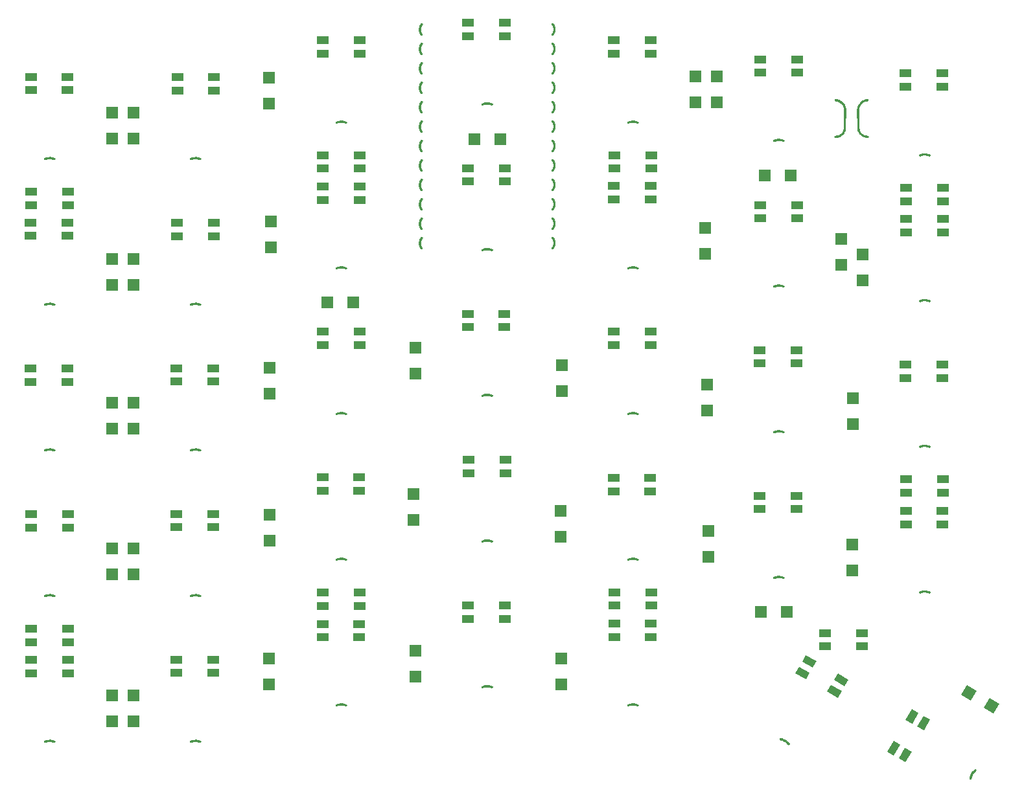
<source format=gbp>
G04 #@! TF.GenerationSoftware,KiCad,Pcbnew,(5.1.10)-1*
G04 #@! TF.CreationDate,2022-02-03T22:34:05+03:00*
G04 #@! TF.ProjectId,Kapl,4b61706c-2e6b-4696-9361-645f70636258,rev?*
G04 #@! TF.SameCoordinates,Original*
G04 #@! TF.FileFunction,Paste,Bot*
G04 #@! TF.FilePolarity,Positive*
%FSLAX46Y46*%
G04 Gerber Fmt 4.6, Leading zero omitted, Abs format (unit mm)*
G04 Created by KiCad (PCBNEW (5.1.10)-1) date 2022-02-03 22:34:05*
%MOMM*%
%LPD*%
G01*
G04 APERTURE LIST*
%ADD10R,1.524000X1.500000*%
%ADD11C,0.100000*%
%ADD12R,1.500000X1.524000*%
%ADD13R,1.600000X1.000000*%
G04 APERTURE END LIST*
D10*
X130471200Y-52755800D03*
X133871200Y-52755800D03*
D11*
G36*
X196148059Y-124838781D02*
G01*
X195398059Y-126137819D01*
X194078237Y-125375819D01*
X194828237Y-124076781D01*
X196148059Y-124838781D01*
G37*
G36*
X199092546Y-126538781D02*
G01*
X198342546Y-127837819D01*
X197022724Y-127075819D01*
X197772724Y-125776781D01*
X199092546Y-126538781D01*
G37*
D10*
X167923000Y-114554000D03*
X171323000Y-114554000D03*
D12*
X141859000Y-120616000D03*
X141859000Y-124016000D03*
X122809000Y-119625400D03*
X122809000Y-123025400D03*
X103632000Y-120616000D03*
X103632000Y-124016000D03*
X85979000Y-125442000D03*
X85979000Y-128842000D03*
X83185000Y-125442000D03*
X83185000Y-128842000D03*
X179832000Y-105757000D03*
X179832000Y-109157000D03*
X161036000Y-103979000D03*
X161036000Y-107379000D03*
X141732000Y-101312000D03*
X141732000Y-104712000D03*
X122555000Y-99153000D03*
X122555000Y-102553000D03*
X103759000Y-101820000D03*
X103759000Y-105220000D03*
X85979000Y-106265000D03*
X85979000Y-109665000D03*
X83185000Y-106265000D03*
X83185000Y-109665000D03*
X179959000Y-86580000D03*
X179959000Y-89980000D03*
X160909000Y-84832300D03*
X160909000Y-88232300D03*
X141938000Y-82262000D03*
X141938000Y-85662000D03*
X122809000Y-79976000D03*
X122809000Y-83376000D03*
X103759000Y-82643000D03*
X103759000Y-86043000D03*
X85979000Y-87215000D03*
X85979000Y-90615000D03*
X83185000Y-87215000D03*
X83185000Y-90615000D03*
X181229000Y-67784000D03*
X181229000Y-71184000D03*
X178435000Y-65752000D03*
X178435000Y-69152000D03*
X160655000Y-64355000D03*
X160655000Y-67755000D03*
D10*
X111243400Y-74066400D03*
X114643400Y-74066400D03*
D12*
X103886000Y-63466000D03*
X103886000Y-66866000D03*
X85981540Y-68419000D03*
X85981540Y-71819000D03*
X83185000Y-68419000D03*
X83185000Y-71819000D03*
D10*
X168418800Y-57477660D03*
X171818800Y-57477660D03*
D12*
X162179000Y-44543000D03*
X162179000Y-47943000D03*
X159385000Y-44543000D03*
X159385000Y-47943000D03*
X103632000Y-44670000D03*
X103632000Y-48070000D03*
X85979000Y-49242000D03*
X85979000Y-52642000D03*
X83185000Y-49242000D03*
X83185000Y-52642000D03*
D11*
G36*
X123782378Y-37704705D02*
G01*
X123780746Y-37719269D01*
X123777701Y-37733604D01*
X123773271Y-37747573D01*
X123767498Y-37761044D01*
X123760440Y-37773887D01*
X123752162Y-37785980D01*
X123714512Y-37835593D01*
X123664499Y-37913810D01*
X123622944Y-37995385D01*
X123589550Y-38080622D01*
X123564633Y-38168709D01*
X123548429Y-38258811D01*
X123541097Y-38350055D01*
X123542702Y-38441590D01*
X123553232Y-38532521D01*
X123572586Y-38621993D01*
X123600578Y-38709152D01*
X123636944Y-38793167D01*
X123681331Y-38873226D01*
X123737487Y-38954611D01*
X123738664Y-38956344D01*
X123746213Y-38968904D01*
X123752501Y-38982143D01*
X123757466Y-38995930D01*
X123761062Y-39010137D01*
X123763255Y-39024627D01*
X123764024Y-39039262D01*
X123763361Y-39053902D01*
X123761272Y-39068407D01*
X123757778Y-39082639D01*
X123752911Y-39096463D01*
X123746719Y-39109746D01*
X123739260Y-39122360D01*
X123730605Y-39134187D01*
X123720838Y-39145113D01*
X123710052Y-39155033D01*
X123698349Y-39163853D01*
X123685841Y-39171490D01*
X123672647Y-39177870D01*
X123658895Y-39182932D01*
X123644713Y-39186626D01*
X123630238Y-39188921D01*
X123615610Y-39189792D01*
X123600965Y-39189230D01*
X123586446Y-39187243D01*
X123572189Y-39183848D01*
X123558333Y-39179078D01*
X123545008Y-39172979D01*
X123532341Y-39165608D01*
X123520454Y-39157037D01*
X123509460Y-39147346D01*
X123499464Y-39136629D01*
X123490562Y-39124988D01*
X123430241Y-39037564D01*
X123429064Y-39035832D01*
X123425843Y-39030472D01*
X123422517Y-39025109D01*
X123371019Y-38932224D01*
X123371014Y-38932216D01*
X123371009Y-38932206D01*
X123370011Y-38930377D01*
X123367315Y-38924700D01*
X123364543Y-38919068D01*
X123322354Y-38821601D01*
X123322349Y-38821591D01*
X123322345Y-38821579D01*
X123321532Y-38819664D01*
X123319421Y-38813803D01*
X123317192Y-38807874D01*
X123284713Y-38706746D01*
X123284087Y-38704747D01*
X123282547Y-38698664D01*
X123280919Y-38692591D01*
X123258463Y-38588776D01*
X123258035Y-38586726D01*
X123257098Y-38580534D01*
X123256068Y-38574317D01*
X123243850Y-38468806D01*
X123243624Y-38466725D01*
X123243295Y-38460468D01*
X123242877Y-38454183D01*
X123241014Y-38347985D01*
X123241014Y-38347984D01*
X123240992Y-38345890D01*
X123241276Y-38339637D01*
X123241473Y-38333338D01*
X123249981Y-38227464D01*
X123249981Y-38227461D01*
X123249982Y-38227457D01*
X123250164Y-38225377D01*
X123251052Y-38219209D01*
X123251867Y-38212928D01*
X123270667Y-38108390D01*
X123271053Y-38106332D01*
X123272543Y-38100264D01*
X123273963Y-38094111D01*
X123302873Y-37991906D01*
X123303458Y-37989895D01*
X123305535Y-37983995D01*
X123307546Y-37978016D01*
X123346292Y-37879120D01*
X123347070Y-37877176D01*
X123349727Y-37871476D01*
X123352299Y-37865752D01*
X123400510Y-37771108D01*
X123401474Y-37769249D01*
X123404672Y-37763841D01*
X123407793Y-37758390D01*
X123465011Y-37668903D01*
X123466152Y-37667147D01*
X123469079Y-37663147D01*
X123471898Y-37659029D01*
X123513184Y-37604624D01*
X123514462Y-37602965D01*
X123524037Y-37591870D01*
X123534649Y-37581763D01*
X123546195Y-37572739D01*
X123558569Y-37564886D01*
X123571649Y-37558276D01*
X123585311Y-37552975D01*
X123599426Y-37549033D01*
X123613858Y-37546486D01*
X123628469Y-37545360D01*
X123643122Y-37545666D01*
X123657674Y-37547400D01*
X123671987Y-37550545D01*
X123685925Y-37555073D01*
X123699355Y-37560939D01*
X123712148Y-37568086D01*
X123724182Y-37576449D01*
X123735344Y-37585946D01*
X123745525Y-37596488D01*
X123754629Y-37607971D01*
X123762569Y-37620289D01*
X123769269Y-37633323D01*
X123774666Y-37646948D01*
X123778707Y-37661035D01*
X123781354Y-37675449D01*
X123782581Y-37690052D01*
X123782378Y-37704705D01*
G37*
G36*
X123782378Y-40244705D02*
G01*
X123780746Y-40259269D01*
X123777701Y-40273604D01*
X123773271Y-40287573D01*
X123767498Y-40301044D01*
X123760440Y-40313887D01*
X123752162Y-40325980D01*
X123714512Y-40375593D01*
X123664499Y-40453810D01*
X123622944Y-40535385D01*
X123589550Y-40620622D01*
X123564633Y-40708709D01*
X123548429Y-40798811D01*
X123541097Y-40890055D01*
X123542702Y-40981590D01*
X123553232Y-41072521D01*
X123572586Y-41161993D01*
X123600578Y-41249152D01*
X123636944Y-41333167D01*
X123681331Y-41413226D01*
X123737487Y-41494611D01*
X123738664Y-41496344D01*
X123746213Y-41508904D01*
X123752501Y-41522143D01*
X123757466Y-41535930D01*
X123761062Y-41550137D01*
X123763255Y-41564627D01*
X123764024Y-41579262D01*
X123763361Y-41593902D01*
X123761272Y-41608407D01*
X123757778Y-41622639D01*
X123752911Y-41636463D01*
X123746719Y-41649746D01*
X123739260Y-41662360D01*
X123730605Y-41674187D01*
X123720838Y-41685113D01*
X123710052Y-41695033D01*
X123698349Y-41703853D01*
X123685841Y-41711490D01*
X123672647Y-41717870D01*
X123658895Y-41722932D01*
X123644713Y-41726626D01*
X123630238Y-41728921D01*
X123615610Y-41729792D01*
X123600965Y-41729230D01*
X123586446Y-41727243D01*
X123572189Y-41723848D01*
X123558333Y-41719078D01*
X123545008Y-41712979D01*
X123532341Y-41705608D01*
X123520454Y-41697037D01*
X123509460Y-41687346D01*
X123499464Y-41676629D01*
X123490562Y-41664988D01*
X123430241Y-41577564D01*
X123429064Y-41575832D01*
X123425843Y-41570472D01*
X123422517Y-41565109D01*
X123371019Y-41472224D01*
X123371014Y-41472216D01*
X123371009Y-41472206D01*
X123370011Y-41470377D01*
X123367315Y-41464700D01*
X123364543Y-41459068D01*
X123322354Y-41361601D01*
X123322349Y-41361591D01*
X123322345Y-41361579D01*
X123321532Y-41359664D01*
X123319421Y-41353803D01*
X123317192Y-41347874D01*
X123284713Y-41246746D01*
X123284087Y-41244747D01*
X123282547Y-41238664D01*
X123280919Y-41232591D01*
X123258463Y-41128776D01*
X123258035Y-41126726D01*
X123257098Y-41120534D01*
X123256068Y-41114317D01*
X123243850Y-41008806D01*
X123243624Y-41006725D01*
X123243295Y-41000468D01*
X123242877Y-40994183D01*
X123241014Y-40887985D01*
X123241014Y-40887984D01*
X123240992Y-40885890D01*
X123241276Y-40879637D01*
X123241473Y-40873338D01*
X123249981Y-40767464D01*
X123249981Y-40767461D01*
X123249982Y-40767457D01*
X123250164Y-40765377D01*
X123251052Y-40759209D01*
X123251867Y-40752928D01*
X123270667Y-40648390D01*
X123271053Y-40646332D01*
X123272543Y-40640264D01*
X123273963Y-40634111D01*
X123302873Y-40531906D01*
X123303458Y-40529895D01*
X123305535Y-40523995D01*
X123307546Y-40518016D01*
X123346292Y-40419120D01*
X123347070Y-40417176D01*
X123349727Y-40411476D01*
X123352299Y-40405752D01*
X123400510Y-40311108D01*
X123401474Y-40309249D01*
X123404672Y-40303841D01*
X123407793Y-40298390D01*
X123465011Y-40208903D01*
X123466152Y-40207147D01*
X123469079Y-40203147D01*
X123471898Y-40199029D01*
X123513184Y-40144624D01*
X123514462Y-40142965D01*
X123524037Y-40131870D01*
X123534649Y-40121763D01*
X123546195Y-40112739D01*
X123558569Y-40104886D01*
X123571649Y-40098276D01*
X123585311Y-40092975D01*
X123599426Y-40089033D01*
X123613858Y-40086486D01*
X123628469Y-40085360D01*
X123643122Y-40085666D01*
X123657674Y-40087400D01*
X123671987Y-40090545D01*
X123685925Y-40095073D01*
X123699355Y-40100939D01*
X123712148Y-40108086D01*
X123724182Y-40116449D01*
X123735344Y-40125946D01*
X123745525Y-40136488D01*
X123754629Y-40147971D01*
X123762569Y-40160289D01*
X123769269Y-40173323D01*
X123774666Y-40186948D01*
X123778707Y-40201035D01*
X123781354Y-40215449D01*
X123782581Y-40230052D01*
X123782378Y-40244705D01*
G37*
G36*
X123782378Y-42784705D02*
G01*
X123780746Y-42799269D01*
X123777701Y-42813604D01*
X123773271Y-42827573D01*
X123767498Y-42841044D01*
X123760440Y-42853887D01*
X123752162Y-42865980D01*
X123714512Y-42915593D01*
X123664499Y-42993810D01*
X123622944Y-43075385D01*
X123589550Y-43160622D01*
X123564633Y-43248709D01*
X123548429Y-43338811D01*
X123541097Y-43430055D01*
X123542702Y-43521590D01*
X123553232Y-43612521D01*
X123572586Y-43701993D01*
X123600578Y-43789152D01*
X123636944Y-43873167D01*
X123681331Y-43953226D01*
X123737487Y-44034611D01*
X123738664Y-44036344D01*
X123746213Y-44048904D01*
X123752501Y-44062143D01*
X123757466Y-44075930D01*
X123761062Y-44090137D01*
X123763255Y-44104627D01*
X123764024Y-44119262D01*
X123763361Y-44133902D01*
X123761272Y-44148407D01*
X123757778Y-44162639D01*
X123752911Y-44176463D01*
X123746719Y-44189746D01*
X123739260Y-44202360D01*
X123730605Y-44214187D01*
X123720838Y-44225113D01*
X123710052Y-44235033D01*
X123698349Y-44243853D01*
X123685841Y-44251490D01*
X123672647Y-44257870D01*
X123658895Y-44262932D01*
X123644713Y-44266626D01*
X123630238Y-44268921D01*
X123615610Y-44269792D01*
X123600965Y-44269230D01*
X123586446Y-44267243D01*
X123572189Y-44263848D01*
X123558333Y-44259078D01*
X123545008Y-44252979D01*
X123532341Y-44245608D01*
X123520454Y-44237037D01*
X123509460Y-44227346D01*
X123499464Y-44216629D01*
X123490562Y-44204988D01*
X123430241Y-44117564D01*
X123429064Y-44115832D01*
X123425843Y-44110472D01*
X123422517Y-44105109D01*
X123371019Y-44012224D01*
X123371014Y-44012216D01*
X123371009Y-44012206D01*
X123370011Y-44010377D01*
X123367315Y-44004700D01*
X123364543Y-43999068D01*
X123322354Y-43901601D01*
X123322349Y-43901591D01*
X123322345Y-43901579D01*
X123321532Y-43899664D01*
X123319421Y-43893803D01*
X123317192Y-43887874D01*
X123284713Y-43786746D01*
X123284087Y-43784747D01*
X123282547Y-43778664D01*
X123280919Y-43772591D01*
X123258463Y-43668776D01*
X123258035Y-43666726D01*
X123257098Y-43660534D01*
X123256068Y-43654317D01*
X123243850Y-43548806D01*
X123243624Y-43546725D01*
X123243295Y-43540468D01*
X123242877Y-43534183D01*
X123241014Y-43427985D01*
X123241014Y-43427984D01*
X123240992Y-43425890D01*
X123241276Y-43419637D01*
X123241473Y-43413338D01*
X123249981Y-43307464D01*
X123249981Y-43307461D01*
X123249982Y-43307457D01*
X123250164Y-43305377D01*
X123251052Y-43299209D01*
X123251867Y-43292928D01*
X123270667Y-43188390D01*
X123271053Y-43186332D01*
X123272543Y-43180264D01*
X123273963Y-43174111D01*
X123302873Y-43071906D01*
X123303458Y-43069895D01*
X123305535Y-43063995D01*
X123307546Y-43058016D01*
X123346292Y-42959120D01*
X123347070Y-42957176D01*
X123349727Y-42951476D01*
X123352299Y-42945752D01*
X123400510Y-42851108D01*
X123401474Y-42849249D01*
X123404672Y-42843841D01*
X123407793Y-42838390D01*
X123465011Y-42748903D01*
X123466152Y-42747147D01*
X123469079Y-42743147D01*
X123471898Y-42739029D01*
X123513184Y-42684624D01*
X123514462Y-42682965D01*
X123524037Y-42671870D01*
X123534649Y-42661763D01*
X123546195Y-42652739D01*
X123558569Y-42644886D01*
X123571649Y-42638276D01*
X123585311Y-42632975D01*
X123599426Y-42629033D01*
X123613858Y-42626486D01*
X123628469Y-42625360D01*
X123643122Y-42625666D01*
X123657674Y-42627400D01*
X123671987Y-42630545D01*
X123685925Y-42635073D01*
X123699355Y-42640939D01*
X123712148Y-42648086D01*
X123724182Y-42656449D01*
X123735344Y-42665946D01*
X123745525Y-42676488D01*
X123754629Y-42687971D01*
X123762569Y-42700289D01*
X123769269Y-42713323D01*
X123774666Y-42726948D01*
X123778707Y-42741035D01*
X123781354Y-42755449D01*
X123782581Y-42770052D01*
X123782378Y-42784705D01*
G37*
G36*
X123782378Y-45324705D02*
G01*
X123780746Y-45339269D01*
X123777701Y-45353604D01*
X123773271Y-45367573D01*
X123767498Y-45381044D01*
X123760440Y-45393887D01*
X123752162Y-45405980D01*
X123714512Y-45455593D01*
X123664499Y-45533810D01*
X123622944Y-45615385D01*
X123589550Y-45700622D01*
X123564633Y-45788709D01*
X123548429Y-45878811D01*
X123541097Y-45970055D01*
X123542702Y-46061590D01*
X123553232Y-46152521D01*
X123572586Y-46241993D01*
X123600578Y-46329152D01*
X123636944Y-46413167D01*
X123681331Y-46493226D01*
X123737487Y-46574611D01*
X123738664Y-46576344D01*
X123746213Y-46588904D01*
X123752501Y-46602143D01*
X123757466Y-46615930D01*
X123761062Y-46630137D01*
X123763255Y-46644627D01*
X123764024Y-46659262D01*
X123763361Y-46673902D01*
X123761272Y-46688407D01*
X123757778Y-46702639D01*
X123752911Y-46716463D01*
X123746719Y-46729746D01*
X123739260Y-46742360D01*
X123730605Y-46754187D01*
X123720838Y-46765113D01*
X123710052Y-46775033D01*
X123698349Y-46783853D01*
X123685841Y-46791490D01*
X123672647Y-46797870D01*
X123658895Y-46802932D01*
X123644713Y-46806626D01*
X123630238Y-46808921D01*
X123615610Y-46809792D01*
X123600965Y-46809230D01*
X123586446Y-46807243D01*
X123572189Y-46803848D01*
X123558333Y-46799078D01*
X123545008Y-46792979D01*
X123532341Y-46785608D01*
X123520454Y-46777037D01*
X123509460Y-46767346D01*
X123499464Y-46756629D01*
X123490562Y-46744988D01*
X123430241Y-46657564D01*
X123429064Y-46655832D01*
X123425843Y-46650472D01*
X123422517Y-46645109D01*
X123371019Y-46552224D01*
X123371014Y-46552216D01*
X123371009Y-46552206D01*
X123370011Y-46550377D01*
X123367315Y-46544700D01*
X123364543Y-46539068D01*
X123322354Y-46441601D01*
X123322349Y-46441591D01*
X123322345Y-46441579D01*
X123321532Y-46439664D01*
X123319421Y-46433803D01*
X123317192Y-46427874D01*
X123284713Y-46326746D01*
X123284087Y-46324747D01*
X123282547Y-46318664D01*
X123280919Y-46312591D01*
X123258463Y-46208776D01*
X123258035Y-46206726D01*
X123257098Y-46200534D01*
X123256068Y-46194317D01*
X123243850Y-46088806D01*
X123243624Y-46086725D01*
X123243295Y-46080468D01*
X123242877Y-46074183D01*
X123241014Y-45967985D01*
X123241014Y-45967984D01*
X123240992Y-45965890D01*
X123241276Y-45959637D01*
X123241473Y-45953338D01*
X123249981Y-45847464D01*
X123249981Y-45847461D01*
X123249982Y-45847457D01*
X123250164Y-45845377D01*
X123251052Y-45839209D01*
X123251867Y-45832928D01*
X123270667Y-45728390D01*
X123271053Y-45726332D01*
X123272543Y-45720264D01*
X123273963Y-45714111D01*
X123302873Y-45611906D01*
X123303458Y-45609895D01*
X123305535Y-45603995D01*
X123307546Y-45598016D01*
X123346292Y-45499120D01*
X123347070Y-45497176D01*
X123349727Y-45491476D01*
X123352299Y-45485752D01*
X123400510Y-45391108D01*
X123401474Y-45389249D01*
X123404672Y-45383841D01*
X123407793Y-45378390D01*
X123465011Y-45288903D01*
X123466152Y-45287147D01*
X123469079Y-45283147D01*
X123471898Y-45279029D01*
X123513184Y-45224624D01*
X123514462Y-45222965D01*
X123524037Y-45211870D01*
X123534649Y-45201763D01*
X123546195Y-45192739D01*
X123558569Y-45184886D01*
X123571649Y-45178276D01*
X123585311Y-45172975D01*
X123599426Y-45169033D01*
X123613858Y-45166486D01*
X123628469Y-45165360D01*
X123643122Y-45165666D01*
X123657674Y-45167400D01*
X123671987Y-45170545D01*
X123685925Y-45175073D01*
X123699355Y-45180939D01*
X123712148Y-45188086D01*
X123724182Y-45196449D01*
X123735344Y-45205946D01*
X123745525Y-45216488D01*
X123754629Y-45227971D01*
X123762569Y-45240289D01*
X123769269Y-45253323D01*
X123774666Y-45266948D01*
X123778707Y-45281035D01*
X123781354Y-45295449D01*
X123782581Y-45310052D01*
X123782378Y-45324705D01*
G37*
G36*
X123782378Y-47864705D02*
G01*
X123780746Y-47879269D01*
X123777701Y-47893604D01*
X123773271Y-47907573D01*
X123767498Y-47921044D01*
X123760440Y-47933887D01*
X123752162Y-47945980D01*
X123714512Y-47995593D01*
X123664499Y-48073810D01*
X123622944Y-48155385D01*
X123589550Y-48240622D01*
X123564633Y-48328709D01*
X123548429Y-48418811D01*
X123541097Y-48510055D01*
X123542702Y-48601590D01*
X123553232Y-48692521D01*
X123572586Y-48781993D01*
X123600578Y-48869152D01*
X123636944Y-48953167D01*
X123681331Y-49033226D01*
X123737487Y-49114611D01*
X123738664Y-49116344D01*
X123746213Y-49128904D01*
X123752501Y-49142143D01*
X123757466Y-49155930D01*
X123761062Y-49170137D01*
X123763255Y-49184627D01*
X123764024Y-49199262D01*
X123763361Y-49213902D01*
X123761272Y-49228407D01*
X123757778Y-49242639D01*
X123752911Y-49256463D01*
X123746719Y-49269746D01*
X123739260Y-49282360D01*
X123730605Y-49294187D01*
X123720838Y-49305113D01*
X123710052Y-49315033D01*
X123698349Y-49323853D01*
X123685841Y-49331490D01*
X123672647Y-49337870D01*
X123658895Y-49342932D01*
X123644713Y-49346626D01*
X123630238Y-49348921D01*
X123615610Y-49349792D01*
X123600965Y-49349230D01*
X123586446Y-49347243D01*
X123572189Y-49343848D01*
X123558333Y-49339078D01*
X123545008Y-49332979D01*
X123532341Y-49325608D01*
X123520454Y-49317037D01*
X123509460Y-49307346D01*
X123499464Y-49296629D01*
X123490562Y-49284988D01*
X123430241Y-49197564D01*
X123429064Y-49195832D01*
X123425843Y-49190472D01*
X123422517Y-49185109D01*
X123371019Y-49092224D01*
X123371014Y-49092216D01*
X123371009Y-49092206D01*
X123370011Y-49090377D01*
X123367315Y-49084700D01*
X123364543Y-49079068D01*
X123322354Y-48981601D01*
X123322349Y-48981591D01*
X123322345Y-48981579D01*
X123321532Y-48979664D01*
X123319421Y-48973803D01*
X123317192Y-48967874D01*
X123284713Y-48866746D01*
X123284087Y-48864747D01*
X123282547Y-48858664D01*
X123280919Y-48852591D01*
X123258463Y-48748776D01*
X123258035Y-48746726D01*
X123257098Y-48740534D01*
X123256068Y-48734317D01*
X123243850Y-48628806D01*
X123243624Y-48626725D01*
X123243295Y-48620468D01*
X123242877Y-48614183D01*
X123241014Y-48507985D01*
X123241014Y-48507984D01*
X123240992Y-48505890D01*
X123241276Y-48499637D01*
X123241473Y-48493338D01*
X123249981Y-48387464D01*
X123249981Y-48387461D01*
X123249982Y-48387457D01*
X123250164Y-48385377D01*
X123251052Y-48379209D01*
X123251867Y-48372928D01*
X123270667Y-48268390D01*
X123271053Y-48266332D01*
X123272543Y-48260264D01*
X123273963Y-48254111D01*
X123302873Y-48151906D01*
X123303458Y-48149895D01*
X123305535Y-48143995D01*
X123307546Y-48138016D01*
X123346292Y-48039120D01*
X123347070Y-48037176D01*
X123349727Y-48031476D01*
X123352299Y-48025752D01*
X123400510Y-47931108D01*
X123401474Y-47929249D01*
X123404672Y-47923841D01*
X123407793Y-47918390D01*
X123465011Y-47828903D01*
X123466152Y-47827147D01*
X123469079Y-47823147D01*
X123471898Y-47819029D01*
X123513184Y-47764624D01*
X123514462Y-47762965D01*
X123524037Y-47751870D01*
X123534649Y-47741763D01*
X123546195Y-47732739D01*
X123558569Y-47724886D01*
X123571649Y-47718276D01*
X123585311Y-47712975D01*
X123599426Y-47709033D01*
X123613858Y-47706486D01*
X123628469Y-47705360D01*
X123643122Y-47705666D01*
X123657674Y-47707400D01*
X123671987Y-47710545D01*
X123685925Y-47715073D01*
X123699355Y-47720939D01*
X123712148Y-47728086D01*
X123724182Y-47736449D01*
X123735344Y-47745946D01*
X123745525Y-47756488D01*
X123754629Y-47767971D01*
X123762569Y-47780289D01*
X123769269Y-47793323D01*
X123774666Y-47806948D01*
X123778707Y-47821035D01*
X123781354Y-47835449D01*
X123782581Y-47850052D01*
X123782378Y-47864705D01*
G37*
G36*
X123782378Y-50404705D02*
G01*
X123780746Y-50419269D01*
X123777701Y-50433604D01*
X123773271Y-50447573D01*
X123767498Y-50461044D01*
X123760440Y-50473887D01*
X123752162Y-50485980D01*
X123714512Y-50535593D01*
X123664499Y-50613810D01*
X123622944Y-50695385D01*
X123589550Y-50780622D01*
X123564633Y-50868709D01*
X123548429Y-50958811D01*
X123541097Y-51050055D01*
X123542702Y-51141590D01*
X123553232Y-51232521D01*
X123572586Y-51321993D01*
X123600578Y-51409152D01*
X123636944Y-51493167D01*
X123681331Y-51573226D01*
X123737487Y-51654611D01*
X123738664Y-51656344D01*
X123746213Y-51668904D01*
X123752501Y-51682143D01*
X123757466Y-51695930D01*
X123761062Y-51710137D01*
X123763255Y-51724627D01*
X123764024Y-51739262D01*
X123763361Y-51753902D01*
X123761272Y-51768407D01*
X123757778Y-51782639D01*
X123752911Y-51796463D01*
X123746719Y-51809746D01*
X123739260Y-51822360D01*
X123730605Y-51834187D01*
X123720838Y-51845113D01*
X123710052Y-51855033D01*
X123698349Y-51863853D01*
X123685841Y-51871490D01*
X123672647Y-51877870D01*
X123658895Y-51882932D01*
X123644713Y-51886626D01*
X123630238Y-51888921D01*
X123615610Y-51889792D01*
X123600965Y-51889230D01*
X123586446Y-51887243D01*
X123572189Y-51883848D01*
X123558333Y-51879078D01*
X123545008Y-51872979D01*
X123532341Y-51865608D01*
X123520454Y-51857037D01*
X123509460Y-51847346D01*
X123499464Y-51836629D01*
X123490562Y-51824988D01*
X123430241Y-51737564D01*
X123429064Y-51735832D01*
X123425843Y-51730472D01*
X123422517Y-51725109D01*
X123371019Y-51632224D01*
X123371014Y-51632216D01*
X123371009Y-51632206D01*
X123370011Y-51630377D01*
X123367315Y-51624700D01*
X123364543Y-51619068D01*
X123322354Y-51521601D01*
X123322349Y-51521591D01*
X123322345Y-51521579D01*
X123321532Y-51519664D01*
X123319421Y-51513803D01*
X123317192Y-51507874D01*
X123284713Y-51406746D01*
X123284087Y-51404747D01*
X123282547Y-51398664D01*
X123280919Y-51392591D01*
X123258463Y-51288776D01*
X123258035Y-51286726D01*
X123257098Y-51280534D01*
X123256068Y-51274317D01*
X123243850Y-51168806D01*
X123243624Y-51166725D01*
X123243295Y-51160468D01*
X123242877Y-51154183D01*
X123241014Y-51047985D01*
X123241014Y-51047984D01*
X123240992Y-51045890D01*
X123241276Y-51039637D01*
X123241473Y-51033338D01*
X123249981Y-50927464D01*
X123249981Y-50927461D01*
X123249982Y-50927457D01*
X123250164Y-50925377D01*
X123251052Y-50919209D01*
X123251867Y-50912928D01*
X123270667Y-50808390D01*
X123271053Y-50806332D01*
X123272543Y-50800264D01*
X123273963Y-50794111D01*
X123302873Y-50691906D01*
X123303458Y-50689895D01*
X123305535Y-50683995D01*
X123307546Y-50678016D01*
X123346292Y-50579120D01*
X123347070Y-50577176D01*
X123349727Y-50571476D01*
X123352299Y-50565752D01*
X123400510Y-50471108D01*
X123401474Y-50469249D01*
X123404672Y-50463841D01*
X123407793Y-50458390D01*
X123465011Y-50368903D01*
X123466152Y-50367147D01*
X123469079Y-50363147D01*
X123471898Y-50359029D01*
X123513184Y-50304624D01*
X123514462Y-50302965D01*
X123524037Y-50291870D01*
X123534649Y-50281763D01*
X123546195Y-50272739D01*
X123558569Y-50264886D01*
X123571649Y-50258276D01*
X123585311Y-50252975D01*
X123599426Y-50249033D01*
X123613858Y-50246486D01*
X123628469Y-50245360D01*
X123643122Y-50245666D01*
X123657674Y-50247400D01*
X123671987Y-50250545D01*
X123685925Y-50255073D01*
X123699355Y-50260939D01*
X123712148Y-50268086D01*
X123724182Y-50276449D01*
X123735344Y-50285946D01*
X123745525Y-50296488D01*
X123754629Y-50307971D01*
X123762569Y-50320289D01*
X123769269Y-50333323D01*
X123774666Y-50346948D01*
X123778707Y-50361035D01*
X123781354Y-50375449D01*
X123782581Y-50390052D01*
X123782378Y-50404705D01*
G37*
G36*
X123782378Y-52944705D02*
G01*
X123780746Y-52959269D01*
X123777701Y-52973604D01*
X123773271Y-52987573D01*
X123767498Y-53001044D01*
X123760440Y-53013887D01*
X123752162Y-53025980D01*
X123714512Y-53075593D01*
X123664499Y-53153810D01*
X123622944Y-53235385D01*
X123589550Y-53320622D01*
X123564633Y-53408709D01*
X123548429Y-53498811D01*
X123541097Y-53590055D01*
X123542702Y-53681590D01*
X123553232Y-53772521D01*
X123572586Y-53861993D01*
X123600578Y-53949152D01*
X123636944Y-54033167D01*
X123681331Y-54113226D01*
X123737487Y-54194611D01*
X123738664Y-54196344D01*
X123746213Y-54208904D01*
X123752501Y-54222143D01*
X123757466Y-54235930D01*
X123761062Y-54250137D01*
X123763255Y-54264627D01*
X123764024Y-54279262D01*
X123763361Y-54293902D01*
X123761272Y-54308407D01*
X123757778Y-54322639D01*
X123752911Y-54336463D01*
X123746719Y-54349746D01*
X123739260Y-54362360D01*
X123730605Y-54374187D01*
X123720838Y-54385113D01*
X123710052Y-54395033D01*
X123698349Y-54403853D01*
X123685841Y-54411490D01*
X123672647Y-54417870D01*
X123658895Y-54422932D01*
X123644713Y-54426626D01*
X123630238Y-54428921D01*
X123615610Y-54429792D01*
X123600965Y-54429230D01*
X123586446Y-54427243D01*
X123572189Y-54423848D01*
X123558333Y-54419078D01*
X123545008Y-54412979D01*
X123532341Y-54405608D01*
X123520454Y-54397037D01*
X123509460Y-54387346D01*
X123499464Y-54376629D01*
X123490562Y-54364988D01*
X123430241Y-54277564D01*
X123429064Y-54275832D01*
X123425843Y-54270472D01*
X123422517Y-54265109D01*
X123371019Y-54172224D01*
X123371014Y-54172216D01*
X123371009Y-54172206D01*
X123370011Y-54170377D01*
X123367315Y-54164700D01*
X123364543Y-54159068D01*
X123322354Y-54061601D01*
X123322349Y-54061591D01*
X123322345Y-54061579D01*
X123321532Y-54059664D01*
X123319421Y-54053803D01*
X123317192Y-54047874D01*
X123284713Y-53946746D01*
X123284087Y-53944747D01*
X123282547Y-53938664D01*
X123280919Y-53932591D01*
X123258463Y-53828776D01*
X123258035Y-53826726D01*
X123257098Y-53820534D01*
X123256068Y-53814317D01*
X123243850Y-53708806D01*
X123243624Y-53706725D01*
X123243295Y-53700468D01*
X123242877Y-53694183D01*
X123241014Y-53587985D01*
X123241014Y-53587984D01*
X123240992Y-53585890D01*
X123241276Y-53579637D01*
X123241473Y-53573338D01*
X123249981Y-53467464D01*
X123249981Y-53467461D01*
X123249982Y-53467457D01*
X123250164Y-53465377D01*
X123251052Y-53459209D01*
X123251867Y-53452928D01*
X123270667Y-53348390D01*
X123271053Y-53346332D01*
X123272543Y-53340264D01*
X123273963Y-53334111D01*
X123302873Y-53231906D01*
X123303458Y-53229895D01*
X123305535Y-53223995D01*
X123307546Y-53218016D01*
X123346292Y-53119120D01*
X123347070Y-53117176D01*
X123349727Y-53111476D01*
X123352299Y-53105752D01*
X123400510Y-53011108D01*
X123401474Y-53009249D01*
X123404672Y-53003841D01*
X123407793Y-52998390D01*
X123465011Y-52908903D01*
X123466152Y-52907147D01*
X123469079Y-52903147D01*
X123471898Y-52899029D01*
X123513184Y-52844624D01*
X123514462Y-52842965D01*
X123524037Y-52831870D01*
X123534649Y-52821763D01*
X123546195Y-52812739D01*
X123558569Y-52804886D01*
X123571649Y-52798276D01*
X123585311Y-52792975D01*
X123599426Y-52789033D01*
X123613858Y-52786486D01*
X123628469Y-52785360D01*
X123643122Y-52785666D01*
X123657674Y-52787400D01*
X123671987Y-52790545D01*
X123685925Y-52795073D01*
X123699355Y-52800939D01*
X123712148Y-52808086D01*
X123724182Y-52816449D01*
X123735344Y-52825946D01*
X123745525Y-52836488D01*
X123754629Y-52847971D01*
X123762569Y-52860289D01*
X123769269Y-52873323D01*
X123774666Y-52886948D01*
X123778707Y-52901035D01*
X123781354Y-52915449D01*
X123782581Y-52930052D01*
X123782378Y-52944705D01*
G37*
G36*
X123782378Y-55484705D02*
G01*
X123780746Y-55499269D01*
X123777701Y-55513604D01*
X123773271Y-55527573D01*
X123767498Y-55541044D01*
X123760440Y-55553887D01*
X123752162Y-55565980D01*
X123714512Y-55615593D01*
X123664499Y-55693810D01*
X123622944Y-55775385D01*
X123589550Y-55860622D01*
X123564633Y-55948709D01*
X123548429Y-56038811D01*
X123541097Y-56130055D01*
X123542702Y-56221590D01*
X123553232Y-56312521D01*
X123572586Y-56401993D01*
X123600578Y-56489152D01*
X123636944Y-56573167D01*
X123681331Y-56653226D01*
X123737487Y-56734611D01*
X123738664Y-56736344D01*
X123746213Y-56748904D01*
X123752501Y-56762143D01*
X123757466Y-56775930D01*
X123761062Y-56790137D01*
X123763255Y-56804627D01*
X123764024Y-56819262D01*
X123763361Y-56833902D01*
X123761272Y-56848407D01*
X123757778Y-56862639D01*
X123752911Y-56876463D01*
X123746719Y-56889746D01*
X123739260Y-56902360D01*
X123730605Y-56914187D01*
X123720838Y-56925113D01*
X123710052Y-56935033D01*
X123698349Y-56943853D01*
X123685841Y-56951490D01*
X123672647Y-56957870D01*
X123658895Y-56962932D01*
X123644713Y-56966626D01*
X123630238Y-56968921D01*
X123615610Y-56969792D01*
X123600965Y-56969230D01*
X123586446Y-56967243D01*
X123572189Y-56963848D01*
X123558333Y-56959078D01*
X123545008Y-56952979D01*
X123532341Y-56945608D01*
X123520454Y-56937037D01*
X123509460Y-56927346D01*
X123499464Y-56916629D01*
X123490562Y-56904988D01*
X123430241Y-56817564D01*
X123429064Y-56815832D01*
X123425843Y-56810472D01*
X123422517Y-56805109D01*
X123371019Y-56712224D01*
X123371014Y-56712216D01*
X123371009Y-56712206D01*
X123370011Y-56710377D01*
X123367315Y-56704700D01*
X123364543Y-56699068D01*
X123322354Y-56601601D01*
X123322349Y-56601591D01*
X123322345Y-56601579D01*
X123321532Y-56599664D01*
X123319421Y-56593803D01*
X123317192Y-56587874D01*
X123284713Y-56486746D01*
X123284087Y-56484747D01*
X123282547Y-56478664D01*
X123280919Y-56472591D01*
X123258463Y-56368776D01*
X123258035Y-56366726D01*
X123257098Y-56360534D01*
X123256068Y-56354317D01*
X123243850Y-56248806D01*
X123243624Y-56246725D01*
X123243295Y-56240468D01*
X123242877Y-56234183D01*
X123241014Y-56127985D01*
X123241014Y-56127984D01*
X123240992Y-56125890D01*
X123241276Y-56119637D01*
X123241473Y-56113338D01*
X123249981Y-56007464D01*
X123249981Y-56007461D01*
X123249982Y-56007457D01*
X123250164Y-56005377D01*
X123251052Y-55999209D01*
X123251867Y-55992928D01*
X123270667Y-55888390D01*
X123271053Y-55886332D01*
X123272543Y-55880264D01*
X123273963Y-55874111D01*
X123302873Y-55771906D01*
X123303458Y-55769895D01*
X123305535Y-55763995D01*
X123307546Y-55758016D01*
X123346292Y-55659120D01*
X123347070Y-55657176D01*
X123349727Y-55651476D01*
X123352299Y-55645752D01*
X123400510Y-55551108D01*
X123401474Y-55549249D01*
X123404672Y-55543841D01*
X123407793Y-55538390D01*
X123465011Y-55448903D01*
X123466152Y-55447147D01*
X123469079Y-55443147D01*
X123471898Y-55439029D01*
X123513184Y-55384624D01*
X123514462Y-55382965D01*
X123524037Y-55371870D01*
X123534649Y-55361763D01*
X123546195Y-55352739D01*
X123558569Y-55344886D01*
X123571649Y-55338276D01*
X123585311Y-55332975D01*
X123599426Y-55329033D01*
X123613858Y-55326486D01*
X123628469Y-55325360D01*
X123643122Y-55325666D01*
X123657674Y-55327400D01*
X123671987Y-55330545D01*
X123685925Y-55335073D01*
X123699355Y-55340939D01*
X123712148Y-55348086D01*
X123724182Y-55356449D01*
X123735344Y-55365946D01*
X123745525Y-55376488D01*
X123754629Y-55387971D01*
X123762569Y-55400289D01*
X123769269Y-55413323D01*
X123774666Y-55426948D01*
X123778707Y-55441035D01*
X123781354Y-55455449D01*
X123782581Y-55470052D01*
X123782378Y-55484705D01*
G37*
G36*
X123782378Y-58024705D02*
G01*
X123780746Y-58039269D01*
X123777701Y-58053604D01*
X123773271Y-58067573D01*
X123767498Y-58081044D01*
X123760440Y-58093887D01*
X123752162Y-58105980D01*
X123714512Y-58155593D01*
X123664499Y-58233810D01*
X123622944Y-58315385D01*
X123589550Y-58400622D01*
X123564633Y-58488709D01*
X123548429Y-58578811D01*
X123541097Y-58670055D01*
X123542702Y-58761590D01*
X123553232Y-58852521D01*
X123572586Y-58941993D01*
X123600578Y-59029152D01*
X123636944Y-59113167D01*
X123681331Y-59193226D01*
X123737487Y-59274611D01*
X123738664Y-59276344D01*
X123746213Y-59288904D01*
X123752501Y-59302143D01*
X123757466Y-59315930D01*
X123761062Y-59330137D01*
X123763255Y-59344627D01*
X123764024Y-59359262D01*
X123763361Y-59373902D01*
X123761272Y-59388407D01*
X123757778Y-59402639D01*
X123752911Y-59416463D01*
X123746719Y-59429746D01*
X123739260Y-59442360D01*
X123730605Y-59454187D01*
X123720838Y-59465113D01*
X123710052Y-59475033D01*
X123698349Y-59483853D01*
X123685841Y-59491490D01*
X123672647Y-59497870D01*
X123658895Y-59502932D01*
X123644713Y-59506626D01*
X123630238Y-59508921D01*
X123615610Y-59509792D01*
X123600965Y-59509230D01*
X123586446Y-59507243D01*
X123572189Y-59503848D01*
X123558333Y-59499078D01*
X123545008Y-59492979D01*
X123532341Y-59485608D01*
X123520454Y-59477037D01*
X123509460Y-59467346D01*
X123499464Y-59456629D01*
X123490562Y-59444988D01*
X123430241Y-59357564D01*
X123429064Y-59355832D01*
X123425843Y-59350472D01*
X123422517Y-59345109D01*
X123371019Y-59252224D01*
X123371014Y-59252216D01*
X123371009Y-59252206D01*
X123370011Y-59250377D01*
X123367315Y-59244700D01*
X123364543Y-59239068D01*
X123322354Y-59141601D01*
X123322349Y-59141591D01*
X123322345Y-59141579D01*
X123321532Y-59139664D01*
X123319421Y-59133803D01*
X123317192Y-59127874D01*
X123284713Y-59026746D01*
X123284087Y-59024747D01*
X123282547Y-59018664D01*
X123280919Y-59012591D01*
X123258463Y-58908776D01*
X123258035Y-58906726D01*
X123257098Y-58900534D01*
X123256068Y-58894317D01*
X123243850Y-58788806D01*
X123243624Y-58786725D01*
X123243295Y-58780468D01*
X123242877Y-58774183D01*
X123241014Y-58667985D01*
X123241014Y-58667984D01*
X123240992Y-58665890D01*
X123241276Y-58659637D01*
X123241473Y-58653338D01*
X123249981Y-58547464D01*
X123249981Y-58547461D01*
X123249982Y-58547457D01*
X123250164Y-58545377D01*
X123251052Y-58539209D01*
X123251867Y-58532928D01*
X123270667Y-58428390D01*
X123271053Y-58426332D01*
X123272543Y-58420264D01*
X123273963Y-58414111D01*
X123302873Y-58311906D01*
X123303458Y-58309895D01*
X123305535Y-58303995D01*
X123307546Y-58298016D01*
X123346292Y-58199120D01*
X123347070Y-58197176D01*
X123349727Y-58191476D01*
X123352299Y-58185752D01*
X123400510Y-58091108D01*
X123401474Y-58089249D01*
X123404672Y-58083841D01*
X123407793Y-58078390D01*
X123465011Y-57988903D01*
X123466152Y-57987147D01*
X123469079Y-57983147D01*
X123471898Y-57979029D01*
X123513184Y-57924624D01*
X123514462Y-57922965D01*
X123524037Y-57911870D01*
X123534649Y-57901763D01*
X123546195Y-57892739D01*
X123558569Y-57884886D01*
X123571649Y-57878276D01*
X123585311Y-57872975D01*
X123599426Y-57869033D01*
X123613858Y-57866486D01*
X123628469Y-57865360D01*
X123643122Y-57865666D01*
X123657674Y-57867400D01*
X123671987Y-57870545D01*
X123685925Y-57875073D01*
X123699355Y-57880939D01*
X123712148Y-57888086D01*
X123724182Y-57896449D01*
X123735344Y-57905946D01*
X123745525Y-57916488D01*
X123754629Y-57927971D01*
X123762569Y-57940289D01*
X123769269Y-57953323D01*
X123774666Y-57966948D01*
X123778707Y-57981035D01*
X123781354Y-57995449D01*
X123782581Y-58010052D01*
X123782378Y-58024705D01*
G37*
G36*
X123782378Y-60564705D02*
G01*
X123780746Y-60579269D01*
X123777701Y-60593604D01*
X123773271Y-60607573D01*
X123767498Y-60621044D01*
X123760440Y-60633887D01*
X123752162Y-60645980D01*
X123714512Y-60695593D01*
X123664499Y-60773810D01*
X123622944Y-60855385D01*
X123589550Y-60940622D01*
X123564633Y-61028709D01*
X123548429Y-61118811D01*
X123541097Y-61210055D01*
X123542702Y-61301590D01*
X123553232Y-61392521D01*
X123572586Y-61481993D01*
X123600578Y-61569152D01*
X123636944Y-61653167D01*
X123681331Y-61733226D01*
X123737487Y-61814611D01*
X123738664Y-61816344D01*
X123746213Y-61828904D01*
X123752501Y-61842143D01*
X123757466Y-61855930D01*
X123761062Y-61870137D01*
X123763255Y-61884627D01*
X123764024Y-61899262D01*
X123763361Y-61913902D01*
X123761272Y-61928407D01*
X123757778Y-61942639D01*
X123752911Y-61956463D01*
X123746719Y-61969746D01*
X123739260Y-61982360D01*
X123730605Y-61994187D01*
X123720838Y-62005113D01*
X123710052Y-62015033D01*
X123698349Y-62023853D01*
X123685841Y-62031490D01*
X123672647Y-62037870D01*
X123658895Y-62042932D01*
X123644713Y-62046626D01*
X123630238Y-62048921D01*
X123615610Y-62049792D01*
X123600965Y-62049230D01*
X123586446Y-62047243D01*
X123572189Y-62043848D01*
X123558333Y-62039078D01*
X123545008Y-62032979D01*
X123532341Y-62025608D01*
X123520454Y-62017037D01*
X123509460Y-62007346D01*
X123499464Y-61996629D01*
X123490562Y-61984988D01*
X123430241Y-61897564D01*
X123429064Y-61895832D01*
X123425843Y-61890472D01*
X123422517Y-61885109D01*
X123371019Y-61792224D01*
X123371014Y-61792216D01*
X123371009Y-61792206D01*
X123370011Y-61790377D01*
X123367315Y-61784700D01*
X123364543Y-61779068D01*
X123322354Y-61681601D01*
X123322349Y-61681591D01*
X123322345Y-61681579D01*
X123321532Y-61679664D01*
X123319421Y-61673803D01*
X123317192Y-61667874D01*
X123284713Y-61566746D01*
X123284087Y-61564747D01*
X123282547Y-61558664D01*
X123280919Y-61552591D01*
X123258463Y-61448776D01*
X123258035Y-61446726D01*
X123257098Y-61440534D01*
X123256068Y-61434317D01*
X123243850Y-61328806D01*
X123243624Y-61326725D01*
X123243295Y-61320468D01*
X123242877Y-61314183D01*
X123241014Y-61207985D01*
X123241014Y-61207984D01*
X123240992Y-61205890D01*
X123241276Y-61199637D01*
X123241473Y-61193338D01*
X123249981Y-61087464D01*
X123249981Y-61087461D01*
X123249982Y-61087457D01*
X123250164Y-61085377D01*
X123251052Y-61079209D01*
X123251867Y-61072928D01*
X123270667Y-60968390D01*
X123271053Y-60966332D01*
X123272543Y-60960264D01*
X123273963Y-60954111D01*
X123302873Y-60851906D01*
X123303458Y-60849895D01*
X123305535Y-60843995D01*
X123307546Y-60838016D01*
X123346292Y-60739120D01*
X123347070Y-60737176D01*
X123349727Y-60731476D01*
X123352299Y-60725752D01*
X123400510Y-60631108D01*
X123401474Y-60629249D01*
X123404672Y-60623841D01*
X123407793Y-60618390D01*
X123465011Y-60528903D01*
X123466152Y-60527147D01*
X123469079Y-60523147D01*
X123471898Y-60519029D01*
X123513184Y-60464624D01*
X123514462Y-60462965D01*
X123524037Y-60451870D01*
X123534649Y-60441763D01*
X123546195Y-60432739D01*
X123558569Y-60424886D01*
X123571649Y-60418276D01*
X123585311Y-60412975D01*
X123599426Y-60409033D01*
X123613858Y-60406486D01*
X123628469Y-60405360D01*
X123643122Y-60405666D01*
X123657674Y-60407400D01*
X123671987Y-60410545D01*
X123685925Y-60415073D01*
X123699355Y-60420939D01*
X123712148Y-60428086D01*
X123724182Y-60436449D01*
X123735344Y-60445946D01*
X123745525Y-60456488D01*
X123754629Y-60467971D01*
X123762569Y-60480289D01*
X123769269Y-60493323D01*
X123774666Y-60506948D01*
X123778707Y-60521035D01*
X123781354Y-60535449D01*
X123782581Y-60550052D01*
X123782378Y-60564705D01*
G37*
G36*
X123782378Y-63104705D02*
G01*
X123780746Y-63119269D01*
X123777701Y-63133604D01*
X123773271Y-63147573D01*
X123767498Y-63161044D01*
X123760440Y-63173887D01*
X123752162Y-63185980D01*
X123714512Y-63235593D01*
X123664499Y-63313810D01*
X123622944Y-63395385D01*
X123589550Y-63480622D01*
X123564633Y-63568709D01*
X123548429Y-63658811D01*
X123541097Y-63750055D01*
X123542702Y-63841590D01*
X123553232Y-63932521D01*
X123572586Y-64021993D01*
X123600578Y-64109152D01*
X123636944Y-64193167D01*
X123681331Y-64273226D01*
X123737487Y-64354611D01*
X123738664Y-64356344D01*
X123746213Y-64368904D01*
X123752501Y-64382143D01*
X123757466Y-64395930D01*
X123761062Y-64410137D01*
X123763255Y-64424627D01*
X123764024Y-64439262D01*
X123763361Y-64453902D01*
X123761272Y-64468407D01*
X123757778Y-64482639D01*
X123752911Y-64496463D01*
X123746719Y-64509746D01*
X123739260Y-64522360D01*
X123730605Y-64534187D01*
X123720838Y-64545113D01*
X123710052Y-64555033D01*
X123698349Y-64563853D01*
X123685841Y-64571490D01*
X123672647Y-64577870D01*
X123658895Y-64582932D01*
X123644713Y-64586626D01*
X123630238Y-64588921D01*
X123615610Y-64589792D01*
X123600965Y-64589230D01*
X123586446Y-64587243D01*
X123572189Y-64583848D01*
X123558333Y-64579078D01*
X123545008Y-64572979D01*
X123532341Y-64565608D01*
X123520454Y-64557037D01*
X123509460Y-64547346D01*
X123499464Y-64536629D01*
X123490562Y-64524988D01*
X123430241Y-64437564D01*
X123429064Y-64435832D01*
X123425843Y-64430472D01*
X123422517Y-64425109D01*
X123371019Y-64332224D01*
X123371014Y-64332216D01*
X123371009Y-64332206D01*
X123370011Y-64330377D01*
X123367315Y-64324700D01*
X123364543Y-64319068D01*
X123322354Y-64221601D01*
X123322349Y-64221591D01*
X123322345Y-64221579D01*
X123321532Y-64219664D01*
X123319421Y-64213803D01*
X123317192Y-64207874D01*
X123284713Y-64106746D01*
X123284087Y-64104747D01*
X123282547Y-64098664D01*
X123280919Y-64092591D01*
X123258463Y-63988776D01*
X123258035Y-63986726D01*
X123257098Y-63980534D01*
X123256068Y-63974317D01*
X123243850Y-63868806D01*
X123243624Y-63866725D01*
X123243295Y-63860468D01*
X123242877Y-63854183D01*
X123241014Y-63747985D01*
X123241014Y-63747984D01*
X123240992Y-63745890D01*
X123241276Y-63739637D01*
X123241473Y-63733338D01*
X123249981Y-63627464D01*
X123249981Y-63627461D01*
X123249982Y-63627457D01*
X123250164Y-63625377D01*
X123251052Y-63619209D01*
X123251867Y-63612928D01*
X123270667Y-63508390D01*
X123271053Y-63506332D01*
X123272543Y-63500264D01*
X123273963Y-63494111D01*
X123302873Y-63391906D01*
X123303458Y-63389895D01*
X123305535Y-63383995D01*
X123307546Y-63378016D01*
X123346292Y-63279120D01*
X123347070Y-63277176D01*
X123349727Y-63271476D01*
X123352299Y-63265752D01*
X123400510Y-63171108D01*
X123401474Y-63169249D01*
X123404672Y-63163841D01*
X123407793Y-63158390D01*
X123465011Y-63068903D01*
X123466152Y-63067147D01*
X123469079Y-63063147D01*
X123471898Y-63059029D01*
X123513184Y-63004624D01*
X123514462Y-63002965D01*
X123524037Y-62991870D01*
X123534649Y-62981763D01*
X123546195Y-62972739D01*
X123558569Y-62964886D01*
X123571649Y-62958276D01*
X123585311Y-62952975D01*
X123599426Y-62949033D01*
X123613858Y-62946486D01*
X123628469Y-62945360D01*
X123643122Y-62945666D01*
X123657674Y-62947400D01*
X123671987Y-62950545D01*
X123685925Y-62955073D01*
X123699355Y-62960939D01*
X123712148Y-62968086D01*
X123724182Y-62976449D01*
X123735344Y-62985946D01*
X123745525Y-62996488D01*
X123754629Y-63007971D01*
X123762569Y-63020289D01*
X123769269Y-63033323D01*
X123774666Y-63046948D01*
X123778707Y-63061035D01*
X123781354Y-63075449D01*
X123782581Y-63090052D01*
X123782378Y-63104705D01*
G37*
G36*
X140565272Y-66968695D02*
G01*
X140566904Y-66954131D01*
X140569949Y-66939796D01*
X140574379Y-66925827D01*
X140580152Y-66912356D01*
X140587210Y-66899513D01*
X140595488Y-66887420D01*
X140633138Y-66837807D01*
X140683151Y-66759590D01*
X140724706Y-66678015D01*
X140758100Y-66592778D01*
X140783017Y-66504691D01*
X140799221Y-66414589D01*
X140806553Y-66323345D01*
X140804948Y-66231810D01*
X140794418Y-66140879D01*
X140775064Y-66051407D01*
X140747072Y-65964248D01*
X140710706Y-65880233D01*
X140666319Y-65800174D01*
X140610163Y-65718789D01*
X140608986Y-65717056D01*
X140601437Y-65704496D01*
X140595149Y-65691257D01*
X140590184Y-65677470D01*
X140586588Y-65663263D01*
X140584395Y-65648773D01*
X140583626Y-65634138D01*
X140584289Y-65619498D01*
X140586378Y-65604993D01*
X140589872Y-65590761D01*
X140594739Y-65576937D01*
X140600931Y-65563654D01*
X140608390Y-65551040D01*
X140617045Y-65539213D01*
X140626812Y-65528287D01*
X140637598Y-65518367D01*
X140649301Y-65509547D01*
X140661809Y-65501910D01*
X140675003Y-65495530D01*
X140688755Y-65490468D01*
X140702937Y-65486774D01*
X140717412Y-65484479D01*
X140732040Y-65483608D01*
X140746685Y-65484170D01*
X140761204Y-65486157D01*
X140775461Y-65489552D01*
X140789317Y-65494322D01*
X140802642Y-65500421D01*
X140815309Y-65507792D01*
X140827196Y-65516363D01*
X140838190Y-65526054D01*
X140848186Y-65536771D01*
X140857088Y-65548412D01*
X140917409Y-65635836D01*
X140918586Y-65637568D01*
X140921807Y-65642928D01*
X140925133Y-65648291D01*
X140976631Y-65741176D01*
X140976636Y-65741184D01*
X140976641Y-65741194D01*
X140977639Y-65743023D01*
X140980335Y-65748700D01*
X140983107Y-65754332D01*
X141025296Y-65851799D01*
X141025301Y-65851809D01*
X141025305Y-65851821D01*
X141026118Y-65853736D01*
X141028229Y-65859597D01*
X141030458Y-65865526D01*
X141062937Y-65966654D01*
X141063563Y-65968653D01*
X141065103Y-65974736D01*
X141066731Y-65980809D01*
X141089187Y-66084624D01*
X141089615Y-66086674D01*
X141090552Y-66092866D01*
X141091582Y-66099083D01*
X141103800Y-66204594D01*
X141104026Y-66206675D01*
X141104355Y-66212932D01*
X141104773Y-66219217D01*
X141106636Y-66325415D01*
X141106636Y-66325416D01*
X141106658Y-66327510D01*
X141106374Y-66333763D01*
X141106177Y-66340062D01*
X141097669Y-66445936D01*
X141097669Y-66445939D01*
X141097668Y-66445943D01*
X141097486Y-66448023D01*
X141096598Y-66454191D01*
X141095783Y-66460472D01*
X141076983Y-66565010D01*
X141076597Y-66567068D01*
X141075107Y-66573136D01*
X141073687Y-66579289D01*
X141044777Y-66681494D01*
X141044192Y-66683505D01*
X141042115Y-66689405D01*
X141040104Y-66695384D01*
X141001358Y-66794280D01*
X141000580Y-66796224D01*
X140997923Y-66801924D01*
X140995351Y-66807648D01*
X140947140Y-66902292D01*
X140946176Y-66904151D01*
X140942978Y-66909559D01*
X140939857Y-66915010D01*
X140882639Y-67004497D01*
X140881498Y-67006253D01*
X140878571Y-67010253D01*
X140875752Y-67014371D01*
X140834466Y-67068776D01*
X140833188Y-67070435D01*
X140823613Y-67081530D01*
X140813001Y-67091637D01*
X140801455Y-67100661D01*
X140789081Y-67108514D01*
X140776001Y-67115124D01*
X140762339Y-67120425D01*
X140748224Y-67124367D01*
X140733792Y-67126914D01*
X140719181Y-67128040D01*
X140704528Y-67127734D01*
X140689976Y-67126000D01*
X140675663Y-67122855D01*
X140661725Y-67118327D01*
X140648295Y-67112461D01*
X140635502Y-67105314D01*
X140623468Y-67096951D01*
X140612306Y-67087454D01*
X140602125Y-67076912D01*
X140593021Y-67065429D01*
X140585081Y-67053111D01*
X140578381Y-67040077D01*
X140572984Y-67026452D01*
X140568943Y-67012365D01*
X140566296Y-66997951D01*
X140565069Y-66983348D01*
X140565272Y-66968695D01*
G37*
G36*
X140565272Y-64428695D02*
G01*
X140566904Y-64414131D01*
X140569949Y-64399796D01*
X140574379Y-64385827D01*
X140580152Y-64372356D01*
X140587210Y-64359513D01*
X140595488Y-64347420D01*
X140633138Y-64297807D01*
X140683151Y-64219590D01*
X140724706Y-64138015D01*
X140758100Y-64052778D01*
X140783017Y-63964691D01*
X140799221Y-63874589D01*
X140806553Y-63783345D01*
X140804948Y-63691810D01*
X140794418Y-63600879D01*
X140775064Y-63511407D01*
X140747072Y-63424248D01*
X140710706Y-63340233D01*
X140666319Y-63260174D01*
X140610163Y-63178789D01*
X140608986Y-63177056D01*
X140601437Y-63164496D01*
X140595149Y-63151257D01*
X140590184Y-63137470D01*
X140586588Y-63123263D01*
X140584395Y-63108773D01*
X140583626Y-63094138D01*
X140584289Y-63079498D01*
X140586378Y-63064993D01*
X140589872Y-63050761D01*
X140594739Y-63036937D01*
X140600931Y-63023654D01*
X140608390Y-63011040D01*
X140617045Y-62999213D01*
X140626812Y-62988287D01*
X140637598Y-62978367D01*
X140649301Y-62969547D01*
X140661809Y-62961910D01*
X140675003Y-62955530D01*
X140688755Y-62950468D01*
X140702937Y-62946774D01*
X140717412Y-62944479D01*
X140732040Y-62943608D01*
X140746685Y-62944170D01*
X140761204Y-62946157D01*
X140775461Y-62949552D01*
X140789317Y-62954322D01*
X140802642Y-62960421D01*
X140815309Y-62967792D01*
X140827196Y-62976363D01*
X140838190Y-62986054D01*
X140848186Y-62996771D01*
X140857088Y-63008412D01*
X140917409Y-63095836D01*
X140918586Y-63097568D01*
X140921807Y-63102928D01*
X140925133Y-63108291D01*
X140976631Y-63201176D01*
X140976636Y-63201184D01*
X140976641Y-63201194D01*
X140977639Y-63203023D01*
X140980335Y-63208700D01*
X140983107Y-63214332D01*
X141025296Y-63311799D01*
X141025301Y-63311809D01*
X141025305Y-63311821D01*
X141026118Y-63313736D01*
X141028229Y-63319597D01*
X141030458Y-63325526D01*
X141062937Y-63426654D01*
X141063563Y-63428653D01*
X141065103Y-63434736D01*
X141066731Y-63440809D01*
X141089187Y-63544624D01*
X141089615Y-63546674D01*
X141090552Y-63552866D01*
X141091582Y-63559083D01*
X141103800Y-63664594D01*
X141104026Y-63666675D01*
X141104355Y-63672932D01*
X141104773Y-63679217D01*
X141106636Y-63785415D01*
X141106636Y-63785416D01*
X141106658Y-63787510D01*
X141106374Y-63793763D01*
X141106177Y-63800062D01*
X141097669Y-63905936D01*
X141097669Y-63905939D01*
X141097668Y-63905943D01*
X141097486Y-63908023D01*
X141096598Y-63914191D01*
X141095783Y-63920472D01*
X141076983Y-64025010D01*
X141076597Y-64027068D01*
X141075107Y-64033136D01*
X141073687Y-64039289D01*
X141044777Y-64141494D01*
X141044192Y-64143505D01*
X141042115Y-64149405D01*
X141040104Y-64155384D01*
X141001358Y-64254280D01*
X141000580Y-64256224D01*
X140997923Y-64261924D01*
X140995351Y-64267648D01*
X140947140Y-64362292D01*
X140946176Y-64364151D01*
X140942978Y-64369559D01*
X140939857Y-64375010D01*
X140882639Y-64464497D01*
X140881498Y-64466253D01*
X140878571Y-64470253D01*
X140875752Y-64474371D01*
X140834466Y-64528776D01*
X140833188Y-64530435D01*
X140823613Y-64541530D01*
X140813001Y-64551637D01*
X140801455Y-64560661D01*
X140789081Y-64568514D01*
X140776001Y-64575124D01*
X140762339Y-64580425D01*
X140748224Y-64584367D01*
X140733792Y-64586914D01*
X140719181Y-64588040D01*
X140704528Y-64587734D01*
X140689976Y-64586000D01*
X140675663Y-64582855D01*
X140661725Y-64578327D01*
X140648295Y-64572461D01*
X140635502Y-64565314D01*
X140623468Y-64556951D01*
X140612306Y-64547454D01*
X140602125Y-64536912D01*
X140593021Y-64525429D01*
X140585081Y-64513111D01*
X140578381Y-64500077D01*
X140572984Y-64486452D01*
X140568943Y-64472365D01*
X140566296Y-64457951D01*
X140565069Y-64443348D01*
X140565272Y-64428695D01*
G37*
G36*
X140565272Y-61888695D02*
G01*
X140566904Y-61874131D01*
X140569949Y-61859796D01*
X140574379Y-61845827D01*
X140580152Y-61832356D01*
X140587210Y-61819513D01*
X140595488Y-61807420D01*
X140633138Y-61757807D01*
X140683151Y-61679590D01*
X140724706Y-61598015D01*
X140758100Y-61512778D01*
X140783017Y-61424691D01*
X140799221Y-61334589D01*
X140806553Y-61243345D01*
X140804948Y-61151810D01*
X140794418Y-61060879D01*
X140775064Y-60971407D01*
X140747072Y-60884248D01*
X140710706Y-60800233D01*
X140666319Y-60720174D01*
X140610163Y-60638789D01*
X140608986Y-60637056D01*
X140601437Y-60624496D01*
X140595149Y-60611257D01*
X140590184Y-60597470D01*
X140586588Y-60583263D01*
X140584395Y-60568773D01*
X140583626Y-60554138D01*
X140584289Y-60539498D01*
X140586378Y-60524993D01*
X140589872Y-60510761D01*
X140594739Y-60496937D01*
X140600931Y-60483654D01*
X140608390Y-60471040D01*
X140617045Y-60459213D01*
X140626812Y-60448287D01*
X140637598Y-60438367D01*
X140649301Y-60429547D01*
X140661809Y-60421910D01*
X140675003Y-60415530D01*
X140688755Y-60410468D01*
X140702937Y-60406774D01*
X140717412Y-60404479D01*
X140732040Y-60403608D01*
X140746685Y-60404170D01*
X140761204Y-60406157D01*
X140775461Y-60409552D01*
X140789317Y-60414322D01*
X140802642Y-60420421D01*
X140815309Y-60427792D01*
X140827196Y-60436363D01*
X140838190Y-60446054D01*
X140848186Y-60456771D01*
X140857088Y-60468412D01*
X140917409Y-60555836D01*
X140918586Y-60557568D01*
X140921807Y-60562928D01*
X140925133Y-60568291D01*
X140976631Y-60661176D01*
X140976636Y-60661184D01*
X140976641Y-60661194D01*
X140977639Y-60663023D01*
X140980335Y-60668700D01*
X140983107Y-60674332D01*
X141025296Y-60771799D01*
X141025301Y-60771809D01*
X141025305Y-60771821D01*
X141026118Y-60773736D01*
X141028229Y-60779597D01*
X141030458Y-60785526D01*
X141062937Y-60886654D01*
X141063563Y-60888653D01*
X141065103Y-60894736D01*
X141066731Y-60900809D01*
X141089187Y-61004624D01*
X141089615Y-61006674D01*
X141090552Y-61012866D01*
X141091582Y-61019083D01*
X141103800Y-61124594D01*
X141104026Y-61126675D01*
X141104355Y-61132932D01*
X141104773Y-61139217D01*
X141106636Y-61245415D01*
X141106636Y-61245416D01*
X141106658Y-61247510D01*
X141106374Y-61253763D01*
X141106177Y-61260062D01*
X141097669Y-61365936D01*
X141097669Y-61365939D01*
X141097668Y-61365943D01*
X141097486Y-61368023D01*
X141096598Y-61374191D01*
X141095783Y-61380472D01*
X141076983Y-61485010D01*
X141076597Y-61487068D01*
X141075107Y-61493136D01*
X141073687Y-61499289D01*
X141044777Y-61601494D01*
X141044192Y-61603505D01*
X141042115Y-61609405D01*
X141040104Y-61615384D01*
X141001358Y-61714280D01*
X141000580Y-61716224D01*
X140997923Y-61721924D01*
X140995351Y-61727648D01*
X140947140Y-61822292D01*
X140946176Y-61824151D01*
X140942978Y-61829559D01*
X140939857Y-61835010D01*
X140882639Y-61924497D01*
X140881498Y-61926253D01*
X140878571Y-61930253D01*
X140875752Y-61934371D01*
X140834466Y-61988776D01*
X140833188Y-61990435D01*
X140823613Y-62001530D01*
X140813001Y-62011637D01*
X140801455Y-62020661D01*
X140789081Y-62028514D01*
X140776001Y-62035124D01*
X140762339Y-62040425D01*
X140748224Y-62044367D01*
X140733792Y-62046914D01*
X140719181Y-62048040D01*
X140704528Y-62047734D01*
X140689976Y-62046000D01*
X140675663Y-62042855D01*
X140661725Y-62038327D01*
X140648295Y-62032461D01*
X140635502Y-62025314D01*
X140623468Y-62016951D01*
X140612306Y-62007454D01*
X140602125Y-61996912D01*
X140593021Y-61985429D01*
X140585081Y-61973111D01*
X140578381Y-61960077D01*
X140572984Y-61946452D01*
X140568943Y-61932365D01*
X140566296Y-61917951D01*
X140565069Y-61903348D01*
X140565272Y-61888695D01*
G37*
G36*
X140565272Y-59348695D02*
G01*
X140566904Y-59334131D01*
X140569949Y-59319796D01*
X140574379Y-59305827D01*
X140580152Y-59292356D01*
X140587210Y-59279513D01*
X140595488Y-59267420D01*
X140633138Y-59217807D01*
X140683151Y-59139590D01*
X140724706Y-59058015D01*
X140758100Y-58972778D01*
X140783017Y-58884691D01*
X140799221Y-58794589D01*
X140806553Y-58703345D01*
X140804948Y-58611810D01*
X140794418Y-58520879D01*
X140775064Y-58431407D01*
X140747072Y-58344248D01*
X140710706Y-58260233D01*
X140666319Y-58180174D01*
X140610163Y-58098789D01*
X140608986Y-58097056D01*
X140601437Y-58084496D01*
X140595149Y-58071257D01*
X140590184Y-58057470D01*
X140586588Y-58043263D01*
X140584395Y-58028773D01*
X140583626Y-58014138D01*
X140584289Y-57999498D01*
X140586378Y-57984993D01*
X140589872Y-57970761D01*
X140594739Y-57956937D01*
X140600931Y-57943654D01*
X140608390Y-57931040D01*
X140617045Y-57919213D01*
X140626812Y-57908287D01*
X140637598Y-57898367D01*
X140649301Y-57889547D01*
X140661809Y-57881910D01*
X140675003Y-57875530D01*
X140688755Y-57870468D01*
X140702937Y-57866774D01*
X140717412Y-57864479D01*
X140732040Y-57863608D01*
X140746685Y-57864170D01*
X140761204Y-57866157D01*
X140775461Y-57869552D01*
X140789317Y-57874322D01*
X140802642Y-57880421D01*
X140815309Y-57887792D01*
X140827196Y-57896363D01*
X140838190Y-57906054D01*
X140848186Y-57916771D01*
X140857088Y-57928412D01*
X140917409Y-58015836D01*
X140918586Y-58017568D01*
X140921807Y-58022928D01*
X140925133Y-58028291D01*
X140976631Y-58121176D01*
X140976636Y-58121184D01*
X140976641Y-58121194D01*
X140977639Y-58123023D01*
X140980335Y-58128700D01*
X140983107Y-58134332D01*
X141025296Y-58231799D01*
X141025301Y-58231809D01*
X141025305Y-58231821D01*
X141026118Y-58233736D01*
X141028229Y-58239597D01*
X141030458Y-58245526D01*
X141062937Y-58346654D01*
X141063563Y-58348653D01*
X141065103Y-58354736D01*
X141066731Y-58360809D01*
X141089187Y-58464624D01*
X141089615Y-58466674D01*
X141090552Y-58472866D01*
X141091582Y-58479083D01*
X141103800Y-58584594D01*
X141104026Y-58586675D01*
X141104355Y-58592932D01*
X141104773Y-58599217D01*
X141106636Y-58705415D01*
X141106636Y-58705416D01*
X141106658Y-58707510D01*
X141106374Y-58713763D01*
X141106177Y-58720062D01*
X141097669Y-58825936D01*
X141097669Y-58825939D01*
X141097668Y-58825943D01*
X141097486Y-58828023D01*
X141096598Y-58834191D01*
X141095783Y-58840472D01*
X141076983Y-58945010D01*
X141076597Y-58947068D01*
X141075107Y-58953136D01*
X141073687Y-58959289D01*
X141044777Y-59061494D01*
X141044192Y-59063505D01*
X141042115Y-59069405D01*
X141040104Y-59075384D01*
X141001358Y-59174280D01*
X141000580Y-59176224D01*
X140997923Y-59181924D01*
X140995351Y-59187648D01*
X140947140Y-59282292D01*
X140946176Y-59284151D01*
X140942978Y-59289559D01*
X140939857Y-59295010D01*
X140882639Y-59384497D01*
X140881498Y-59386253D01*
X140878571Y-59390253D01*
X140875752Y-59394371D01*
X140834466Y-59448776D01*
X140833188Y-59450435D01*
X140823613Y-59461530D01*
X140813001Y-59471637D01*
X140801455Y-59480661D01*
X140789081Y-59488514D01*
X140776001Y-59495124D01*
X140762339Y-59500425D01*
X140748224Y-59504367D01*
X140733792Y-59506914D01*
X140719181Y-59508040D01*
X140704528Y-59507734D01*
X140689976Y-59506000D01*
X140675663Y-59502855D01*
X140661725Y-59498327D01*
X140648295Y-59492461D01*
X140635502Y-59485314D01*
X140623468Y-59476951D01*
X140612306Y-59467454D01*
X140602125Y-59456912D01*
X140593021Y-59445429D01*
X140585081Y-59433111D01*
X140578381Y-59420077D01*
X140572984Y-59406452D01*
X140568943Y-59392365D01*
X140566296Y-59377951D01*
X140565069Y-59363348D01*
X140565272Y-59348695D01*
G37*
G36*
X140565272Y-56808695D02*
G01*
X140566904Y-56794131D01*
X140569949Y-56779796D01*
X140574379Y-56765827D01*
X140580152Y-56752356D01*
X140587210Y-56739513D01*
X140595488Y-56727420D01*
X140633138Y-56677807D01*
X140683151Y-56599590D01*
X140724706Y-56518015D01*
X140758100Y-56432778D01*
X140783017Y-56344691D01*
X140799221Y-56254589D01*
X140806553Y-56163345D01*
X140804948Y-56071810D01*
X140794418Y-55980879D01*
X140775064Y-55891407D01*
X140747072Y-55804248D01*
X140710706Y-55720233D01*
X140666319Y-55640174D01*
X140610163Y-55558789D01*
X140608986Y-55557056D01*
X140601437Y-55544496D01*
X140595149Y-55531257D01*
X140590184Y-55517470D01*
X140586588Y-55503263D01*
X140584395Y-55488773D01*
X140583626Y-55474138D01*
X140584289Y-55459498D01*
X140586378Y-55444993D01*
X140589872Y-55430761D01*
X140594739Y-55416937D01*
X140600931Y-55403654D01*
X140608390Y-55391040D01*
X140617045Y-55379213D01*
X140626812Y-55368287D01*
X140637598Y-55358367D01*
X140649301Y-55349547D01*
X140661809Y-55341910D01*
X140675003Y-55335530D01*
X140688755Y-55330468D01*
X140702937Y-55326774D01*
X140717412Y-55324479D01*
X140732040Y-55323608D01*
X140746685Y-55324170D01*
X140761204Y-55326157D01*
X140775461Y-55329552D01*
X140789317Y-55334322D01*
X140802642Y-55340421D01*
X140815309Y-55347792D01*
X140827196Y-55356363D01*
X140838190Y-55366054D01*
X140848186Y-55376771D01*
X140857088Y-55388412D01*
X140917409Y-55475836D01*
X140918586Y-55477568D01*
X140921807Y-55482928D01*
X140925133Y-55488291D01*
X140976631Y-55581176D01*
X140976636Y-55581184D01*
X140976641Y-55581194D01*
X140977639Y-55583023D01*
X140980335Y-55588700D01*
X140983107Y-55594332D01*
X141025296Y-55691799D01*
X141025301Y-55691809D01*
X141025305Y-55691821D01*
X141026118Y-55693736D01*
X141028229Y-55699597D01*
X141030458Y-55705526D01*
X141062937Y-55806654D01*
X141063563Y-55808653D01*
X141065103Y-55814736D01*
X141066731Y-55820809D01*
X141089187Y-55924624D01*
X141089615Y-55926674D01*
X141090552Y-55932866D01*
X141091582Y-55939083D01*
X141103800Y-56044594D01*
X141104026Y-56046675D01*
X141104355Y-56052932D01*
X141104773Y-56059217D01*
X141106636Y-56165415D01*
X141106636Y-56165416D01*
X141106658Y-56167510D01*
X141106374Y-56173763D01*
X141106177Y-56180062D01*
X141097669Y-56285936D01*
X141097669Y-56285939D01*
X141097668Y-56285943D01*
X141097486Y-56288023D01*
X141096598Y-56294191D01*
X141095783Y-56300472D01*
X141076983Y-56405010D01*
X141076597Y-56407068D01*
X141075107Y-56413136D01*
X141073687Y-56419289D01*
X141044777Y-56521494D01*
X141044192Y-56523505D01*
X141042115Y-56529405D01*
X141040104Y-56535384D01*
X141001358Y-56634280D01*
X141000580Y-56636224D01*
X140997923Y-56641924D01*
X140995351Y-56647648D01*
X140947140Y-56742292D01*
X140946176Y-56744151D01*
X140942978Y-56749559D01*
X140939857Y-56755010D01*
X140882639Y-56844497D01*
X140881498Y-56846253D01*
X140878571Y-56850253D01*
X140875752Y-56854371D01*
X140834466Y-56908776D01*
X140833188Y-56910435D01*
X140823613Y-56921530D01*
X140813001Y-56931637D01*
X140801455Y-56940661D01*
X140789081Y-56948514D01*
X140776001Y-56955124D01*
X140762339Y-56960425D01*
X140748224Y-56964367D01*
X140733792Y-56966914D01*
X140719181Y-56968040D01*
X140704528Y-56967734D01*
X140689976Y-56966000D01*
X140675663Y-56962855D01*
X140661725Y-56958327D01*
X140648295Y-56952461D01*
X140635502Y-56945314D01*
X140623468Y-56936951D01*
X140612306Y-56927454D01*
X140602125Y-56916912D01*
X140593021Y-56905429D01*
X140585081Y-56893111D01*
X140578381Y-56880077D01*
X140572984Y-56866452D01*
X140568943Y-56852365D01*
X140566296Y-56837951D01*
X140565069Y-56823348D01*
X140565272Y-56808695D01*
G37*
G36*
X140565272Y-54268695D02*
G01*
X140566904Y-54254131D01*
X140569949Y-54239796D01*
X140574379Y-54225827D01*
X140580152Y-54212356D01*
X140587210Y-54199513D01*
X140595488Y-54187420D01*
X140633138Y-54137807D01*
X140683151Y-54059590D01*
X140724706Y-53978015D01*
X140758100Y-53892778D01*
X140783017Y-53804691D01*
X140799221Y-53714589D01*
X140806553Y-53623345D01*
X140804948Y-53531810D01*
X140794418Y-53440879D01*
X140775064Y-53351407D01*
X140747072Y-53264248D01*
X140710706Y-53180233D01*
X140666319Y-53100174D01*
X140610163Y-53018789D01*
X140608986Y-53017056D01*
X140601437Y-53004496D01*
X140595149Y-52991257D01*
X140590184Y-52977470D01*
X140586588Y-52963263D01*
X140584395Y-52948773D01*
X140583626Y-52934138D01*
X140584289Y-52919498D01*
X140586378Y-52904993D01*
X140589872Y-52890761D01*
X140594739Y-52876937D01*
X140600931Y-52863654D01*
X140608390Y-52851040D01*
X140617045Y-52839213D01*
X140626812Y-52828287D01*
X140637598Y-52818367D01*
X140649301Y-52809547D01*
X140661809Y-52801910D01*
X140675003Y-52795530D01*
X140688755Y-52790468D01*
X140702937Y-52786774D01*
X140717412Y-52784479D01*
X140732040Y-52783608D01*
X140746685Y-52784170D01*
X140761204Y-52786157D01*
X140775461Y-52789552D01*
X140789317Y-52794322D01*
X140802642Y-52800421D01*
X140815309Y-52807792D01*
X140827196Y-52816363D01*
X140838190Y-52826054D01*
X140848186Y-52836771D01*
X140857088Y-52848412D01*
X140917409Y-52935836D01*
X140918586Y-52937568D01*
X140921807Y-52942928D01*
X140925133Y-52948291D01*
X140976631Y-53041176D01*
X140976636Y-53041184D01*
X140976641Y-53041194D01*
X140977639Y-53043023D01*
X140980335Y-53048700D01*
X140983107Y-53054332D01*
X141025296Y-53151799D01*
X141025301Y-53151809D01*
X141025305Y-53151821D01*
X141026118Y-53153736D01*
X141028229Y-53159597D01*
X141030458Y-53165526D01*
X141062937Y-53266654D01*
X141063563Y-53268653D01*
X141065103Y-53274736D01*
X141066731Y-53280809D01*
X141089187Y-53384624D01*
X141089615Y-53386674D01*
X141090552Y-53392866D01*
X141091582Y-53399083D01*
X141103800Y-53504594D01*
X141104026Y-53506675D01*
X141104355Y-53512932D01*
X141104773Y-53519217D01*
X141106636Y-53625415D01*
X141106636Y-53625416D01*
X141106658Y-53627510D01*
X141106374Y-53633763D01*
X141106177Y-53640062D01*
X141097669Y-53745936D01*
X141097669Y-53745939D01*
X141097668Y-53745943D01*
X141097486Y-53748023D01*
X141096598Y-53754191D01*
X141095783Y-53760472D01*
X141076983Y-53865010D01*
X141076597Y-53867068D01*
X141075107Y-53873136D01*
X141073687Y-53879289D01*
X141044777Y-53981494D01*
X141044192Y-53983505D01*
X141042115Y-53989405D01*
X141040104Y-53995384D01*
X141001358Y-54094280D01*
X141000580Y-54096224D01*
X140997923Y-54101924D01*
X140995351Y-54107648D01*
X140947140Y-54202292D01*
X140946176Y-54204151D01*
X140942978Y-54209559D01*
X140939857Y-54215010D01*
X140882639Y-54304497D01*
X140881498Y-54306253D01*
X140878571Y-54310253D01*
X140875752Y-54314371D01*
X140834466Y-54368776D01*
X140833188Y-54370435D01*
X140823613Y-54381530D01*
X140813001Y-54391637D01*
X140801455Y-54400661D01*
X140789081Y-54408514D01*
X140776001Y-54415124D01*
X140762339Y-54420425D01*
X140748224Y-54424367D01*
X140733792Y-54426914D01*
X140719181Y-54428040D01*
X140704528Y-54427734D01*
X140689976Y-54426000D01*
X140675663Y-54422855D01*
X140661725Y-54418327D01*
X140648295Y-54412461D01*
X140635502Y-54405314D01*
X140623468Y-54396951D01*
X140612306Y-54387454D01*
X140602125Y-54376912D01*
X140593021Y-54365429D01*
X140585081Y-54353111D01*
X140578381Y-54340077D01*
X140572984Y-54326452D01*
X140568943Y-54312365D01*
X140566296Y-54297951D01*
X140565069Y-54283348D01*
X140565272Y-54268695D01*
G37*
G36*
X140565272Y-51728695D02*
G01*
X140566904Y-51714131D01*
X140569949Y-51699796D01*
X140574379Y-51685827D01*
X140580152Y-51672356D01*
X140587210Y-51659513D01*
X140595488Y-51647420D01*
X140633138Y-51597807D01*
X140683151Y-51519590D01*
X140724706Y-51438015D01*
X140758100Y-51352778D01*
X140783017Y-51264691D01*
X140799221Y-51174589D01*
X140806553Y-51083345D01*
X140804948Y-50991810D01*
X140794418Y-50900879D01*
X140775064Y-50811407D01*
X140747072Y-50724248D01*
X140710706Y-50640233D01*
X140666319Y-50560174D01*
X140610163Y-50478789D01*
X140608986Y-50477056D01*
X140601437Y-50464496D01*
X140595149Y-50451257D01*
X140590184Y-50437470D01*
X140586588Y-50423263D01*
X140584395Y-50408773D01*
X140583626Y-50394138D01*
X140584289Y-50379498D01*
X140586378Y-50364993D01*
X140589872Y-50350761D01*
X140594739Y-50336937D01*
X140600931Y-50323654D01*
X140608390Y-50311040D01*
X140617045Y-50299213D01*
X140626812Y-50288287D01*
X140637598Y-50278367D01*
X140649301Y-50269547D01*
X140661809Y-50261910D01*
X140675003Y-50255530D01*
X140688755Y-50250468D01*
X140702937Y-50246774D01*
X140717412Y-50244479D01*
X140732040Y-50243608D01*
X140746685Y-50244170D01*
X140761204Y-50246157D01*
X140775461Y-50249552D01*
X140789317Y-50254322D01*
X140802642Y-50260421D01*
X140815309Y-50267792D01*
X140827196Y-50276363D01*
X140838190Y-50286054D01*
X140848186Y-50296771D01*
X140857088Y-50308412D01*
X140917409Y-50395836D01*
X140918586Y-50397568D01*
X140921807Y-50402928D01*
X140925133Y-50408291D01*
X140976631Y-50501176D01*
X140976636Y-50501184D01*
X140976641Y-50501194D01*
X140977639Y-50503023D01*
X140980335Y-50508700D01*
X140983107Y-50514332D01*
X141025296Y-50611799D01*
X141025301Y-50611809D01*
X141025305Y-50611821D01*
X141026118Y-50613736D01*
X141028229Y-50619597D01*
X141030458Y-50625526D01*
X141062937Y-50726654D01*
X141063563Y-50728653D01*
X141065103Y-50734736D01*
X141066731Y-50740809D01*
X141089187Y-50844624D01*
X141089615Y-50846674D01*
X141090552Y-50852866D01*
X141091582Y-50859083D01*
X141103800Y-50964594D01*
X141104026Y-50966675D01*
X141104355Y-50972932D01*
X141104773Y-50979217D01*
X141106636Y-51085415D01*
X141106636Y-51085416D01*
X141106658Y-51087510D01*
X141106374Y-51093763D01*
X141106177Y-51100062D01*
X141097669Y-51205936D01*
X141097669Y-51205939D01*
X141097668Y-51205943D01*
X141097486Y-51208023D01*
X141096598Y-51214191D01*
X141095783Y-51220472D01*
X141076983Y-51325010D01*
X141076597Y-51327068D01*
X141075107Y-51333136D01*
X141073687Y-51339289D01*
X141044777Y-51441494D01*
X141044192Y-51443505D01*
X141042115Y-51449405D01*
X141040104Y-51455384D01*
X141001358Y-51554280D01*
X141000580Y-51556224D01*
X140997923Y-51561924D01*
X140995351Y-51567648D01*
X140947140Y-51662292D01*
X140946176Y-51664151D01*
X140942978Y-51669559D01*
X140939857Y-51675010D01*
X140882639Y-51764497D01*
X140881498Y-51766253D01*
X140878571Y-51770253D01*
X140875752Y-51774371D01*
X140834466Y-51828776D01*
X140833188Y-51830435D01*
X140823613Y-51841530D01*
X140813001Y-51851637D01*
X140801455Y-51860661D01*
X140789081Y-51868514D01*
X140776001Y-51875124D01*
X140762339Y-51880425D01*
X140748224Y-51884367D01*
X140733792Y-51886914D01*
X140719181Y-51888040D01*
X140704528Y-51887734D01*
X140689976Y-51886000D01*
X140675663Y-51882855D01*
X140661725Y-51878327D01*
X140648295Y-51872461D01*
X140635502Y-51865314D01*
X140623468Y-51856951D01*
X140612306Y-51847454D01*
X140602125Y-51836912D01*
X140593021Y-51825429D01*
X140585081Y-51813111D01*
X140578381Y-51800077D01*
X140572984Y-51786452D01*
X140568943Y-51772365D01*
X140566296Y-51757951D01*
X140565069Y-51743348D01*
X140565272Y-51728695D01*
G37*
G36*
X140565272Y-49188695D02*
G01*
X140566904Y-49174131D01*
X140569949Y-49159796D01*
X140574379Y-49145827D01*
X140580152Y-49132356D01*
X140587210Y-49119513D01*
X140595488Y-49107420D01*
X140633138Y-49057807D01*
X140683151Y-48979590D01*
X140724706Y-48898015D01*
X140758100Y-48812778D01*
X140783017Y-48724691D01*
X140799221Y-48634589D01*
X140806553Y-48543345D01*
X140804948Y-48451810D01*
X140794418Y-48360879D01*
X140775064Y-48271407D01*
X140747072Y-48184248D01*
X140710706Y-48100233D01*
X140666319Y-48020174D01*
X140610163Y-47938789D01*
X140608986Y-47937056D01*
X140601437Y-47924496D01*
X140595149Y-47911257D01*
X140590184Y-47897470D01*
X140586588Y-47883263D01*
X140584395Y-47868773D01*
X140583626Y-47854138D01*
X140584289Y-47839498D01*
X140586378Y-47824993D01*
X140589872Y-47810761D01*
X140594739Y-47796937D01*
X140600931Y-47783654D01*
X140608390Y-47771040D01*
X140617045Y-47759213D01*
X140626812Y-47748287D01*
X140637598Y-47738367D01*
X140649301Y-47729547D01*
X140661809Y-47721910D01*
X140675003Y-47715530D01*
X140688755Y-47710468D01*
X140702937Y-47706774D01*
X140717412Y-47704479D01*
X140732040Y-47703608D01*
X140746685Y-47704170D01*
X140761204Y-47706157D01*
X140775461Y-47709552D01*
X140789317Y-47714322D01*
X140802642Y-47720421D01*
X140815309Y-47727792D01*
X140827196Y-47736363D01*
X140838190Y-47746054D01*
X140848186Y-47756771D01*
X140857088Y-47768412D01*
X140917409Y-47855836D01*
X140918586Y-47857568D01*
X140921807Y-47862928D01*
X140925133Y-47868291D01*
X140976631Y-47961176D01*
X140976636Y-47961184D01*
X140976641Y-47961194D01*
X140977639Y-47963023D01*
X140980335Y-47968700D01*
X140983107Y-47974332D01*
X141025296Y-48071799D01*
X141025301Y-48071809D01*
X141025305Y-48071821D01*
X141026118Y-48073736D01*
X141028229Y-48079597D01*
X141030458Y-48085526D01*
X141062937Y-48186654D01*
X141063563Y-48188653D01*
X141065103Y-48194736D01*
X141066731Y-48200809D01*
X141089187Y-48304624D01*
X141089615Y-48306674D01*
X141090552Y-48312866D01*
X141091582Y-48319083D01*
X141103800Y-48424594D01*
X141104026Y-48426675D01*
X141104355Y-48432932D01*
X141104773Y-48439217D01*
X141106636Y-48545415D01*
X141106636Y-48545416D01*
X141106658Y-48547510D01*
X141106374Y-48553763D01*
X141106177Y-48560062D01*
X141097669Y-48665936D01*
X141097669Y-48665939D01*
X141097668Y-48665943D01*
X141097486Y-48668023D01*
X141096598Y-48674191D01*
X141095783Y-48680472D01*
X141076983Y-48785010D01*
X141076597Y-48787068D01*
X141075107Y-48793136D01*
X141073687Y-48799289D01*
X141044777Y-48901494D01*
X141044192Y-48903505D01*
X141042115Y-48909405D01*
X141040104Y-48915384D01*
X141001358Y-49014280D01*
X141000580Y-49016224D01*
X140997923Y-49021924D01*
X140995351Y-49027648D01*
X140947140Y-49122292D01*
X140946176Y-49124151D01*
X140942978Y-49129559D01*
X140939857Y-49135010D01*
X140882639Y-49224497D01*
X140881498Y-49226253D01*
X140878571Y-49230253D01*
X140875752Y-49234371D01*
X140834466Y-49288776D01*
X140833188Y-49290435D01*
X140823613Y-49301530D01*
X140813001Y-49311637D01*
X140801455Y-49320661D01*
X140789081Y-49328514D01*
X140776001Y-49335124D01*
X140762339Y-49340425D01*
X140748224Y-49344367D01*
X140733792Y-49346914D01*
X140719181Y-49348040D01*
X140704528Y-49347734D01*
X140689976Y-49346000D01*
X140675663Y-49342855D01*
X140661725Y-49338327D01*
X140648295Y-49332461D01*
X140635502Y-49325314D01*
X140623468Y-49316951D01*
X140612306Y-49307454D01*
X140602125Y-49296912D01*
X140593021Y-49285429D01*
X140585081Y-49273111D01*
X140578381Y-49260077D01*
X140572984Y-49246452D01*
X140568943Y-49232365D01*
X140566296Y-49217951D01*
X140565069Y-49203348D01*
X140565272Y-49188695D01*
G37*
G36*
X140565272Y-46648695D02*
G01*
X140566904Y-46634131D01*
X140569949Y-46619796D01*
X140574379Y-46605827D01*
X140580152Y-46592356D01*
X140587210Y-46579513D01*
X140595488Y-46567420D01*
X140633138Y-46517807D01*
X140683151Y-46439590D01*
X140724706Y-46358015D01*
X140758100Y-46272778D01*
X140783017Y-46184691D01*
X140799221Y-46094589D01*
X140806553Y-46003345D01*
X140804948Y-45911810D01*
X140794418Y-45820879D01*
X140775064Y-45731407D01*
X140747072Y-45644248D01*
X140710706Y-45560233D01*
X140666319Y-45480174D01*
X140610163Y-45398789D01*
X140608986Y-45397056D01*
X140601437Y-45384496D01*
X140595149Y-45371257D01*
X140590184Y-45357470D01*
X140586588Y-45343263D01*
X140584395Y-45328773D01*
X140583626Y-45314138D01*
X140584289Y-45299498D01*
X140586378Y-45284993D01*
X140589872Y-45270761D01*
X140594739Y-45256937D01*
X140600931Y-45243654D01*
X140608390Y-45231040D01*
X140617045Y-45219213D01*
X140626812Y-45208287D01*
X140637598Y-45198367D01*
X140649301Y-45189547D01*
X140661809Y-45181910D01*
X140675003Y-45175530D01*
X140688755Y-45170468D01*
X140702937Y-45166774D01*
X140717412Y-45164479D01*
X140732040Y-45163608D01*
X140746685Y-45164170D01*
X140761204Y-45166157D01*
X140775461Y-45169552D01*
X140789317Y-45174322D01*
X140802642Y-45180421D01*
X140815309Y-45187792D01*
X140827196Y-45196363D01*
X140838190Y-45206054D01*
X140848186Y-45216771D01*
X140857088Y-45228412D01*
X140917409Y-45315836D01*
X140918586Y-45317568D01*
X140921807Y-45322928D01*
X140925133Y-45328291D01*
X140976631Y-45421176D01*
X140976636Y-45421184D01*
X140976641Y-45421194D01*
X140977639Y-45423023D01*
X140980335Y-45428700D01*
X140983107Y-45434332D01*
X141025296Y-45531799D01*
X141025301Y-45531809D01*
X141025305Y-45531821D01*
X141026118Y-45533736D01*
X141028229Y-45539597D01*
X141030458Y-45545526D01*
X141062937Y-45646654D01*
X141063563Y-45648653D01*
X141065103Y-45654736D01*
X141066731Y-45660809D01*
X141089187Y-45764624D01*
X141089615Y-45766674D01*
X141090552Y-45772866D01*
X141091582Y-45779083D01*
X141103800Y-45884594D01*
X141104026Y-45886675D01*
X141104355Y-45892932D01*
X141104773Y-45899217D01*
X141106636Y-46005415D01*
X141106636Y-46005416D01*
X141106658Y-46007510D01*
X141106374Y-46013763D01*
X141106177Y-46020062D01*
X141097669Y-46125936D01*
X141097669Y-46125939D01*
X141097668Y-46125943D01*
X141097486Y-46128023D01*
X141096598Y-46134191D01*
X141095783Y-46140472D01*
X141076983Y-46245010D01*
X141076597Y-46247068D01*
X141075107Y-46253136D01*
X141073687Y-46259289D01*
X141044777Y-46361494D01*
X141044192Y-46363505D01*
X141042115Y-46369405D01*
X141040104Y-46375384D01*
X141001358Y-46474280D01*
X141000580Y-46476224D01*
X140997923Y-46481924D01*
X140995351Y-46487648D01*
X140947140Y-46582292D01*
X140946176Y-46584151D01*
X140942978Y-46589559D01*
X140939857Y-46595010D01*
X140882639Y-46684497D01*
X140881498Y-46686253D01*
X140878571Y-46690253D01*
X140875752Y-46694371D01*
X140834466Y-46748776D01*
X140833188Y-46750435D01*
X140823613Y-46761530D01*
X140813001Y-46771637D01*
X140801455Y-46780661D01*
X140789081Y-46788514D01*
X140776001Y-46795124D01*
X140762339Y-46800425D01*
X140748224Y-46804367D01*
X140733792Y-46806914D01*
X140719181Y-46808040D01*
X140704528Y-46807734D01*
X140689976Y-46806000D01*
X140675663Y-46802855D01*
X140661725Y-46798327D01*
X140648295Y-46792461D01*
X140635502Y-46785314D01*
X140623468Y-46776951D01*
X140612306Y-46767454D01*
X140602125Y-46756912D01*
X140593021Y-46745429D01*
X140585081Y-46733111D01*
X140578381Y-46720077D01*
X140572984Y-46706452D01*
X140568943Y-46692365D01*
X140566296Y-46677951D01*
X140565069Y-46663348D01*
X140565272Y-46648695D01*
G37*
G36*
X140565272Y-44108695D02*
G01*
X140566904Y-44094131D01*
X140569949Y-44079796D01*
X140574379Y-44065827D01*
X140580152Y-44052356D01*
X140587210Y-44039513D01*
X140595488Y-44027420D01*
X140633138Y-43977807D01*
X140683151Y-43899590D01*
X140724706Y-43818015D01*
X140758100Y-43732778D01*
X140783017Y-43644691D01*
X140799221Y-43554589D01*
X140806553Y-43463345D01*
X140804948Y-43371810D01*
X140794418Y-43280879D01*
X140775064Y-43191407D01*
X140747072Y-43104248D01*
X140710706Y-43020233D01*
X140666319Y-42940174D01*
X140610163Y-42858789D01*
X140608986Y-42857056D01*
X140601437Y-42844496D01*
X140595149Y-42831257D01*
X140590184Y-42817470D01*
X140586588Y-42803263D01*
X140584395Y-42788773D01*
X140583626Y-42774138D01*
X140584289Y-42759498D01*
X140586378Y-42744993D01*
X140589872Y-42730761D01*
X140594739Y-42716937D01*
X140600931Y-42703654D01*
X140608390Y-42691040D01*
X140617045Y-42679213D01*
X140626812Y-42668287D01*
X140637598Y-42658367D01*
X140649301Y-42649547D01*
X140661809Y-42641910D01*
X140675003Y-42635530D01*
X140688755Y-42630468D01*
X140702937Y-42626774D01*
X140717412Y-42624479D01*
X140732040Y-42623608D01*
X140746685Y-42624170D01*
X140761204Y-42626157D01*
X140775461Y-42629552D01*
X140789317Y-42634322D01*
X140802642Y-42640421D01*
X140815309Y-42647792D01*
X140827196Y-42656363D01*
X140838190Y-42666054D01*
X140848186Y-42676771D01*
X140857088Y-42688412D01*
X140917409Y-42775836D01*
X140918586Y-42777568D01*
X140921807Y-42782928D01*
X140925133Y-42788291D01*
X140976631Y-42881176D01*
X140976636Y-42881184D01*
X140976641Y-42881194D01*
X140977639Y-42883023D01*
X140980335Y-42888700D01*
X140983107Y-42894332D01*
X141025296Y-42991799D01*
X141025301Y-42991809D01*
X141025305Y-42991821D01*
X141026118Y-42993736D01*
X141028229Y-42999597D01*
X141030458Y-43005526D01*
X141062937Y-43106654D01*
X141063563Y-43108653D01*
X141065103Y-43114736D01*
X141066731Y-43120809D01*
X141089187Y-43224624D01*
X141089615Y-43226674D01*
X141090552Y-43232866D01*
X141091582Y-43239083D01*
X141103800Y-43344594D01*
X141104026Y-43346675D01*
X141104355Y-43352932D01*
X141104773Y-43359217D01*
X141106636Y-43465415D01*
X141106636Y-43465416D01*
X141106658Y-43467510D01*
X141106374Y-43473763D01*
X141106177Y-43480062D01*
X141097669Y-43585936D01*
X141097669Y-43585939D01*
X141097668Y-43585943D01*
X141097486Y-43588023D01*
X141096598Y-43594191D01*
X141095783Y-43600472D01*
X141076983Y-43705010D01*
X141076597Y-43707068D01*
X141075107Y-43713136D01*
X141073687Y-43719289D01*
X141044777Y-43821494D01*
X141044192Y-43823505D01*
X141042115Y-43829405D01*
X141040104Y-43835384D01*
X141001358Y-43934280D01*
X141000580Y-43936224D01*
X140997923Y-43941924D01*
X140995351Y-43947648D01*
X140947140Y-44042292D01*
X140946176Y-44044151D01*
X140942978Y-44049559D01*
X140939857Y-44055010D01*
X140882639Y-44144497D01*
X140881498Y-44146253D01*
X140878571Y-44150253D01*
X140875752Y-44154371D01*
X140834466Y-44208776D01*
X140833188Y-44210435D01*
X140823613Y-44221530D01*
X140813001Y-44231637D01*
X140801455Y-44240661D01*
X140789081Y-44248514D01*
X140776001Y-44255124D01*
X140762339Y-44260425D01*
X140748224Y-44264367D01*
X140733792Y-44266914D01*
X140719181Y-44268040D01*
X140704528Y-44267734D01*
X140689976Y-44266000D01*
X140675663Y-44262855D01*
X140661725Y-44258327D01*
X140648295Y-44252461D01*
X140635502Y-44245314D01*
X140623468Y-44236951D01*
X140612306Y-44227454D01*
X140602125Y-44216912D01*
X140593021Y-44205429D01*
X140585081Y-44193111D01*
X140578381Y-44180077D01*
X140572984Y-44166452D01*
X140568943Y-44152365D01*
X140566296Y-44137951D01*
X140565069Y-44123348D01*
X140565272Y-44108695D01*
G37*
G36*
X140565272Y-41568695D02*
G01*
X140566904Y-41554131D01*
X140569949Y-41539796D01*
X140574379Y-41525827D01*
X140580152Y-41512356D01*
X140587210Y-41499513D01*
X140595488Y-41487420D01*
X140633138Y-41437807D01*
X140683151Y-41359590D01*
X140724706Y-41278015D01*
X140758100Y-41192778D01*
X140783017Y-41104691D01*
X140799221Y-41014589D01*
X140806553Y-40923345D01*
X140804948Y-40831810D01*
X140794418Y-40740879D01*
X140775064Y-40651407D01*
X140747072Y-40564248D01*
X140710706Y-40480233D01*
X140666319Y-40400174D01*
X140610163Y-40318789D01*
X140608986Y-40317056D01*
X140601437Y-40304496D01*
X140595149Y-40291257D01*
X140590184Y-40277470D01*
X140586588Y-40263263D01*
X140584395Y-40248773D01*
X140583626Y-40234138D01*
X140584289Y-40219498D01*
X140586378Y-40204993D01*
X140589872Y-40190761D01*
X140594739Y-40176937D01*
X140600931Y-40163654D01*
X140608390Y-40151040D01*
X140617045Y-40139213D01*
X140626812Y-40128287D01*
X140637598Y-40118367D01*
X140649301Y-40109547D01*
X140661809Y-40101910D01*
X140675003Y-40095530D01*
X140688755Y-40090468D01*
X140702937Y-40086774D01*
X140717412Y-40084479D01*
X140732040Y-40083608D01*
X140746685Y-40084170D01*
X140761204Y-40086157D01*
X140775461Y-40089552D01*
X140789317Y-40094322D01*
X140802642Y-40100421D01*
X140815309Y-40107792D01*
X140827196Y-40116363D01*
X140838190Y-40126054D01*
X140848186Y-40136771D01*
X140857088Y-40148412D01*
X140917409Y-40235836D01*
X140918586Y-40237568D01*
X140921807Y-40242928D01*
X140925133Y-40248291D01*
X140976631Y-40341176D01*
X140976636Y-40341184D01*
X140976641Y-40341194D01*
X140977639Y-40343023D01*
X140980335Y-40348700D01*
X140983107Y-40354332D01*
X141025296Y-40451799D01*
X141025301Y-40451809D01*
X141025305Y-40451821D01*
X141026118Y-40453736D01*
X141028229Y-40459597D01*
X141030458Y-40465526D01*
X141062937Y-40566654D01*
X141063563Y-40568653D01*
X141065103Y-40574736D01*
X141066731Y-40580809D01*
X141089187Y-40684624D01*
X141089615Y-40686674D01*
X141090552Y-40692866D01*
X141091582Y-40699083D01*
X141103800Y-40804594D01*
X141104026Y-40806675D01*
X141104355Y-40812932D01*
X141104773Y-40819217D01*
X141106636Y-40925415D01*
X141106636Y-40925416D01*
X141106658Y-40927510D01*
X141106374Y-40933763D01*
X141106177Y-40940062D01*
X141097669Y-41045936D01*
X141097669Y-41045939D01*
X141097668Y-41045943D01*
X141097486Y-41048023D01*
X141096598Y-41054191D01*
X141095783Y-41060472D01*
X141076983Y-41165010D01*
X141076597Y-41167068D01*
X141075107Y-41173136D01*
X141073687Y-41179289D01*
X141044777Y-41281494D01*
X141044192Y-41283505D01*
X141042115Y-41289405D01*
X141040104Y-41295384D01*
X141001358Y-41394280D01*
X141000580Y-41396224D01*
X140997923Y-41401924D01*
X140995351Y-41407648D01*
X140947140Y-41502292D01*
X140946176Y-41504151D01*
X140942978Y-41509559D01*
X140939857Y-41515010D01*
X140882639Y-41604497D01*
X140881498Y-41606253D01*
X140878571Y-41610253D01*
X140875752Y-41614371D01*
X140834466Y-41668776D01*
X140833188Y-41670435D01*
X140823613Y-41681530D01*
X140813001Y-41691637D01*
X140801455Y-41700661D01*
X140789081Y-41708514D01*
X140776001Y-41715124D01*
X140762339Y-41720425D01*
X140748224Y-41724367D01*
X140733792Y-41726914D01*
X140719181Y-41728040D01*
X140704528Y-41727734D01*
X140689976Y-41726000D01*
X140675663Y-41722855D01*
X140661725Y-41718327D01*
X140648295Y-41712461D01*
X140635502Y-41705314D01*
X140623468Y-41696951D01*
X140612306Y-41687454D01*
X140602125Y-41676912D01*
X140593021Y-41665429D01*
X140585081Y-41653111D01*
X140578381Y-41640077D01*
X140572984Y-41626452D01*
X140568943Y-41612365D01*
X140566296Y-41597951D01*
X140565069Y-41583348D01*
X140565272Y-41568695D01*
G37*
G36*
X123782378Y-65644705D02*
G01*
X123780746Y-65659269D01*
X123777701Y-65673604D01*
X123773271Y-65687573D01*
X123767498Y-65701044D01*
X123760440Y-65713887D01*
X123752162Y-65725980D01*
X123714512Y-65775593D01*
X123664499Y-65853810D01*
X123622944Y-65935385D01*
X123589550Y-66020622D01*
X123564633Y-66108709D01*
X123548429Y-66198811D01*
X123541097Y-66290055D01*
X123542702Y-66381590D01*
X123553232Y-66472521D01*
X123572586Y-66561993D01*
X123600578Y-66649152D01*
X123636944Y-66733167D01*
X123681331Y-66813226D01*
X123737487Y-66894611D01*
X123738664Y-66896344D01*
X123746213Y-66908904D01*
X123752501Y-66922143D01*
X123757466Y-66935930D01*
X123761062Y-66950137D01*
X123763255Y-66964627D01*
X123764024Y-66979262D01*
X123763361Y-66993902D01*
X123761272Y-67008407D01*
X123757778Y-67022639D01*
X123752911Y-67036463D01*
X123746719Y-67049746D01*
X123739260Y-67062360D01*
X123730605Y-67074187D01*
X123720838Y-67085113D01*
X123710052Y-67095033D01*
X123698349Y-67103853D01*
X123685841Y-67111490D01*
X123672647Y-67117870D01*
X123658895Y-67122932D01*
X123644713Y-67126626D01*
X123630238Y-67128921D01*
X123615610Y-67129792D01*
X123600965Y-67129230D01*
X123586446Y-67127243D01*
X123572189Y-67123848D01*
X123558333Y-67119078D01*
X123545008Y-67112979D01*
X123532341Y-67105608D01*
X123520454Y-67097037D01*
X123509460Y-67087346D01*
X123499464Y-67076629D01*
X123490562Y-67064988D01*
X123430241Y-66977564D01*
X123429064Y-66975832D01*
X123425843Y-66970472D01*
X123422517Y-66965109D01*
X123371019Y-66872224D01*
X123371014Y-66872216D01*
X123371009Y-66872206D01*
X123370011Y-66870377D01*
X123367315Y-66864700D01*
X123364543Y-66859068D01*
X123322354Y-66761601D01*
X123322349Y-66761591D01*
X123322345Y-66761579D01*
X123321532Y-66759664D01*
X123319421Y-66753803D01*
X123317192Y-66747874D01*
X123284713Y-66646746D01*
X123284087Y-66644747D01*
X123282547Y-66638664D01*
X123280919Y-66632591D01*
X123258463Y-66528776D01*
X123258035Y-66526726D01*
X123257098Y-66520534D01*
X123256068Y-66514317D01*
X123243850Y-66408806D01*
X123243624Y-66406725D01*
X123243295Y-66400468D01*
X123242877Y-66394183D01*
X123241014Y-66287985D01*
X123241014Y-66287984D01*
X123240992Y-66285890D01*
X123241276Y-66279637D01*
X123241473Y-66273338D01*
X123249981Y-66167464D01*
X123249981Y-66167461D01*
X123249982Y-66167457D01*
X123250164Y-66165377D01*
X123251052Y-66159209D01*
X123251867Y-66152928D01*
X123270667Y-66048390D01*
X123271053Y-66046332D01*
X123272543Y-66040264D01*
X123273963Y-66034111D01*
X123302873Y-65931906D01*
X123303458Y-65929895D01*
X123305535Y-65923995D01*
X123307546Y-65918016D01*
X123346292Y-65819120D01*
X123347070Y-65817176D01*
X123349727Y-65811476D01*
X123352299Y-65805752D01*
X123400510Y-65711108D01*
X123401474Y-65709249D01*
X123404672Y-65703841D01*
X123407793Y-65698390D01*
X123465011Y-65608903D01*
X123466152Y-65607147D01*
X123469079Y-65603147D01*
X123471898Y-65599029D01*
X123513184Y-65544624D01*
X123514462Y-65542965D01*
X123524037Y-65531870D01*
X123534649Y-65521763D01*
X123546195Y-65512739D01*
X123558569Y-65504886D01*
X123571649Y-65498276D01*
X123585311Y-65492975D01*
X123599426Y-65489033D01*
X123613858Y-65486486D01*
X123628469Y-65485360D01*
X123643122Y-65485666D01*
X123657674Y-65487400D01*
X123671987Y-65490545D01*
X123685925Y-65495073D01*
X123699355Y-65500939D01*
X123712148Y-65508086D01*
X123724182Y-65516449D01*
X123735344Y-65525946D01*
X123745525Y-65536488D01*
X123754629Y-65547971D01*
X123762569Y-65560289D01*
X123769269Y-65573323D01*
X123774666Y-65586948D01*
X123778707Y-65601035D01*
X123781354Y-65615449D01*
X123782581Y-65630052D01*
X123782378Y-65644705D01*
G37*
G36*
X140565272Y-39028695D02*
G01*
X140566904Y-39014131D01*
X140569949Y-38999796D01*
X140574379Y-38985827D01*
X140580152Y-38972356D01*
X140587210Y-38959513D01*
X140595488Y-38947420D01*
X140633138Y-38897807D01*
X140683151Y-38819590D01*
X140724706Y-38738015D01*
X140758100Y-38652778D01*
X140783017Y-38564691D01*
X140799221Y-38474589D01*
X140806553Y-38383345D01*
X140804948Y-38291810D01*
X140794418Y-38200879D01*
X140775064Y-38111407D01*
X140747072Y-38024248D01*
X140710706Y-37940233D01*
X140666319Y-37860174D01*
X140610163Y-37778789D01*
X140608986Y-37777056D01*
X140601437Y-37764496D01*
X140595149Y-37751257D01*
X140590184Y-37737470D01*
X140586588Y-37723263D01*
X140584395Y-37708773D01*
X140583626Y-37694138D01*
X140584289Y-37679498D01*
X140586378Y-37664993D01*
X140589872Y-37650761D01*
X140594739Y-37636937D01*
X140600931Y-37623654D01*
X140608390Y-37611040D01*
X140617045Y-37599213D01*
X140626812Y-37588287D01*
X140637598Y-37578367D01*
X140649301Y-37569547D01*
X140661809Y-37561910D01*
X140675003Y-37555530D01*
X140688755Y-37550468D01*
X140702937Y-37546774D01*
X140717412Y-37544479D01*
X140732040Y-37543608D01*
X140746685Y-37544170D01*
X140761204Y-37546157D01*
X140775461Y-37549552D01*
X140789317Y-37554322D01*
X140802642Y-37560421D01*
X140815309Y-37567792D01*
X140827196Y-37576363D01*
X140838190Y-37586054D01*
X140848186Y-37596771D01*
X140857088Y-37608412D01*
X140917409Y-37695836D01*
X140918586Y-37697568D01*
X140921807Y-37702928D01*
X140925133Y-37708291D01*
X140976631Y-37801176D01*
X140976636Y-37801184D01*
X140976641Y-37801194D01*
X140977639Y-37803023D01*
X140980335Y-37808700D01*
X140983107Y-37814332D01*
X141025296Y-37911799D01*
X141025301Y-37911809D01*
X141025305Y-37911821D01*
X141026118Y-37913736D01*
X141028229Y-37919597D01*
X141030458Y-37925526D01*
X141062937Y-38026654D01*
X141063563Y-38028653D01*
X141065103Y-38034736D01*
X141066731Y-38040809D01*
X141089187Y-38144624D01*
X141089615Y-38146674D01*
X141090552Y-38152866D01*
X141091582Y-38159083D01*
X141103800Y-38264594D01*
X141104026Y-38266675D01*
X141104355Y-38272932D01*
X141104773Y-38279217D01*
X141106636Y-38385415D01*
X141106636Y-38385416D01*
X141106658Y-38387510D01*
X141106374Y-38393763D01*
X141106177Y-38400062D01*
X141097669Y-38505936D01*
X141097669Y-38505939D01*
X141097668Y-38505943D01*
X141097486Y-38508023D01*
X141096598Y-38514191D01*
X141095783Y-38520472D01*
X141076983Y-38625010D01*
X141076597Y-38627068D01*
X141075107Y-38633136D01*
X141073687Y-38639289D01*
X141044777Y-38741494D01*
X141044192Y-38743505D01*
X141042115Y-38749405D01*
X141040104Y-38755384D01*
X141001358Y-38854280D01*
X141000580Y-38856224D01*
X140997923Y-38861924D01*
X140995351Y-38867648D01*
X140947140Y-38962292D01*
X140946176Y-38964151D01*
X140942978Y-38969559D01*
X140939857Y-38975010D01*
X140882639Y-39064497D01*
X140881498Y-39066253D01*
X140878571Y-39070253D01*
X140875752Y-39074371D01*
X140834466Y-39128776D01*
X140833188Y-39130435D01*
X140823613Y-39141530D01*
X140813001Y-39151637D01*
X140801455Y-39160661D01*
X140789081Y-39168514D01*
X140776001Y-39175124D01*
X140762339Y-39180425D01*
X140748224Y-39184367D01*
X140733792Y-39186914D01*
X140719181Y-39188040D01*
X140704528Y-39187734D01*
X140689976Y-39186000D01*
X140675663Y-39182855D01*
X140661725Y-39178327D01*
X140648295Y-39172461D01*
X140635502Y-39165314D01*
X140623468Y-39156951D01*
X140612306Y-39147454D01*
X140602125Y-39136912D01*
X140593021Y-39125429D01*
X140585081Y-39113111D01*
X140578381Y-39100077D01*
X140572984Y-39086452D01*
X140568943Y-39072365D01*
X140566296Y-39057951D01*
X140565069Y-39043348D01*
X140565272Y-39028695D01*
G37*
G36*
X196054305Y-135359061D02*
G01*
X196045193Y-135370539D01*
X196035005Y-135381073D01*
X196023837Y-135390563D01*
X195999469Y-135409300D01*
X195893826Y-135501153D01*
X195799588Y-135600827D01*
X195715532Y-135709215D01*
X195642450Y-135825295D01*
X195581046Y-135947946D01*
X195531900Y-136076017D01*
X195495489Y-136208263D01*
X195470909Y-136350654D01*
X195470538Y-136352714D01*
X195467143Y-136366971D01*
X195462374Y-136380828D01*
X195456276Y-136394152D01*
X195448904Y-136406820D01*
X195440333Y-136418707D01*
X195430643Y-136429701D01*
X195419927Y-136439697D01*
X195408286Y-136448599D01*
X195395831Y-136456323D01*
X195382682Y-136462795D01*
X195368964Y-136467952D01*
X195354809Y-136471747D01*
X195340351Y-136474141D01*
X195325729Y-136475114D01*
X195311082Y-136474656D01*
X195296549Y-136472770D01*
X195282269Y-136469474D01*
X195268379Y-136464801D01*
X195255011Y-136458796D01*
X195242294Y-136451514D01*
X195230346Y-136443025D01*
X195219285Y-136433413D01*
X195209214Y-136422765D01*
X195200231Y-136411186D01*
X195192421Y-136398786D01*
X195185858Y-136385684D01*
X195180605Y-136372002D01*
X195176711Y-136357875D01*
X195174215Y-136343433D01*
X195173141Y-136328818D01*
X195173497Y-136314167D01*
X195175282Y-136299622D01*
X195201109Y-136150006D01*
X195201110Y-136149994D01*
X195201114Y-136149980D01*
X195201481Y-136147933D01*
X195202937Y-136141820D01*
X195204306Y-136135692D01*
X195244612Y-135989307D01*
X195244613Y-135989301D01*
X195244615Y-135989296D01*
X195245183Y-135987285D01*
X195247219Y-135981369D01*
X195249188Y-135975379D01*
X195303587Y-135833619D01*
X195304351Y-135831670D01*
X195306968Y-135825951D01*
X195309500Y-135820209D01*
X195377474Y-135684435D01*
X195378424Y-135682569D01*
X195381584Y-135677139D01*
X195384667Y-135671666D01*
X195465565Y-135543172D01*
X195466693Y-135541409D01*
X195470373Y-135536304D01*
X195473969Y-135531168D01*
X195567020Y-135411181D01*
X195568315Y-135409535D01*
X195572478Y-135404811D01*
X195576556Y-135400053D01*
X195680868Y-135289722D01*
X195680872Y-135289718D01*
X195680876Y-135289714D01*
X195682321Y-135288208D01*
X195686873Y-135283962D01*
X195691448Y-135279574D01*
X195806031Y-135179948D01*
X195807622Y-135178585D01*
X195810362Y-135176489D01*
X195813020Y-135174230D01*
X195840975Y-135152737D01*
X195842644Y-135151472D01*
X195854799Y-135143287D01*
X195867697Y-135136326D01*
X195881210Y-135130657D01*
X195895213Y-135126335D01*
X195909571Y-135123398D01*
X195924147Y-135121878D01*
X195938801Y-135121786D01*
X195953394Y-135123125D01*
X195967789Y-135125882D01*
X195981844Y-135130031D01*
X195995428Y-135135531D01*
X196008410Y-135142330D01*
X196020666Y-135150365D01*
X196032080Y-135159556D01*
X196042543Y-135169817D01*
X196051954Y-135181051D01*
X196060224Y-135193149D01*
X196067276Y-135205997D01*
X196073038Y-135219470D01*
X196077458Y-135233443D01*
X196080495Y-135247780D01*
X196082117Y-135262345D01*
X196082311Y-135276999D01*
X196081074Y-135291602D01*
X196078417Y-135306014D01*
X196074367Y-135320097D01*
X196068961Y-135333719D01*
X196062253Y-135346749D01*
X196054305Y-135359061D01*
G37*
G36*
X171476926Y-131937976D02*
G01*
X171465448Y-131928864D01*
X171454914Y-131918676D01*
X171445424Y-131907508D01*
X171426687Y-131883140D01*
X171334834Y-131777497D01*
X171235160Y-131683259D01*
X171126772Y-131599203D01*
X171010692Y-131526121D01*
X170888041Y-131464717D01*
X170759970Y-131415571D01*
X170627724Y-131379160D01*
X170485333Y-131354580D01*
X170483273Y-131354209D01*
X170469016Y-131350814D01*
X170455159Y-131346045D01*
X170441835Y-131339947D01*
X170429167Y-131332575D01*
X170417280Y-131324004D01*
X170406286Y-131314314D01*
X170396290Y-131303598D01*
X170387388Y-131291957D01*
X170379664Y-131279502D01*
X170373192Y-131266353D01*
X170368035Y-131252635D01*
X170364240Y-131238480D01*
X170361846Y-131224022D01*
X170360873Y-131209400D01*
X170361331Y-131194753D01*
X170363217Y-131180220D01*
X170366513Y-131165940D01*
X170371186Y-131152050D01*
X170377191Y-131138682D01*
X170384473Y-131125965D01*
X170392962Y-131114017D01*
X170402574Y-131102956D01*
X170413222Y-131092885D01*
X170424801Y-131083902D01*
X170437201Y-131076092D01*
X170450303Y-131069529D01*
X170463985Y-131064276D01*
X170478112Y-131060382D01*
X170492554Y-131057886D01*
X170507169Y-131056812D01*
X170521820Y-131057168D01*
X170536365Y-131058953D01*
X170685981Y-131084780D01*
X170685993Y-131084781D01*
X170686007Y-131084785D01*
X170688054Y-131085152D01*
X170694167Y-131086608D01*
X170700295Y-131087977D01*
X170846680Y-131128283D01*
X170846686Y-131128284D01*
X170846691Y-131128286D01*
X170848702Y-131128854D01*
X170854618Y-131130890D01*
X170860608Y-131132859D01*
X171002368Y-131187258D01*
X171004317Y-131188022D01*
X171010036Y-131190639D01*
X171015778Y-131193171D01*
X171151552Y-131261145D01*
X171153418Y-131262095D01*
X171158848Y-131265255D01*
X171164321Y-131268338D01*
X171292815Y-131349236D01*
X171294578Y-131350364D01*
X171299683Y-131354044D01*
X171304819Y-131357640D01*
X171424806Y-131450691D01*
X171426452Y-131451986D01*
X171431176Y-131456149D01*
X171435934Y-131460227D01*
X171546265Y-131564539D01*
X171546269Y-131564543D01*
X171546273Y-131564547D01*
X171547779Y-131565992D01*
X171552025Y-131570544D01*
X171556413Y-131575119D01*
X171656039Y-131689702D01*
X171657402Y-131691293D01*
X171659498Y-131694033D01*
X171661757Y-131696691D01*
X171683250Y-131724646D01*
X171684515Y-131726315D01*
X171692700Y-131738470D01*
X171699661Y-131751368D01*
X171705330Y-131764881D01*
X171709652Y-131778884D01*
X171712589Y-131793242D01*
X171714109Y-131807818D01*
X171714201Y-131822472D01*
X171712862Y-131837065D01*
X171710105Y-131851460D01*
X171705956Y-131865515D01*
X171700456Y-131879099D01*
X171693657Y-131892081D01*
X171685622Y-131904337D01*
X171676431Y-131915751D01*
X171666170Y-131926214D01*
X171654936Y-131935625D01*
X171642838Y-131943895D01*
X171629990Y-131950947D01*
X171616517Y-131956709D01*
X171602544Y-131961129D01*
X171588207Y-131964166D01*
X171573642Y-131965788D01*
X171558988Y-131965982D01*
X171544385Y-131964745D01*
X171529973Y-131962088D01*
X171515890Y-131958038D01*
X171502268Y-131952632D01*
X171489238Y-131945924D01*
X171476926Y-131937976D01*
G37*
G36*
X151818674Y-126919523D02*
G01*
X151804178Y-126917371D01*
X151789961Y-126913815D01*
X151776159Y-126908888D01*
X151747748Y-126897153D01*
X151615379Y-126851590D01*
X151481940Y-126819815D01*
X151346045Y-126801214D01*
X151208976Y-126795963D01*
X151072055Y-126804111D01*
X150936569Y-126825585D01*
X150803836Y-126860175D01*
X150668232Y-126910084D01*
X150666262Y-126910793D01*
X150652218Y-126914981D01*
X150637832Y-126917779D01*
X150623244Y-126919160D01*
X150608588Y-126919110D01*
X150594008Y-126917631D01*
X150579642Y-126914736D01*
X150565627Y-126910453D01*
X150552097Y-126904823D01*
X150539180Y-126897899D01*
X150527001Y-126889747D01*
X150515676Y-126880446D01*
X150505312Y-126870085D01*
X150496010Y-126858761D01*
X150487856Y-126846584D01*
X150480929Y-126833670D01*
X150475296Y-126820141D01*
X150471010Y-126806127D01*
X150468112Y-126791761D01*
X150466629Y-126777182D01*
X150466577Y-126762527D01*
X150467954Y-126747936D01*
X150470748Y-126733550D01*
X150474934Y-126719505D01*
X150480470Y-126705936D01*
X150487304Y-126692972D01*
X150495369Y-126680737D01*
X150504591Y-126669347D01*
X150514879Y-126658911D01*
X150526138Y-126649529D01*
X150538258Y-126641291D01*
X150551124Y-126634274D01*
X150564613Y-126628547D01*
X150707098Y-126576106D01*
X150707109Y-126576101D01*
X150707123Y-126576097D01*
X150709079Y-126575392D01*
X150715101Y-126573596D01*
X150721093Y-126571718D01*
X150868019Y-126533431D01*
X150868024Y-126533429D01*
X150868030Y-126533428D01*
X150870055Y-126532915D01*
X150876197Y-126531720D01*
X150882369Y-126530430D01*
X151032336Y-126506661D01*
X151034406Y-126506348D01*
X151040667Y-126505755D01*
X151046906Y-126505077D01*
X151198477Y-126496057D01*
X151200568Y-126495947D01*
X151206850Y-126495968D01*
X151213131Y-126495902D01*
X151364859Y-126501715D01*
X151366950Y-126501810D01*
X151373211Y-126502445D01*
X151379457Y-126502991D01*
X151529895Y-126523582D01*
X151531967Y-126523880D01*
X151538140Y-126525124D01*
X151544300Y-126526276D01*
X151692005Y-126561448D01*
X151692010Y-126561449D01*
X151692016Y-126561451D01*
X151694043Y-126561949D01*
X151699996Y-126563768D01*
X151706083Y-126565536D01*
X151849654Y-126614955D01*
X151851629Y-126615651D01*
X151854814Y-126616976D01*
X151858100Y-126618149D01*
X151890691Y-126631612D01*
X151892621Y-126632425D01*
X151905787Y-126638859D01*
X151918264Y-126646548D01*
X151929930Y-126655416D01*
X151940675Y-126665382D01*
X151950397Y-126676348D01*
X151959002Y-126688211D01*
X151966408Y-126700856D01*
X151972545Y-126714164D01*
X151977355Y-126728008D01*
X151980790Y-126742255D01*
X151982818Y-126756769D01*
X151983421Y-126771411D01*
X151982591Y-126786043D01*
X151980338Y-126800523D01*
X151976683Y-126814715D01*
X151971660Y-126828482D01*
X151965318Y-126841693D01*
X151957717Y-126854224D01*
X151948930Y-126865951D01*
X151939039Y-126876765D01*
X151928141Y-126886564D01*
X151916339Y-126895251D01*
X151903745Y-126902746D01*
X151890480Y-126908976D01*
X151876670Y-126913881D01*
X151862449Y-126917415D01*
X151847949Y-126919545D01*
X151833311Y-126920250D01*
X151818674Y-126919523D01*
G37*
G36*
X132768674Y-124538723D02*
G01*
X132754178Y-124536571D01*
X132739961Y-124533015D01*
X132726159Y-124528088D01*
X132697748Y-124516353D01*
X132565379Y-124470790D01*
X132431940Y-124439015D01*
X132296045Y-124420414D01*
X132158976Y-124415163D01*
X132022055Y-124423311D01*
X131886569Y-124444785D01*
X131753836Y-124479375D01*
X131618232Y-124529284D01*
X131616262Y-124529993D01*
X131602218Y-124534181D01*
X131587832Y-124536979D01*
X131573244Y-124538360D01*
X131558588Y-124538310D01*
X131544008Y-124536831D01*
X131529642Y-124533936D01*
X131515627Y-124529653D01*
X131502097Y-124524023D01*
X131489180Y-124517099D01*
X131477001Y-124508947D01*
X131465676Y-124499646D01*
X131455312Y-124489285D01*
X131446010Y-124477961D01*
X131437856Y-124465784D01*
X131430929Y-124452870D01*
X131425296Y-124439341D01*
X131421010Y-124425327D01*
X131418112Y-124410961D01*
X131416629Y-124396382D01*
X131416577Y-124381727D01*
X131417954Y-124367136D01*
X131420748Y-124352750D01*
X131424934Y-124338705D01*
X131430470Y-124325136D01*
X131437304Y-124312172D01*
X131445369Y-124299937D01*
X131454591Y-124288547D01*
X131464879Y-124278111D01*
X131476138Y-124268729D01*
X131488258Y-124260491D01*
X131501124Y-124253474D01*
X131514613Y-124247747D01*
X131657098Y-124195306D01*
X131657109Y-124195301D01*
X131657123Y-124195297D01*
X131659079Y-124194592D01*
X131665101Y-124192796D01*
X131671093Y-124190918D01*
X131818019Y-124152631D01*
X131818024Y-124152629D01*
X131818030Y-124152628D01*
X131820055Y-124152115D01*
X131826197Y-124150920D01*
X131832369Y-124149630D01*
X131982336Y-124125861D01*
X131984406Y-124125548D01*
X131990667Y-124124955D01*
X131996906Y-124124277D01*
X132148477Y-124115257D01*
X132150568Y-124115147D01*
X132156850Y-124115168D01*
X132163131Y-124115102D01*
X132314859Y-124120915D01*
X132316950Y-124121010D01*
X132323211Y-124121645D01*
X132329457Y-124122191D01*
X132479895Y-124142782D01*
X132481967Y-124143080D01*
X132488140Y-124144324D01*
X132494300Y-124145476D01*
X132642005Y-124180648D01*
X132642010Y-124180649D01*
X132642016Y-124180651D01*
X132644043Y-124181149D01*
X132649996Y-124182968D01*
X132656083Y-124184736D01*
X132799654Y-124234155D01*
X132801629Y-124234851D01*
X132804814Y-124236176D01*
X132808100Y-124237349D01*
X132840691Y-124250812D01*
X132842621Y-124251625D01*
X132855787Y-124258059D01*
X132868264Y-124265748D01*
X132879930Y-124274616D01*
X132890675Y-124284582D01*
X132900397Y-124295548D01*
X132909002Y-124307411D01*
X132916408Y-124320056D01*
X132922545Y-124333364D01*
X132927355Y-124347208D01*
X132930790Y-124361455D01*
X132932818Y-124375969D01*
X132933421Y-124390611D01*
X132932591Y-124405243D01*
X132930338Y-124419723D01*
X132926683Y-124433915D01*
X132921660Y-124447682D01*
X132915318Y-124460893D01*
X132907717Y-124473424D01*
X132898930Y-124485151D01*
X132889039Y-124495965D01*
X132878141Y-124505764D01*
X132866339Y-124514451D01*
X132853745Y-124521946D01*
X132840480Y-124528176D01*
X132826670Y-124533081D01*
X132812449Y-124536615D01*
X132797949Y-124538745D01*
X132783311Y-124539450D01*
X132768674Y-124538723D01*
G37*
G36*
X113718674Y-126919523D02*
G01*
X113704178Y-126917371D01*
X113689961Y-126913815D01*
X113676159Y-126908888D01*
X113647748Y-126897153D01*
X113515379Y-126851590D01*
X113381940Y-126819815D01*
X113246045Y-126801214D01*
X113108976Y-126795963D01*
X112972055Y-126804111D01*
X112836569Y-126825585D01*
X112703836Y-126860175D01*
X112568232Y-126910084D01*
X112566262Y-126910793D01*
X112552218Y-126914981D01*
X112537832Y-126917779D01*
X112523244Y-126919160D01*
X112508588Y-126919110D01*
X112494008Y-126917631D01*
X112479642Y-126914736D01*
X112465627Y-126910453D01*
X112452097Y-126904823D01*
X112439180Y-126897899D01*
X112427001Y-126889747D01*
X112415676Y-126880446D01*
X112405312Y-126870085D01*
X112396010Y-126858761D01*
X112387856Y-126846584D01*
X112380929Y-126833670D01*
X112375296Y-126820141D01*
X112371010Y-126806127D01*
X112368112Y-126791761D01*
X112366629Y-126777182D01*
X112366577Y-126762527D01*
X112367954Y-126747936D01*
X112370748Y-126733550D01*
X112374934Y-126719505D01*
X112380470Y-126705936D01*
X112387304Y-126692972D01*
X112395369Y-126680737D01*
X112404591Y-126669347D01*
X112414879Y-126658911D01*
X112426138Y-126649529D01*
X112438258Y-126641291D01*
X112451124Y-126634274D01*
X112464613Y-126628547D01*
X112607098Y-126576106D01*
X112607109Y-126576101D01*
X112607123Y-126576097D01*
X112609079Y-126575392D01*
X112615101Y-126573596D01*
X112621093Y-126571718D01*
X112768019Y-126533431D01*
X112768024Y-126533429D01*
X112768030Y-126533428D01*
X112770055Y-126532915D01*
X112776197Y-126531720D01*
X112782369Y-126530430D01*
X112932336Y-126506661D01*
X112934406Y-126506348D01*
X112940667Y-126505755D01*
X112946906Y-126505077D01*
X113098477Y-126496057D01*
X113100568Y-126495947D01*
X113106850Y-126495968D01*
X113113131Y-126495902D01*
X113264859Y-126501715D01*
X113266950Y-126501810D01*
X113273211Y-126502445D01*
X113279457Y-126502991D01*
X113429895Y-126523582D01*
X113431967Y-126523880D01*
X113438140Y-126525124D01*
X113444300Y-126526276D01*
X113592005Y-126561448D01*
X113592010Y-126561449D01*
X113592016Y-126561451D01*
X113594043Y-126561949D01*
X113599996Y-126563768D01*
X113606083Y-126565536D01*
X113749654Y-126614955D01*
X113751629Y-126615651D01*
X113754814Y-126616976D01*
X113758100Y-126618149D01*
X113790691Y-126631612D01*
X113792621Y-126632425D01*
X113805787Y-126638859D01*
X113818264Y-126646548D01*
X113829930Y-126655416D01*
X113840675Y-126665382D01*
X113850397Y-126676348D01*
X113859002Y-126688211D01*
X113866408Y-126700856D01*
X113872545Y-126714164D01*
X113877355Y-126728008D01*
X113880790Y-126742255D01*
X113882818Y-126756769D01*
X113883421Y-126771411D01*
X113882591Y-126786043D01*
X113880338Y-126800523D01*
X113876683Y-126814715D01*
X113871660Y-126828482D01*
X113865318Y-126841693D01*
X113857717Y-126854224D01*
X113848930Y-126865951D01*
X113839039Y-126876765D01*
X113828141Y-126886564D01*
X113816339Y-126895251D01*
X113803745Y-126902746D01*
X113790480Y-126908976D01*
X113776670Y-126913881D01*
X113762449Y-126917415D01*
X113747949Y-126919545D01*
X113733311Y-126920250D01*
X113718674Y-126919523D01*
G37*
G36*
X94668674Y-131682023D02*
G01*
X94654178Y-131679871D01*
X94639961Y-131676315D01*
X94626159Y-131671388D01*
X94597748Y-131659653D01*
X94465379Y-131614090D01*
X94331940Y-131582315D01*
X94196045Y-131563714D01*
X94058976Y-131558463D01*
X93922055Y-131566611D01*
X93786569Y-131588085D01*
X93653836Y-131622675D01*
X93518232Y-131672584D01*
X93516262Y-131673293D01*
X93502218Y-131677481D01*
X93487832Y-131680279D01*
X93473244Y-131681660D01*
X93458588Y-131681610D01*
X93444008Y-131680131D01*
X93429642Y-131677236D01*
X93415627Y-131672953D01*
X93402097Y-131667323D01*
X93389180Y-131660399D01*
X93377001Y-131652247D01*
X93365676Y-131642946D01*
X93355312Y-131632585D01*
X93346010Y-131621261D01*
X93337856Y-131609084D01*
X93330929Y-131596170D01*
X93325296Y-131582641D01*
X93321010Y-131568627D01*
X93318112Y-131554261D01*
X93316629Y-131539682D01*
X93316577Y-131525027D01*
X93317954Y-131510436D01*
X93320748Y-131496050D01*
X93324934Y-131482005D01*
X93330470Y-131468436D01*
X93337304Y-131455472D01*
X93345369Y-131443237D01*
X93354591Y-131431847D01*
X93364879Y-131421411D01*
X93376138Y-131412029D01*
X93388258Y-131403791D01*
X93401124Y-131396774D01*
X93414613Y-131391047D01*
X93557098Y-131338606D01*
X93557109Y-131338601D01*
X93557123Y-131338597D01*
X93559079Y-131337892D01*
X93565101Y-131336096D01*
X93571093Y-131334218D01*
X93718019Y-131295931D01*
X93718024Y-131295929D01*
X93718030Y-131295928D01*
X93720055Y-131295415D01*
X93726197Y-131294220D01*
X93732369Y-131292930D01*
X93882336Y-131269161D01*
X93884406Y-131268848D01*
X93890667Y-131268255D01*
X93896906Y-131267577D01*
X94048477Y-131258557D01*
X94050568Y-131258447D01*
X94056850Y-131258468D01*
X94063131Y-131258402D01*
X94214859Y-131264215D01*
X94216950Y-131264310D01*
X94223211Y-131264945D01*
X94229457Y-131265491D01*
X94379895Y-131286082D01*
X94381967Y-131286380D01*
X94388140Y-131287624D01*
X94394300Y-131288776D01*
X94542005Y-131323948D01*
X94542010Y-131323949D01*
X94542016Y-131323951D01*
X94544043Y-131324449D01*
X94549996Y-131326268D01*
X94556083Y-131328036D01*
X94699654Y-131377455D01*
X94701629Y-131378151D01*
X94704814Y-131379476D01*
X94708100Y-131380649D01*
X94740691Y-131394112D01*
X94742621Y-131394925D01*
X94755787Y-131401359D01*
X94768264Y-131409048D01*
X94779930Y-131417916D01*
X94790675Y-131427882D01*
X94800397Y-131438848D01*
X94809002Y-131450711D01*
X94816408Y-131463356D01*
X94822545Y-131476664D01*
X94827355Y-131490508D01*
X94830790Y-131504755D01*
X94832818Y-131519269D01*
X94833421Y-131533911D01*
X94832591Y-131548543D01*
X94830338Y-131563023D01*
X94826683Y-131577215D01*
X94821660Y-131590982D01*
X94815318Y-131604193D01*
X94807717Y-131616724D01*
X94798930Y-131628451D01*
X94789039Y-131639265D01*
X94778141Y-131649064D01*
X94766339Y-131657751D01*
X94753745Y-131665246D01*
X94740480Y-131671476D01*
X94726670Y-131676381D01*
X94712449Y-131679915D01*
X94697949Y-131682045D01*
X94683311Y-131682750D01*
X94668674Y-131682023D01*
G37*
G36*
X75618624Y-131682023D02*
G01*
X75604128Y-131679871D01*
X75589911Y-131676315D01*
X75576109Y-131671388D01*
X75547698Y-131659653D01*
X75415329Y-131614090D01*
X75281890Y-131582315D01*
X75145995Y-131563714D01*
X75008926Y-131558463D01*
X74872005Y-131566611D01*
X74736519Y-131588085D01*
X74603786Y-131622675D01*
X74468182Y-131672584D01*
X74466212Y-131673293D01*
X74452168Y-131677481D01*
X74437782Y-131680279D01*
X74423194Y-131681660D01*
X74408538Y-131681610D01*
X74393958Y-131680131D01*
X74379592Y-131677236D01*
X74365577Y-131672953D01*
X74352047Y-131667323D01*
X74339130Y-131660399D01*
X74326951Y-131652247D01*
X74315626Y-131642946D01*
X74305262Y-131632585D01*
X74295960Y-131621261D01*
X74287806Y-131609084D01*
X74280879Y-131596170D01*
X74275246Y-131582641D01*
X74270960Y-131568627D01*
X74268062Y-131554261D01*
X74266579Y-131539682D01*
X74266527Y-131525027D01*
X74267904Y-131510436D01*
X74270698Y-131496050D01*
X74274884Y-131482005D01*
X74280420Y-131468436D01*
X74287254Y-131455472D01*
X74295319Y-131443237D01*
X74304541Y-131431847D01*
X74314829Y-131421411D01*
X74326088Y-131412029D01*
X74338208Y-131403791D01*
X74351074Y-131396774D01*
X74364563Y-131391047D01*
X74507048Y-131338606D01*
X74507059Y-131338601D01*
X74507073Y-131338597D01*
X74509029Y-131337892D01*
X74515051Y-131336096D01*
X74521043Y-131334218D01*
X74667969Y-131295931D01*
X74667974Y-131295929D01*
X74667980Y-131295928D01*
X74670005Y-131295415D01*
X74676147Y-131294220D01*
X74682319Y-131292930D01*
X74832286Y-131269161D01*
X74834356Y-131268848D01*
X74840617Y-131268255D01*
X74846856Y-131267577D01*
X74998427Y-131258557D01*
X75000518Y-131258447D01*
X75006800Y-131258468D01*
X75013081Y-131258402D01*
X75164809Y-131264215D01*
X75166900Y-131264310D01*
X75173161Y-131264945D01*
X75179407Y-131265491D01*
X75329845Y-131286082D01*
X75331917Y-131286380D01*
X75338090Y-131287624D01*
X75344250Y-131288776D01*
X75491955Y-131323948D01*
X75491960Y-131323949D01*
X75491966Y-131323951D01*
X75493993Y-131324449D01*
X75499946Y-131326268D01*
X75506033Y-131328036D01*
X75649604Y-131377455D01*
X75651579Y-131378151D01*
X75654764Y-131379476D01*
X75658050Y-131380649D01*
X75690641Y-131394112D01*
X75692571Y-131394925D01*
X75705737Y-131401359D01*
X75718214Y-131409048D01*
X75729880Y-131417916D01*
X75740625Y-131427882D01*
X75750347Y-131438848D01*
X75758952Y-131450711D01*
X75766358Y-131463356D01*
X75772495Y-131476664D01*
X75777305Y-131490508D01*
X75780740Y-131504755D01*
X75782768Y-131519269D01*
X75783371Y-131533911D01*
X75782541Y-131548543D01*
X75780288Y-131563023D01*
X75776633Y-131577215D01*
X75771610Y-131590982D01*
X75765268Y-131604193D01*
X75757667Y-131616724D01*
X75748880Y-131628451D01*
X75738989Y-131639265D01*
X75728091Y-131649064D01*
X75716289Y-131657751D01*
X75703695Y-131665246D01*
X75690430Y-131671476D01*
X75676620Y-131676381D01*
X75662399Y-131679915D01*
X75647899Y-131682045D01*
X75633261Y-131682750D01*
X75618624Y-131682023D01*
G37*
G36*
X189917041Y-112153290D02*
G01*
X189902545Y-112151138D01*
X189888328Y-112147582D01*
X189874526Y-112142655D01*
X189846115Y-112130920D01*
X189713746Y-112085357D01*
X189580307Y-112053582D01*
X189444412Y-112034981D01*
X189307343Y-112029730D01*
X189170422Y-112037878D01*
X189034936Y-112059352D01*
X188902203Y-112093942D01*
X188766599Y-112143851D01*
X188764629Y-112144560D01*
X188750585Y-112148748D01*
X188736199Y-112151546D01*
X188721611Y-112152927D01*
X188706955Y-112152877D01*
X188692375Y-112151398D01*
X188678009Y-112148503D01*
X188663994Y-112144220D01*
X188650464Y-112138590D01*
X188637547Y-112131666D01*
X188625368Y-112123514D01*
X188614043Y-112114213D01*
X188603679Y-112103852D01*
X188594377Y-112092528D01*
X188586223Y-112080351D01*
X188579296Y-112067437D01*
X188573663Y-112053908D01*
X188569377Y-112039894D01*
X188566479Y-112025528D01*
X188564996Y-112010949D01*
X188564944Y-111996294D01*
X188566321Y-111981703D01*
X188569115Y-111967317D01*
X188573301Y-111953272D01*
X188578837Y-111939703D01*
X188585671Y-111926739D01*
X188593736Y-111914504D01*
X188602958Y-111903114D01*
X188613246Y-111892678D01*
X188624505Y-111883296D01*
X188636625Y-111875058D01*
X188649491Y-111868041D01*
X188662980Y-111862314D01*
X188805465Y-111809873D01*
X188805476Y-111809868D01*
X188805490Y-111809864D01*
X188807446Y-111809159D01*
X188813468Y-111807363D01*
X188819460Y-111805485D01*
X188966386Y-111767198D01*
X188966391Y-111767196D01*
X188966397Y-111767195D01*
X188968422Y-111766682D01*
X188974564Y-111765487D01*
X188980736Y-111764197D01*
X189130703Y-111740428D01*
X189132773Y-111740115D01*
X189139034Y-111739522D01*
X189145273Y-111738844D01*
X189296844Y-111729824D01*
X189298935Y-111729714D01*
X189305217Y-111729735D01*
X189311498Y-111729669D01*
X189463226Y-111735482D01*
X189465317Y-111735577D01*
X189471578Y-111736212D01*
X189477824Y-111736758D01*
X189628262Y-111757349D01*
X189630334Y-111757647D01*
X189636507Y-111758891D01*
X189642667Y-111760043D01*
X189790372Y-111795215D01*
X189790377Y-111795216D01*
X189790383Y-111795218D01*
X189792410Y-111795716D01*
X189798363Y-111797535D01*
X189804450Y-111799303D01*
X189948021Y-111848722D01*
X189949996Y-111849418D01*
X189953181Y-111850743D01*
X189956467Y-111851916D01*
X189989058Y-111865379D01*
X189990988Y-111866192D01*
X190004154Y-111872626D01*
X190016631Y-111880315D01*
X190028297Y-111889183D01*
X190039042Y-111899149D01*
X190048764Y-111910115D01*
X190057369Y-111921978D01*
X190064775Y-111934623D01*
X190070912Y-111947931D01*
X190075722Y-111961775D01*
X190079157Y-111976022D01*
X190081185Y-111990536D01*
X190081788Y-112005178D01*
X190080958Y-112019810D01*
X190078705Y-112034290D01*
X190075050Y-112048482D01*
X190070027Y-112062249D01*
X190063685Y-112075460D01*
X190056084Y-112087991D01*
X190047297Y-112099718D01*
X190037406Y-112110532D01*
X190026508Y-112120331D01*
X190014706Y-112129018D01*
X190002112Y-112136513D01*
X189988847Y-112142743D01*
X189975037Y-112147648D01*
X189960816Y-112151182D01*
X189946316Y-112153312D01*
X189931678Y-112154017D01*
X189917041Y-112153290D01*
G37*
G36*
X170868674Y-110250623D02*
G01*
X170854178Y-110248471D01*
X170839961Y-110244915D01*
X170826159Y-110239988D01*
X170797748Y-110228253D01*
X170665379Y-110182690D01*
X170531940Y-110150915D01*
X170396045Y-110132314D01*
X170258976Y-110127063D01*
X170122055Y-110135211D01*
X169986569Y-110156685D01*
X169853836Y-110191275D01*
X169718232Y-110241184D01*
X169716262Y-110241893D01*
X169702218Y-110246081D01*
X169687832Y-110248879D01*
X169673244Y-110250260D01*
X169658588Y-110250210D01*
X169644008Y-110248731D01*
X169629642Y-110245836D01*
X169615627Y-110241553D01*
X169602097Y-110235923D01*
X169589180Y-110228999D01*
X169577001Y-110220847D01*
X169565676Y-110211546D01*
X169555312Y-110201185D01*
X169546010Y-110189861D01*
X169537856Y-110177684D01*
X169530929Y-110164770D01*
X169525296Y-110151241D01*
X169521010Y-110137227D01*
X169518112Y-110122861D01*
X169516629Y-110108282D01*
X169516577Y-110093627D01*
X169517954Y-110079036D01*
X169520748Y-110064650D01*
X169524934Y-110050605D01*
X169530470Y-110037036D01*
X169537304Y-110024072D01*
X169545369Y-110011837D01*
X169554591Y-110000447D01*
X169564879Y-109990011D01*
X169576138Y-109980629D01*
X169588258Y-109972391D01*
X169601124Y-109965374D01*
X169614613Y-109959647D01*
X169757098Y-109907206D01*
X169757109Y-109907201D01*
X169757123Y-109907197D01*
X169759079Y-109906492D01*
X169765101Y-109904696D01*
X169771093Y-109902818D01*
X169918019Y-109864531D01*
X169918024Y-109864529D01*
X169918030Y-109864528D01*
X169920055Y-109864015D01*
X169926197Y-109862820D01*
X169932369Y-109861530D01*
X170082336Y-109837761D01*
X170084406Y-109837448D01*
X170090667Y-109836855D01*
X170096906Y-109836177D01*
X170248477Y-109827157D01*
X170250568Y-109827047D01*
X170256850Y-109827068D01*
X170263131Y-109827002D01*
X170414859Y-109832815D01*
X170416950Y-109832910D01*
X170423211Y-109833545D01*
X170429457Y-109834091D01*
X170579895Y-109854682D01*
X170581967Y-109854980D01*
X170588140Y-109856224D01*
X170594300Y-109857376D01*
X170742005Y-109892548D01*
X170742010Y-109892549D01*
X170742016Y-109892551D01*
X170744043Y-109893049D01*
X170749996Y-109894868D01*
X170756083Y-109896636D01*
X170899654Y-109946055D01*
X170901629Y-109946751D01*
X170904814Y-109948076D01*
X170908100Y-109949249D01*
X170940691Y-109962712D01*
X170942621Y-109963525D01*
X170955787Y-109969959D01*
X170968264Y-109977648D01*
X170979930Y-109986516D01*
X170990675Y-109996482D01*
X171000397Y-110007448D01*
X171009002Y-110019311D01*
X171016408Y-110031956D01*
X171022545Y-110045264D01*
X171027355Y-110059108D01*
X171030790Y-110073355D01*
X171032818Y-110087869D01*
X171033421Y-110102511D01*
X171032591Y-110117143D01*
X171030338Y-110131623D01*
X171026683Y-110145815D01*
X171021660Y-110159582D01*
X171015318Y-110172793D01*
X171007717Y-110185324D01*
X170998930Y-110197051D01*
X170989039Y-110207865D01*
X170978141Y-110217664D01*
X170966339Y-110226351D01*
X170953745Y-110233846D01*
X170940480Y-110240076D01*
X170926670Y-110244981D01*
X170912449Y-110248515D01*
X170897949Y-110250645D01*
X170883311Y-110251350D01*
X170868674Y-110250623D01*
G37*
G36*
X151818674Y-107869323D02*
G01*
X151804178Y-107867171D01*
X151789961Y-107863615D01*
X151776159Y-107858688D01*
X151747748Y-107846953D01*
X151615379Y-107801390D01*
X151481940Y-107769615D01*
X151346045Y-107751014D01*
X151208976Y-107745763D01*
X151072055Y-107753911D01*
X150936569Y-107775385D01*
X150803836Y-107809975D01*
X150668232Y-107859884D01*
X150666262Y-107860593D01*
X150652218Y-107864781D01*
X150637832Y-107867579D01*
X150623244Y-107868960D01*
X150608588Y-107868910D01*
X150594008Y-107867431D01*
X150579642Y-107864536D01*
X150565627Y-107860253D01*
X150552097Y-107854623D01*
X150539180Y-107847699D01*
X150527001Y-107839547D01*
X150515676Y-107830246D01*
X150505312Y-107819885D01*
X150496010Y-107808561D01*
X150487856Y-107796384D01*
X150480929Y-107783470D01*
X150475296Y-107769941D01*
X150471010Y-107755927D01*
X150468112Y-107741561D01*
X150466629Y-107726982D01*
X150466577Y-107712327D01*
X150467954Y-107697736D01*
X150470748Y-107683350D01*
X150474934Y-107669305D01*
X150480470Y-107655736D01*
X150487304Y-107642772D01*
X150495369Y-107630537D01*
X150504591Y-107619147D01*
X150514879Y-107608711D01*
X150526138Y-107599329D01*
X150538258Y-107591091D01*
X150551124Y-107584074D01*
X150564613Y-107578347D01*
X150707098Y-107525906D01*
X150707109Y-107525901D01*
X150707123Y-107525897D01*
X150709079Y-107525192D01*
X150715101Y-107523396D01*
X150721093Y-107521518D01*
X150868019Y-107483231D01*
X150868024Y-107483229D01*
X150868030Y-107483228D01*
X150870055Y-107482715D01*
X150876197Y-107481520D01*
X150882369Y-107480230D01*
X151032336Y-107456461D01*
X151034406Y-107456148D01*
X151040667Y-107455555D01*
X151046906Y-107454877D01*
X151198477Y-107445857D01*
X151200568Y-107445747D01*
X151206850Y-107445768D01*
X151213131Y-107445702D01*
X151364859Y-107451515D01*
X151366950Y-107451610D01*
X151373211Y-107452245D01*
X151379457Y-107452791D01*
X151529895Y-107473382D01*
X151531967Y-107473680D01*
X151538140Y-107474924D01*
X151544300Y-107476076D01*
X151692005Y-107511248D01*
X151692010Y-107511249D01*
X151692016Y-107511251D01*
X151694043Y-107511749D01*
X151699996Y-107513568D01*
X151706083Y-107515336D01*
X151849654Y-107564755D01*
X151851629Y-107565451D01*
X151854814Y-107566776D01*
X151858100Y-107567949D01*
X151890691Y-107581412D01*
X151892621Y-107582225D01*
X151905787Y-107588659D01*
X151918264Y-107596348D01*
X151929930Y-107605216D01*
X151940675Y-107615182D01*
X151950397Y-107626148D01*
X151959002Y-107638011D01*
X151966408Y-107650656D01*
X151972545Y-107663964D01*
X151977355Y-107677808D01*
X151980790Y-107692055D01*
X151982818Y-107706569D01*
X151983421Y-107721211D01*
X151982591Y-107735843D01*
X151980338Y-107750323D01*
X151976683Y-107764515D01*
X151971660Y-107778282D01*
X151965318Y-107791493D01*
X151957717Y-107804024D01*
X151948930Y-107815751D01*
X151939039Y-107826565D01*
X151928141Y-107836364D01*
X151916339Y-107845051D01*
X151903745Y-107852546D01*
X151890480Y-107858776D01*
X151876670Y-107863681D01*
X151862449Y-107867215D01*
X151847949Y-107869345D01*
X151833311Y-107870050D01*
X151818674Y-107869323D01*
G37*
G36*
X132768674Y-105488523D02*
G01*
X132754178Y-105486371D01*
X132739961Y-105482815D01*
X132726159Y-105477888D01*
X132697748Y-105466153D01*
X132565379Y-105420590D01*
X132431940Y-105388815D01*
X132296045Y-105370214D01*
X132158976Y-105364963D01*
X132022055Y-105373111D01*
X131886569Y-105394585D01*
X131753836Y-105429175D01*
X131618232Y-105479084D01*
X131616262Y-105479793D01*
X131602218Y-105483981D01*
X131587832Y-105486779D01*
X131573244Y-105488160D01*
X131558588Y-105488110D01*
X131544008Y-105486631D01*
X131529642Y-105483736D01*
X131515627Y-105479453D01*
X131502097Y-105473823D01*
X131489180Y-105466899D01*
X131477001Y-105458747D01*
X131465676Y-105449446D01*
X131455312Y-105439085D01*
X131446010Y-105427761D01*
X131437856Y-105415584D01*
X131430929Y-105402670D01*
X131425296Y-105389141D01*
X131421010Y-105375127D01*
X131418112Y-105360761D01*
X131416629Y-105346182D01*
X131416577Y-105331527D01*
X131417954Y-105316936D01*
X131420748Y-105302550D01*
X131424934Y-105288505D01*
X131430470Y-105274936D01*
X131437304Y-105261972D01*
X131445369Y-105249737D01*
X131454591Y-105238347D01*
X131464879Y-105227911D01*
X131476138Y-105218529D01*
X131488258Y-105210291D01*
X131501124Y-105203274D01*
X131514613Y-105197547D01*
X131657098Y-105145106D01*
X131657109Y-105145101D01*
X131657123Y-105145097D01*
X131659079Y-105144392D01*
X131665101Y-105142596D01*
X131671093Y-105140718D01*
X131818019Y-105102431D01*
X131818024Y-105102429D01*
X131818030Y-105102428D01*
X131820055Y-105101915D01*
X131826197Y-105100720D01*
X131832369Y-105099430D01*
X131982336Y-105075661D01*
X131984406Y-105075348D01*
X131990667Y-105074755D01*
X131996906Y-105074077D01*
X132148477Y-105065057D01*
X132150568Y-105064947D01*
X132156850Y-105064968D01*
X132163131Y-105064902D01*
X132314859Y-105070715D01*
X132316950Y-105070810D01*
X132323211Y-105071445D01*
X132329457Y-105071991D01*
X132479895Y-105092582D01*
X132481967Y-105092880D01*
X132488140Y-105094124D01*
X132494300Y-105095276D01*
X132642005Y-105130448D01*
X132642010Y-105130449D01*
X132642016Y-105130451D01*
X132644043Y-105130949D01*
X132649996Y-105132768D01*
X132656083Y-105134536D01*
X132799654Y-105183955D01*
X132801629Y-105184651D01*
X132804814Y-105185976D01*
X132808100Y-105187149D01*
X132840691Y-105200612D01*
X132842621Y-105201425D01*
X132855787Y-105207859D01*
X132868264Y-105215548D01*
X132879930Y-105224416D01*
X132890675Y-105234382D01*
X132900397Y-105245348D01*
X132909002Y-105257211D01*
X132916408Y-105269856D01*
X132922545Y-105283164D01*
X132927355Y-105297008D01*
X132930790Y-105311255D01*
X132932818Y-105325769D01*
X132933421Y-105340411D01*
X132932591Y-105355043D01*
X132930338Y-105369523D01*
X132926683Y-105383715D01*
X132921660Y-105397482D01*
X132915318Y-105410693D01*
X132907717Y-105423224D01*
X132898930Y-105434951D01*
X132889039Y-105445765D01*
X132878141Y-105455564D01*
X132866339Y-105464251D01*
X132853745Y-105471746D01*
X132840480Y-105477976D01*
X132826670Y-105482881D01*
X132812449Y-105486415D01*
X132797949Y-105488545D01*
X132783311Y-105489250D01*
X132768674Y-105488523D01*
G37*
G36*
X113718674Y-107869323D02*
G01*
X113704178Y-107867171D01*
X113689961Y-107863615D01*
X113676159Y-107858688D01*
X113647748Y-107846953D01*
X113515379Y-107801390D01*
X113381940Y-107769615D01*
X113246045Y-107751014D01*
X113108976Y-107745763D01*
X112972055Y-107753911D01*
X112836569Y-107775385D01*
X112703836Y-107809975D01*
X112568232Y-107859884D01*
X112566262Y-107860593D01*
X112552218Y-107864781D01*
X112537832Y-107867579D01*
X112523244Y-107868960D01*
X112508588Y-107868910D01*
X112494008Y-107867431D01*
X112479642Y-107864536D01*
X112465627Y-107860253D01*
X112452097Y-107854623D01*
X112439180Y-107847699D01*
X112427001Y-107839547D01*
X112415676Y-107830246D01*
X112405312Y-107819885D01*
X112396010Y-107808561D01*
X112387856Y-107796384D01*
X112380929Y-107783470D01*
X112375296Y-107769941D01*
X112371010Y-107755927D01*
X112368112Y-107741561D01*
X112366629Y-107726982D01*
X112366577Y-107712327D01*
X112367954Y-107697736D01*
X112370748Y-107683350D01*
X112374934Y-107669305D01*
X112380470Y-107655736D01*
X112387304Y-107642772D01*
X112395369Y-107630537D01*
X112404591Y-107619147D01*
X112414879Y-107608711D01*
X112426138Y-107599329D01*
X112438258Y-107591091D01*
X112451124Y-107584074D01*
X112464613Y-107578347D01*
X112607098Y-107525906D01*
X112607109Y-107525901D01*
X112607123Y-107525897D01*
X112609079Y-107525192D01*
X112615101Y-107523396D01*
X112621093Y-107521518D01*
X112768019Y-107483231D01*
X112768024Y-107483229D01*
X112768030Y-107483228D01*
X112770055Y-107482715D01*
X112776197Y-107481520D01*
X112782369Y-107480230D01*
X112932336Y-107456461D01*
X112934406Y-107456148D01*
X112940667Y-107455555D01*
X112946906Y-107454877D01*
X113098477Y-107445857D01*
X113100568Y-107445747D01*
X113106850Y-107445768D01*
X113113131Y-107445702D01*
X113264859Y-107451515D01*
X113266950Y-107451610D01*
X113273211Y-107452245D01*
X113279457Y-107452791D01*
X113429895Y-107473382D01*
X113431967Y-107473680D01*
X113438140Y-107474924D01*
X113444300Y-107476076D01*
X113592005Y-107511248D01*
X113592010Y-107511249D01*
X113592016Y-107511251D01*
X113594043Y-107511749D01*
X113599996Y-107513568D01*
X113606083Y-107515336D01*
X113749654Y-107564755D01*
X113751629Y-107565451D01*
X113754814Y-107566776D01*
X113758100Y-107567949D01*
X113790691Y-107581412D01*
X113792621Y-107582225D01*
X113805787Y-107588659D01*
X113818264Y-107596348D01*
X113829930Y-107605216D01*
X113840675Y-107615182D01*
X113850397Y-107626148D01*
X113859002Y-107638011D01*
X113866408Y-107650656D01*
X113872545Y-107663964D01*
X113877355Y-107677808D01*
X113880790Y-107692055D01*
X113882818Y-107706569D01*
X113883421Y-107721211D01*
X113882591Y-107735843D01*
X113880338Y-107750323D01*
X113876683Y-107764515D01*
X113871660Y-107778282D01*
X113865318Y-107791493D01*
X113857717Y-107804024D01*
X113848930Y-107815751D01*
X113839039Y-107826565D01*
X113828141Y-107836364D01*
X113816339Y-107845051D01*
X113803745Y-107852546D01*
X113790480Y-107858776D01*
X113776670Y-107863681D01*
X113762449Y-107867215D01*
X113747949Y-107869345D01*
X113733311Y-107870050D01*
X113718674Y-107869323D01*
G37*
G36*
X94668674Y-112631823D02*
G01*
X94654178Y-112629671D01*
X94639961Y-112626115D01*
X94626159Y-112621188D01*
X94597748Y-112609453D01*
X94465379Y-112563890D01*
X94331940Y-112532115D01*
X94196045Y-112513514D01*
X94058976Y-112508263D01*
X93922055Y-112516411D01*
X93786569Y-112537885D01*
X93653836Y-112572475D01*
X93518232Y-112622384D01*
X93516262Y-112623093D01*
X93502218Y-112627281D01*
X93487832Y-112630079D01*
X93473244Y-112631460D01*
X93458588Y-112631410D01*
X93444008Y-112629931D01*
X93429642Y-112627036D01*
X93415627Y-112622753D01*
X93402097Y-112617123D01*
X93389180Y-112610199D01*
X93377001Y-112602047D01*
X93365676Y-112592746D01*
X93355312Y-112582385D01*
X93346010Y-112571061D01*
X93337856Y-112558884D01*
X93330929Y-112545970D01*
X93325296Y-112532441D01*
X93321010Y-112518427D01*
X93318112Y-112504061D01*
X93316629Y-112489482D01*
X93316577Y-112474827D01*
X93317954Y-112460236D01*
X93320748Y-112445850D01*
X93324934Y-112431805D01*
X93330470Y-112418236D01*
X93337304Y-112405272D01*
X93345369Y-112393037D01*
X93354591Y-112381647D01*
X93364879Y-112371211D01*
X93376138Y-112361829D01*
X93388258Y-112353591D01*
X93401124Y-112346574D01*
X93414613Y-112340847D01*
X93557098Y-112288406D01*
X93557109Y-112288401D01*
X93557123Y-112288397D01*
X93559079Y-112287692D01*
X93565101Y-112285896D01*
X93571093Y-112284018D01*
X93718019Y-112245731D01*
X93718024Y-112245729D01*
X93718030Y-112245728D01*
X93720055Y-112245215D01*
X93726197Y-112244020D01*
X93732369Y-112242730D01*
X93882336Y-112218961D01*
X93884406Y-112218648D01*
X93890667Y-112218055D01*
X93896906Y-112217377D01*
X94048477Y-112208357D01*
X94050568Y-112208247D01*
X94056850Y-112208268D01*
X94063131Y-112208202D01*
X94214859Y-112214015D01*
X94216950Y-112214110D01*
X94223211Y-112214745D01*
X94229457Y-112215291D01*
X94379895Y-112235882D01*
X94381967Y-112236180D01*
X94388140Y-112237424D01*
X94394300Y-112238576D01*
X94542005Y-112273748D01*
X94542010Y-112273749D01*
X94542016Y-112273751D01*
X94544043Y-112274249D01*
X94549996Y-112276068D01*
X94556083Y-112277836D01*
X94699654Y-112327255D01*
X94701629Y-112327951D01*
X94704814Y-112329276D01*
X94708100Y-112330449D01*
X94740691Y-112343912D01*
X94742621Y-112344725D01*
X94755787Y-112351159D01*
X94768264Y-112358848D01*
X94779930Y-112367716D01*
X94790675Y-112377682D01*
X94800397Y-112388648D01*
X94809002Y-112400511D01*
X94816408Y-112413156D01*
X94822545Y-112426464D01*
X94827355Y-112440308D01*
X94830790Y-112454555D01*
X94832818Y-112469069D01*
X94833421Y-112483711D01*
X94832591Y-112498343D01*
X94830338Y-112512823D01*
X94826683Y-112527015D01*
X94821660Y-112540782D01*
X94815318Y-112553993D01*
X94807717Y-112566524D01*
X94798930Y-112578251D01*
X94789039Y-112589065D01*
X94778141Y-112598864D01*
X94766339Y-112607551D01*
X94753745Y-112615046D01*
X94740480Y-112621276D01*
X94726670Y-112626181D01*
X94712449Y-112629715D01*
X94697949Y-112631845D01*
X94683311Y-112632550D01*
X94668674Y-112631823D01*
G37*
G36*
X75618624Y-112631823D02*
G01*
X75604128Y-112629671D01*
X75589911Y-112626115D01*
X75576109Y-112621188D01*
X75547698Y-112609453D01*
X75415329Y-112563890D01*
X75281890Y-112532115D01*
X75145995Y-112513514D01*
X75008926Y-112508263D01*
X74872005Y-112516411D01*
X74736519Y-112537885D01*
X74603786Y-112572475D01*
X74468182Y-112622384D01*
X74466212Y-112623093D01*
X74452168Y-112627281D01*
X74437782Y-112630079D01*
X74423194Y-112631460D01*
X74408538Y-112631410D01*
X74393958Y-112629931D01*
X74379592Y-112627036D01*
X74365577Y-112622753D01*
X74352047Y-112617123D01*
X74339130Y-112610199D01*
X74326951Y-112602047D01*
X74315626Y-112592746D01*
X74305262Y-112582385D01*
X74295960Y-112571061D01*
X74287806Y-112558884D01*
X74280879Y-112545970D01*
X74275246Y-112532441D01*
X74270960Y-112518427D01*
X74268062Y-112504061D01*
X74266579Y-112489482D01*
X74266527Y-112474827D01*
X74267904Y-112460236D01*
X74270698Y-112445850D01*
X74274884Y-112431805D01*
X74280420Y-112418236D01*
X74287254Y-112405272D01*
X74295319Y-112393037D01*
X74304541Y-112381647D01*
X74314829Y-112371211D01*
X74326088Y-112361829D01*
X74338208Y-112353591D01*
X74351074Y-112346574D01*
X74364563Y-112340847D01*
X74507048Y-112288406D01*
X74507059Y-112288401D01*
X74507073Y-112288397D01*
X74509029Y-112287692D01*
X74515051Y-112285896D01*
X74521043Y-112284018D01*
X74667969Y-112245731D01*
X74667974Y-112245729D01*
X74667980Y-112245728D01*
X74670005Y-112245215D01*
X74676147Y-112244020D01*
X74682319Y-112242730D01*
X74832286Y-112218961D01*
X74834356Y-112218648D01*
X74840617Y-112218055D01*
X74846856Y-112217377D01*
X74998427Y-112208357D01*
X75000518Y-112208247D01*
X75006800Y-112208268D01*
X75013081Y-112208202D01*
X75164809Y-112214015D01*
X75166900Y-112214110D01*
X75173161Y-112214745D01*
X75179407Y-112215291D01*
X75329845Y-112235882D01*
X75331917Y-112236180D01*
X75338090Y-112237424D01*
X75344250Y-112238576D01*
X75491955Y-112273748D01*
X75491960Y-112273749D01*
X75491966Y-112273751D01*
X75493993Y-112274249D01*
X75499946Y-112276068D01*
X75506033Y-112277836D01*
X75649604Y-112327255D01*
X75651579Y-112327951D01*
X75654764Y-112329276D01*
X75658050Y-112330449D01*
X75690641Y-112343912D01*
X75692571Y-112344725D01*
X75705737Y-112351159D01*
X75718214Y-112358848D01*
X75729880Y-112367716D01*
X75740625Y-112377682D01*
X75750347Y-112388648D01*
X75758952Y-112400511D01*
X75766358Y-112413156D01*
X75772495Y-112426464D01*
X75777305Y-112440308D01*
X75780740Y-112454555D01*
X75782768Y-112469069D01*
X75783371Y-112483711D01*
X75782541Y-112498343D01*
X75780288Y-112512823D01*
X75776633Y-112527015D01*
X75771610Y-112540782D01*
X75765268Y-112553993D01*
X75757667Y-112566524D01*
X75748880Y-112578251D01*
X75738989Y-112589065D01*
X75728091Y-112598864D01*
X75716289Y-112607551D01*
X75703695Y-112615046D01*
X75690430Y-112621276D01*
X75676620Y-112626181D01*
X75662399Y-112629715D01*
X75647899Y-112631845D01*
X75633261Y-112632550D01*
X75618624Y-112631823D01*
G37*
G36*
X189917041Y-93103290D02*
G01*
X189902545Y-93101138D01*
X189888328Y-93097582D01*
X189874526Y-93092655D01*
X189846115Y-93080920D01*
X189713746Y-93035357D01*
X189580307Y-93003582D01*
X189444412Y-92984981D01*
X189307343Y-92979730D01*
X189170422Y-92987878D01*
X189034936Y-93009352D01*
X188902203Y-93043942D01*
X188766599Y-93093851D01*
X188764629Y-93094560D01*
X188750585Y-93098748D01*
X188736199Y-93101546D01*
X188721611Y-93102927D01*
X188706955Y-93102877D01*
X188692375Y-93101398D01*
X188678009Y-93098503D01*
X188663994Y-93094220D01*
X188650464Y-93088590D01*
X188637547Y-93081666D01*
X188625368Y-93073514D01*
X188614043Y-93064213D01*
X188603679Y-93053852D01*
X188594377Y-93042528D01*
X188586223Y-93030351D01*
X188579296Y-93017437D01*
X188573663Y-93003908D01*
X188569377Y-92989894D01*
X188566479Y-92975528D01*
X188564996Y-92960949D01*
X188564944Y-92946294D01*
X188566321Y-92931703D01*
X188569115Y-92917317D01*
X188573301Y-92903272D01*
X188578837Y-92889703D01*
X188585671Y-92876739D01*
X188593736Y-92864504D01*
X188602958Y-92853114D01*
X188613246Y-92842678D01*
X188624505Y-92833296D01*
X188636625Y-92825058D01*
X188649491Y-92818041D01*
X188662980Y-92812314D01*
X188805465Y-92759873D01*
X188805476Y-92759868D01*
X188805490Y-92759864D01*
X188807446Y-92759159D01*
X188813468Y-92757363D01*
X188819460Y-92755485D01*
X188966386Y-92717198D01*
X188966391Y-92717196D01*
X188966397Y-92717195D01*
X188968422Y-92716682D01*
X188974564Y-92715487D01*
X188980736Y-92714197D01*
X189130703Y-92690428D01*
X189132773Y-92690115D01*
X189139034Y-92689522D01*
X189145273Y-92688844D01*
X189296844Y-92679824D01*
X189298935Y-92679714D01*
X189305217Y-92679735D01*
X189311498Y-92679669D01*
X189463226Y-92685482D01*
X189465317Y-92685577D01*
X189471578Y-92686212D01*
X189477824Y-92686758D01*
X189628262Y-92707349D01*
X189630334Y-92707647D01*
X189636507Y-92708891D01*
X189642667Y-92710043D01*
X189790372Y-92745215D01*
X189790377Y-92745216D01*
X189790383Y-92745218D01*
X189792410Y-92745716D01*
X189798363Y-92747535D01*
X189804450Y-92749303D01*
X189948021Y-92798722D01*
X189949996Y-92799418D01*
X189953181Y-92800743D01*
X189956467Y-92801916D01*
X189989058Y-92815379D01*
X189990988Y-92816192D01*
X190004154Y-92822626D01*
X190016631Y-92830315D01*
X190028297Y-92839183D01*
X190039042Y-92849149D01*
X190048764Y-92860115D01*
X190057369Y-92871978D01*
X190064775Y-92884623D01*
X190070912Y-92897931D01*
X190075722Y-92911775D01*
X190079157Y-92926022D01*
X190081185Y-92940536D01*
X190081788Y-92955178D01*
X190080958Y-92969810D01*
X190078705Y-92984290D01*
X190075050Y-92998482D01*
X190070027Y-93012249D01*
X190063685Y-93025460D01*
X190056084Y-93037991D01*
X190047297Y-93049718D01*
X190037406Y-93060532D01*
X190026508Y-93070331D01*
X190014706Y-93079018D01*
X190002112Y-93086513D01*
X189988847Y-93092743D01*
X189975037Y-93097648D01*
X189960816Y-93101182D01*
X189946316Y-93103312D01*
X189931678Y-93104017D01*
X189917041Y-93103290D01*
G37*
G36*
X170868674Y-91200623D02*
G01*
X170854178Y-91198471D01*
X170839961Y-91194915D01*
X170826159Y-91189988D01*
X170797748Y-91178253D01*
X170665379Y-91132690D01*
X170531940Y-91100915D01*
X170396045Y-91082314D01*
X170258976Y-91077063D01*
X170122055Y-91085211D01*
X169986569Y-91106685D01*
X169853836Y-91141275D01*
X169718232Y-91191184D01*
X169716262Y-91191893D01*
X169702218Y-91196081D01*
X169687832Y-91198879D01*
X169673244Y-91200260D01*
X169658588Y-91200210D01*
X169644008Y-91198731D01*
X169629642Y-91195836D01*
X169615627Y-91191553D01*
X169602097Y-91185923D01*
X169589180Y-91178999D01*
X169577001Y-91170847D01*
X169565676Y-91161546D01*
X169555312Y-91151185D01*
X169546010Y-91139861D01*
X169537856Y-91127684D01*
X169530929Y-91114770D01*
X169525296Y-91101241D01*
X169521010Y-91087227D01*
X169518112Y-91072861D01*
X169516629Y-91058282D01*
X169516577Y-91043627D01*
X169517954Y-91029036D01*
X169520748Y-91014650D01*
X169524934Y-91000605D01*
X169530470Y-90987036D01*
X169537304Y-90974072D01*
X169545369Y-90961837D01*
X169554591Y-90950447D01*
X169564879Y-90940011D01*
X169576138Y-90930629D01*
X169588258Y-90922391D01*
X169601124Y-90915374D01*
X169614613Y-90909647D01*
X169757098Y-90857206D01*
X169757109Y-90857201D01*
X169757123Y-90857197D01*
X169759079Y-90856492D01*
X169765101Y-90854696D01*
X169771093Y-90852818D01*
X169918019Y-90814531D01*
X169918024Y-90814529D01*
X169918030Y-90814528D01*
X169920055Y-90814015D01*
X169926197Y-90812820D01*
X169932369Y-90811530D01*
X170082336Y-90787761D01*
X170084406Y-90787448D01*
X170090667Y-90786855D01*
X170096906Y-90786177D01*
X170248477Y-90777157D01*
X170250568Y-90777047D01*
X170256850Y-90777068D01*
X170263131Y-90777002D01*
X170414859Y-90782815D01*
X170416950Y-90782910D01*
X170423211Y-90783545D01*
X170429457Y-90784091D01*
X170579895Y-90804682D01*
X170581967Y-90804980D01*
X170588140Y-90806224D01*
X170594300Y-90807376D01*
X170742005Y-90842548D01*
X170742010Y-90842549D01*
X170742016Y-90842551D01*
X170744043Y-90843049D01*
X170749996Y-90844868D01*
X170756083Y-90846636D01*
X170899654Y-90896055D01*
X170901629Y-90896751D01*
X170904814Y-90898076D01*
X170908100Y-90899249D01*
X170940691Y-90912712D01*
X170942621Y-90913525D01*
X170955787Y-90919959D01*
X170968264Y-90927648D01*
X170979930Y-90936516D01*
X170990675Y-90946482D01*
X171000397Y-90957448D01*
X171009002Y-90969311D01*
X171016408Y-90981956D01*
X171022545Y-90995264D01*
X171027355Y-91009108D01*
X171030790Y-91023355D01*
X171032818Y-91037869D01*
X171033421Y-91052511D01*
X171032591Y-91067143D01*
X171030338Y-91081623D01*
X171026683Y-91095815D01*
X171021660Y-91109582D01*
X171015318Y-91122793D01*
X171007717Y-91135324D01*
X170998930Y-91147051D01*
X170989039Y-91157865D01*
X170978141Y-91167664D01*
X170966339Y-91176351D01*
X170953745Y-91183846D01*
X170940480Y-91190076D01*
X170926670Y-91194981D01*
X170912449Y-91198515D01*
X170897949Y-91200645D01*
X170883311Y-91201350D01*
X170868674Y-91200623D01*
G37*
G36*
X151818674Y-88819323D02*
G01*
X151804178Y-88817171D01*
X151789961Y-88813615D01*
X151776159Y-88808688D01*
X151747748Y-88796953D01*
X151615379Y-88751390D01*
X151481940Y-88719615D01*
X151346045Y-88701014D01*
X151208976Y-88695763D01*
X151072055Y-88703911D01*
X150936569Y-88725385D01*
X150803836Y-88759975D01*
X150668232Y-88809884D01*
X150666262Y-88810593D01*
X150652218Y-88814781D01*
X150637832Y-88817579D01*
X150623244Y-88818960D01*
X150608588Y-88818910D01*
X150594008Y-88817431D01*
X150579642Y-88814536D01*
X150565627Y-88810253D01*
X150552097Y-88804623D01*
X150539180Y-88797699D01*
X150527001Y-88789547D01*
X150515676Y-88780246D01*
X150505312Y-88769885D01*
X150496010Y-88758561D01*
X150487856Y-88746384D01*
X150480929Y-88733470D01*
X150475296Y-88719941D01*
X150471010Y-88705927D01*
X150468112Y-88691561D01*
X150466629Y-88676982D01*
X150466577Y-88662327D01*
X150467954Y-88647736D01*
X150470748Y-88633350D01*
X150474934Y-88619305D01*
X150480470Y-88605736D01*
X150487304Y-88592772D01*
X150495369Y-88580537D01*
X150504591Y-88569147D01*
X150514879Y-88558711D01*
X150526138Y-88549329D01*
X150538258Y-88541091D01*
X150551124Y-88534074D01*
X150564613Y-88528347D01*
X150707098Y-88475906D01*
X150707109Y-88475901D01*
X150707123Y-88475897D01*
X150709079Y-88475192D01*
X150715101Y-88473396D01*
X150721093Y-88471518D01*
X150868019Y-88433231D01*
X150868024Y-88433229D01*
X150868030Y-88433228D01*
X150870055Y-88432715D01*
X150876197Y-88431520D01*
X150882369Y-88430230D01*
X151032336Y-88406461D01*
X151034406Y-88406148D01*
X151040667Y-88405555D01*
X151046906Y-88404877D01*
X151198477Y-88395857D01*
X151200568Y-88395747D01*
X151206850Y-88395768D01*
X151213131Y-88395702D01*
X151364859Y-88401515D01*
X151366950Y-88401610D01*
X151373211Y-88402245D01*
X151379457Y-88402791D01*
X151529895Y-88423382D01*
X151531967Y-88423680D01*
X151538140Y-88424924D01*
X151544300Y-88426076D01*
X151692005Y-88461248D01*
X151692010Y-88461249D01*
X151692016Y-88461251D01*
X151694043Y-88461749D01*
X151699996Y-88463568D01*
X151706083Y-88465336D01*
X151849654Y-88514755D01*
X151851629Y-88515451D01*
X151854814Y-88516776D01*
X151858100Y-88517949D01*
X151890691Y-88531412D01*
X151892621Y-88532225D01*
X151905787Y-88538659D01*
X151918264Y-88546348D01*
X151929930Y-88555216D01*
X151940675Y-88565182D01*
X151950397Y-88576148D01*
X151959002Y-88588011D01*
X151966408Y-88600656D01*
X151972545Y-88613964D01*
X151977355Y-88627808D01*
X151980790Y-88642055D01*
X151982818Y-88656569D01*
X151983421Y-88671211D01*
X151982591Y-88685843D01*
X151980338Y-88700323D01*
X151976683Y-88714515D01*
X151971660Y-88728282D01*
X151965318Y-88741493D01*
X151957717Y-88754024D01*
X151948930Y-88765751D01*
X151939039Y-88776565D01*
X151928141Y-88786364D01*
X151916339Y-88795051D01*
X151903745Y-88802546D01*
X151890480Y-88808776D01*
X151876670Y-88813681D01*
X151862449Y-88817215D01*
X151847949Y-88819345D01*
X151833311Y-88820050D01*
X151818674Y-88819323D01*
G37*
G36*
X132768674Y-86438523D02*
G01*
X132754178Y-86436371D01*
X132739961Y-86432815D01*
X132726159Y-86427888D01*
X132697748Y-86416153D01*
X132565379Y-86370590D01*
X132431940Y-86338815D01*
X132296045Y-86320214D01*
X132158976Y-86314963D01*
X132022055Y-86323111D01*
X131886569Y-86344585D01*
X131753836Y-86379175D01*
X131618232Y-86429084D01*
X131616262Y-86429793D01*
X131602218Y-86433981D01*
X131587832Y-86436779D01*
X131573244Y-86438160D01*
X131558588Y-86438110D01*
X131544008Y-86436631D01*
X131529642Y-86433736D01*
X131515627Y-86429453D01*
X131502097Y-86423823D01*
X131489180Y-86416899D01*
X131477001Y-86408747D01*
X131465676Y-86399446D01*
X131455312Y-86389085D01*
X131446010Y-86377761D01*
X131437856Y-86365584D01*
X131430929Y-86352670D01*
X131425296Y-86339141D01*
X131421010Y-86325127D01*
X131418112Y-86310761D01*
X131416629Y-86296182D01*
X131416577Y-86281527D01*
X131417954Y-86266936D01*
X131420748Y-86252550D01*
X131424934Y-86238505D01*
X131430470Y-86224936D01*
X131437304Y-86211972D01*
X131445369Y-86199737D01*
X131454591Y-86188347D01*
X131464879Y-86177911D01*
X131476138Y-86168529D01*
X131488258Y-86160291D01*
X131501124Y-86153274D01*
X131514613Y-86147547D01*
X131657098Y-86095106D01*
X131657109Y-86095101D01*
X131657123Y-86095097D01*
X131659079Y-86094392D01*
X131665101Y-86092596D01*
X131671093Y-86090718D01*
X131818019Y-86052431D01*
X131818024Y-86052429D01*
X131818030Y-86052428D01*
X131820055Y-86051915D01*
X131826197Y-86050720D01*
X131832369Y-86049430D01*
X131982336Y-86025661D01*
X131984406Y-86025348D01*
X131990667Y-86024755D01*
X131996906Y-86024077D01*
X132148477Y-86015057D01*
X132150568Y-86014947D01*
X132156850Y-86014968D01*
X132163131Y-86014902D01*
X132314859Y-86020715D01*
X132316950Y-86020810D01*
X132323211Y-86021445D01*
X132329457Y-86021991D01*
X132479895Y-86042582D01*
X132481967Y-86042880D01*
X132488140Y-86044124D01*
X132494300Y-86045276D01*
X132642005Y-86080448D01*
X132642010Y-86080449D01*
X132642016Y-86080451D01*
X132644043Y-86080949D01*
X132649996Y-86082768D01*
X132656083Y-86084536D01*
X132799654Y-86133955D01*
X132801629Y-86134651D01*
X132804814Y-86135976D01*
X132808100Y-86137149D01*
X132840691Y-86150612D01*
X132842621Y-86151425D01*
X132855787Y-86157859D01*
X132868264Y-86165548D01*
X132879930Y-86174416D01*
X132890675Y-86184382D01*
X132900397Y-86195348D01*
X132909002Y-86207211D01*
X132916408Y-86219856D01*
X132922545Y-86233164D01*
X132927355Y-86247008D01*
X132930790Y-86261255D01*
X132932818Y-86275769D01*
X132933421Y-86290411D01*
X132932591Y-86305043D01*
X132930338Y-86319523D01*
X132926683Y-86333715D01*
X132921660Y-86347482D01*
X132915318Y-86360693D01*
X132907717Y-86373224D01*
X132898930Y-86384951D01*
X132889039Y-86395765D01*
X132878141Y-86405564D01*
X132866339Y-86414251D01*
X132853745Y-86421746D01*
X132840480Y-86427976D01*
X132826670Y-86432881D01*
X132812449Y-86436415D01*
X132797949Y-86438545D01*
X132783311Y-86439250D01*
X132768674Y-86438523D01*
G37*
G36*
X113718674Y-88819323D02*
G01*
X113704178Y-88817171D01*
X113689961Y-88813615D01*
X113676159Y-88808688D01*
X113647748Y-88796953D01*
X113515379Y-88751390D01*
X113381940Y-88719615D01*
X113246045Y-88701014D01*
X113108976Y-88695763D01*
X112972055Y-88703911D01*
X112836569Y-88725385D01*
X112703836Y-88759975D01*
X112568232Y-88809884D01*
X112566262Y-88810593D01*
X112552218Y-88814781D01*
X112537832Y-88817579D01*
X112523244Y-88818960D01*
X112508588Y-88818910D01*
X112494008Y-88817431D01*
X112479642Y-88814536D01*
X112465627Y-88810253D01*
X112452097Y-88804623D01*
X112439180Y-88797699D01*
X112427001Y-88789547D01*
X112415676Y-88780246D01*
X112405312Y-88769885D01*
X112396010Y-88758561D01*
X112387856Y-88746384D01*
X112380929Y-88733470D01*
X112375296Y-88719941D01*
X112371010Y-88705927D01*
X112368112Y-88691561D01*
X112366629Y-88676982D01*
X112366577Y-88662327D01*
X112367954Y-88647736D01*
X112370748Y-88633350D01*
X112374934Y-88619305D01*
X112380470Y-88605736D01*
X112387304Y-88592772D01*
X112395369Y-88580537D01*
X112404591Y-88569147D01*
X112414879Y-88558711D01*
X112426138Y-88549329D01*
X112438258Y-88541091D01*
X112451124Y-88534074D01*
X112464613Y-88528347D01*
X112607098Y-88475906D01*
X112607109Y-88475901D01*
X112607123Y-88475897D01*
X112609079Y-88475192D01*
X112615101Y-88473396D01*
X112621093Y-88471518D01*
X112768019Y-88433231D01*
X112768024Y-88433229D01*
X112768030Y-88433228D01*
X112770055Y-88432715D01*
X112776197Y-88431520D01*
X112782369Y-88430230D01*
X112932336Y-88406461D01*
X112934406Y-88406148D01*
X112940667Y-88405555D01*
X112946906Y-88404877D01*
X113098477Y-88395857D01*
X113100568Y-88395747D01*
X113106850Y-88395768D01*
X113113131Y-88395702D01*
X113264859Y-88401515D01*
X113266950Y-88401610D01*
X113273211Y-88402245D01*
X113279457Y-88402791D01*
X113429895Y-88423382D01*
X113431967Y-88423680D01*
X113438140Y-88424924D01*
X113444300Y-88426076D01*
X113592005Y-88461248D01*
X113592010Y-88461249D01*
X113592016Y-88461251D01*
X113594043Y-88461749D01*
X113599996Y-88463568D01*
X113606083Y-88465336D01*
X113749654Y-88514755D01*
X113751629Y-88515451D01*
X113754814Y-88516776D01*
X113758100Y-88517949D01*
X113790691Y-88531412D01*
X113792621Y-88532225D01*
X113805787Y-88538659D01*
X113818264Y-88546348D01*
X113829930Y-88555216D01*
X113840675Y-88565182D01*
X113850397Y-88576148D01*
X113859002Y-88588011D01*
X113866408Y-88600656D01*
X113872545Y-88613964D01*
X113877355Y-88627808D01*
X113880790Y-88642055D01*
X113882818Y-88656569D01*
X113883421Y-88671211D01*
X113882591Y-88685843D01*
X113880338Y-88700323D01*
X113876683Y-88714515D01*
X113871660Y-88728282D01*
X113865318Y-88741493D01*
X113857717Y-88754024D01*
X113848930Y-88765751D01*
X113839039Y-88776565D01*
X113828141Y-88786364D01*
X113816339Y-88795051D01*
X113803745Y-88802546D01*
X113790480Y-88808776D01*
X113776670Y-88813681D01*
X113762449Y-88817215D01*
X113747949Y-88819345D01*
X113733311Y-88820050D01*
X113718674Y-88819323D01*
G37*
G36*
X94668674Y-93581823D02*
G01*
X94654178Y-93579671D01*
X94639961Y-93576115D01*
X94626159Y-93571188D01*
X94597748Y-93559453D01*
X94465379Y-93513890D01*
X94331940Y-93482115D01*
X94196045Y-93463514D01*
X94058976Y-93458263D01*
X93922055Y-93466411D01*
X93786569Y-93487885D01*
X93653836Y-93522475D01*
X93518232Y-93572384D01*
X93516262Y-93573093D01*
X93502218Y-93577281D01*
X93487832Y-93580079D01*
X93473244Y-93581460D01*
X93458588Y-93581410D01*
X93444008Y-93579931D01*
X93429642Y-93577036D01*
X93415627Y-93572753D01*
X93402097Y-93567123D01*
X93389180Y-93560199D01*
X93377001Y-93552047D01*
X93365676Y-93542746D01*
X93355312Y-93532385D01*
X93346010Y-93521061D01*
X93337856Y-93508884D01*
X93330929Y-93495970D01*
X93325296Y-93482441D01*
X93321010Y-93468427D01*
X93318112Y-93454061D01*
X93316629Y-93439482D01*
X93316577Y-93424827D01*
X93317954Y-93410236D01*
X93320748Y-93395850D01*
X93324934Y-93381805D01*
X93330470Y-93368236D01*
X93337304Y-93355272D01*
X93345369Y-93343037D01*
X93354591Y-93331647D01*
X93364879Y-93321211D01*
X93376138Y-93311829D01*
X93388258Y-93303591D01*
X93401124Y-93296574D01*
X93414613Y-93290847D01*
X93557098Y-93238406D01*
X93557109Y-93238401D01*
X93557123Y-93238397D01*
X93559079Y-93237692D01*
X93565101Y-93235896D01*
X93571093Y-93234018D01*
X93718019Y-93195731D01*
X93718024Y-93195729D01*
X93718030Y-93195728D01*
X93720055Y-93195215D01*
X93726197Y-93194020D01*
X93732369Y-93192730D01*
X93882336Y-93168961D01*
X93884406Y-93168648D01*
X93890667Y-93168055D01*
X93896906Y-93167377D01*
X94048477Y-93158357D01*
X94050568Y-93158247D01*
X94056850Y-93158268D01*
X94063131Y-93158202D01*
X94214859Y-93164015D01*
X94216950Y-93164110D01*
X94223211Y-93164745D01*
X94229457Y-93165291D01*
X94379895Y-93185882D01*
X94381967Y-93186180D01*
X94388140Y-93187424D01*
X94394300Y-93188576D01*
X94542005Y-93223748D01*
X94542010Y-93223749D01*
X94542016Y-93223751D01*
X94544043Y-93224249D01*
X94549996Y-93226068D01*
X94556083Y-93227836D01*
X94699654Y-93277255D01*
X94701629Y-93277951D01*
X94704814Y-93279276D01*
X94708100Y-93280449D01*
X94740691Y-93293912D01*
X94742621Y-93294725D01*
X94755787Y-93301159D01*
X94768264Y-93308848D01*
X94779930Y-93317716D01*
X94790675Y-93327682D01*
X94800397Y-93338648D01*
X94809002Y-93350511D01*
X94816408Y-93363156D01*
X94822545Y-93376464D01*
X94827355Y-93390308D01*
X94830790Y-93404555D01*
X94832818Y-93419069D01*
X94833421Y-93433711D01*
X94832591Y-93448343D01*
X94830338Y-93462823D01*
X94826683Y-93477015D01*
X94821660Y-93490782D01*
X94815318Y-93503993D01*
X94807717Y-93516524D01*
X94798930Y-93528251D01*
X94789039Y-93539065D01*
X94778141Y-93548864D01*
X94766339Y-93557551D01*
X94753745Y-93565046D01*
X94740480Y-93571276D01*
X94726670Y-93576181D01*
X94712449Y-93579715D01*
X94697949Y-93581845D01*
X94683311Y-93582550D01*
X94668674Y-93581823D01*
G37*
G36*
X75618624Y-93581823D02*
G01*
X75604128Y-93579671D01*
X75589911Y-93576115D01*
X75576109Y-93571188D01*
X75547698Y-93559453D01*
X75415329Y-93513890D01*
X75281890Y-93482115D01*
X75145995Y-93463514D01*
X75008926Y-93458263D01*
X74872005Y-93466411D01*
X74736519Y-93487885D01*
X74603786Y-93522475D01*
X74468182Y-93572384D01*
X74466212Y-93573093D01*
X74452168Y-93577281D01*
X74437782Y-93580079D01*
X74423194Y-93581460D01*
X74408538Y-93581410D01*
X74393958Y-93579931D01*
X74379592Y-93577036D01*
X74365577Y-93572753D01*
X74352047Y-93567123D01*
X74339130Y-93560199D01*
X74326951Y-93552047D01*
X74315626Y-93542746D01*
X74305262Y-93532385D01*
X74295960Y-93521061D01*
X74287806Y-93508884D01*
X74280879Y-93495970D01*
X74275246Y-93482441D01*
X74270960Y-93468427D01*
X74268062Y-93454061D01*
X74266579Y-93439482D01*
X74266527Y-93424827D01*
X74267904Y-93410236D01*
X74270698Y-93395850D01*
X74274884Y-93381805D01*
X74280420Y-93368236D01*
X74287254Y-93355272D01*
X74295319Y-93343037D01*
X74304541Y-93331647D01*
X74314829Y-93321211D01*
X74326088Y-93311829D01*
X74338208Y-93303591D01*
X74351074Y-93296574D01*
X74364563Y-93290847D01*
X74507048Y-93238406D01*
X74507059Y-93238401D01*
X74507073Y-93238397D01*
X74509029Y-93237692D01*
X74515051Y-93235896D01*
X74521043Y-93234018D01*
X74667969Y-93195731D01*
X74667974Y-93195729D01*
X74667980Y-93195728D01*
X74670005Y-93195215D01*
X74676147Y-93194020D01*
X74682319Y-93192730D01*
X74832286Y-93168961D01*
X74834356Y-93168648D01*
X74840617Y-93168055D01*
X74846856Y-93167377D01*
X74998427Y-93158357D01*
X75000518Y-93158247D01*
X75006800Y-93158268D01*
X75013081Y-93158202D01*
X75164809Y-93164015D01*
X75166900Y-93164110D01*
X75173161Y-93164745D01*
X75179407Y-93165291D01*
X75329845Y-93185882D01*
X75331917Y-93186180D01*
X75338090Y-93187424D01*
X75344250Y-93188576D01*
X75491955Y-93223748D01*
X75491960Y-93223749D01*
X75491966Y-93223751D01*
X75493993Y-93224249D01*
X75499946Y-93226068D01*
X75506033Y-93227836D01*
X75649604Y-93277255D01*
X75651579Y-93277951D01*
X75654764Y-93279276D01*
X75658050Y-93280449D01*
X75690641Y-93293912D01*
X75692571Y-93294725D01*
X75705737Y-93301159D01*
X75718214Y-93308848D01*
X75729880Y-93317716D01*
X75740625Y-93327682D01*
X75750347Y-93338648D01*
X75758952Y-93350511D01*
X75766358Y-93363156D01*
X75772495Y-93376464D01*
X75777305Y-93390308D01*
X75780740Y-93404555D01*
X75782768Y-93419069D01*
X75783371Y-93433711D01*
X75782541Y-93448343D01*
X75780288Y-93462823D01*
X75776633Y-93477015D01*
X75771610Y-93490782D01*
X75765268Y-93503993D01*
X75757667Y-93516524D01*
X75748880Y-93528251D01*
X75738989Y-93539065D01*
X75728091Y-93548864D01*
X75716289Y-93557551D01*
X75703695Y-93565046D01*
X75690430Y-93571276D01*
X75676620Y-93576181D01*
X75662399Y-93579715D01*
X75647899Y-93581845D01*
X75633261Y-93582550D01*
X75618624Y-93581823D01*
G37*
G36*
X189917041Y-74053290D02*
G01*
X189902545Y-74051138D01*
X189888328Y-74047582D01*
X189874526Y-74042655D01*
X189846115Y-74030920D01*
X189713746Y-73985357D01*
X189580307Y-73953582D01*
X189444412Y-73934981D01*
X189307343Y-73929730D01*
X189170422Y-73937878D01*
X189034936Y-73959352D01*
X188902203Y-73993942D01*
X188766599Y-74043851D01*
X188764629Y-74044560D01*
X188750585Y-74048748D01*
X188736199Y-74051546D01*
X188721611Y-74052927D01*
X188706955Y-74052877D01*
X188692375Y-74051398D01*
X188678009Y-74048503D01*
X188663994Y-74044220D01*
X188650464Y-74038590D01*
X188637547Y-74031666D01*
X188625368Y-74023514D01*
X188614043Y-74014213D01*
X188603679Y-74003852D01*
X188594377Y-73992528D01*
X188586223Y-73980351D01*
X188579296Y-73967437D01*
X188573663Y-73953908D01*
X188569377Y-73939894D01*
X188566479Y-73925528D01*
X188564996Y-73910949D01*
X188564944Y-73896294D01*
X188566321Y-73881703D01*
X188569115Y-73867317D01*
X188573301Y-73853272D01*
X188578837Y-73839703D01*
X188585671Y-73826739D01*
X188593736Y-73814504D01*
X188602958Y-73803114D01*
X188613246Y-73792678D01*
X188624505Y-73783296D01*
X188636625Y-73775058D01*
X188649491Y-73768041D01*
X188662980Y-73762314D01*
X188805465Y-73709873D01*
X188805476Y-73709868D01*
X188805490Y-73709864D01*
X188807446Y-73709159D01*
X188813468Y-73707363D01*
X188819460Y-73705485D01*
X188966386Y-73667198D01*
X188966391Y-73667196D01*
X188966397Y-73667195D01*
X188968422Y-73666682D01*
X188974564Y-73665487D01*
X188980736Y-73664197D01*
X189130703Y-73640428D01*
X189132773Y-73640115D01*
X189139034Y-73639522D01*
X189145273Y-73638844D01*
X189296844Y-73629824D01*
X189298935Y-73629714D01*
X189305217Y-73629735D01*
X189311498Y-73629669D01*
X189463226Y-73635482D01*
X189465317Y-73635577D01*
X189471578Y-73636212D01*
X189477824Y-73636758D01*
X189628262Y-73657349D01*
X189630334Y-73657647D01*
X189636507Y-73658891D01*
X189642667Y-73660043D01*
X189790372Y-73695215D01*
X189790377Y-73695216D01*
X189790383Y-73695218D01*
X189792410Y-73695716D01*
X189798363Y-73697535D01*
X189804450Y-73699303D01*
X189948021Y-73748722D01*
X189949996Y-73749418D01*
X189953181Y-73750743D01*
X189956467Y-73751916D01*
X189989058Y-73765379D01*
X189990988Y-73766192D01*
X190004154Y-73772626D01*
X190016631Y-73780315D01*
X190028297Y-73789183D01*
X190039042Y-73799149D01*
X190048764Y-73810115D01*
X190057369Y-73821978D01*
X190064775Y-73834623D01*
X190070912Y-73847931D01*
X190075722Y-73861775D01*
X190079157Y-73876022D01*
X190081185Y-73890536D01*
X190081788Y-73905178D01*
X190080958Y-73919810D01*
X190078705Y-73934290D01*
X190075050Y-73948482D01*
X190070027Y-73962249D01*
X190063685Y-73975460D01*
X190056084Y-73987991D01*
X190047297Y-73999718D01*
X190037406Y-74010532D01*
X190026508Y-74020331D01*
X190014706Y-74029018D01*
X190002112Y-74036513D01*
X189988847Y-74042743D01*
X189975037Y-74047648D01*
X189960816Y-74051182D01*
X189946316Y-74053312D01*
X189931678Y-74054017D01*
X189917041Y-74053290D01*
G37*
G36*
X170868674Y-72150623D02*
G01*
X170854178Y-72148471D01*
X170839961Y-72144915D01*
X170826159Y-72139988D01*
X170797748Y-72128253D01*
X170665379Y-72082690D01*
X170531940Y-72050915D01*
X170396045Y-72032314D01*
X170258976Y-72027063D01*
X170122055Y-72035211D01*
X169986569Y-72056685D01*
X169853836Y-72091275D01*
X169718232Y-72141184D01*
X169716262Y-72141893D01*
X169702218Y-72146081D01*
X169687832Y-72148879D01*
X169673244Y-72150260D01*
X169658588Y-72150210D01*
X169644008Y-72148731D01*
X169629642Y-72145836D01*
X169615627Y-72141553D01*
X169602097Y-72135923D01*
X169589180Y-72128999D01*
X169577001Y-72120847D01*
X169565676Y-72111546D01*
X169555312Y-72101185D01*
X169546010Y-72089861D01*
X169537856Y-72077684D01*
X169530929Y-72064770D01*
X169525296Y-72051241D01*
X169521010Y-72037227D01*
X169518112Y-72022861D01*
X169516629Y-72008282D01*
X169516577Y-71993627D01*
X169517954Y-71979036D01*
X169520748Y-71964650D01*
X169524934Y-71950605D01*
X169530470Y-71937036D01*
X169537304Y-71924072D01*
X169545369Y-71911837D01*
X169554591Y-71900447D01*
X169564879Y-71890011D01*
X169576138Y-71880629D01*
X169588258Y-71872391D01*
X169601124Y-71865374D01*
X169614613Y-71859647D01*
X169757098Y-71807206D01*
X169757109Y-71807201D01*
X169757123Y-71807197D01*
X169759079Y-71806492D01*
X169765101Y-71804696D01*
X169771093Y-71802818D01*
X169918019Y-71764531D01*
X169918024Y-71764529D01*
X169918030Y-71764528D01*
X169920055Y-71764015D01*
X169926197Y-71762820D01*
X169932369Y-71761530D01*
X170082336Y-71737761D01*
X170084406Y-71737448D01*
X170090667Y-71736855D01*
X170096906Y-71736177D01*
X170248477Y-71727157D01*
X170250568Y-71727047D01*
X170256850Y-71727068D01*
X170263131Y-71727002D01*
X170414859Y-71732815D01*
X170416950Y-71732910D01*
X170423211Y-71733545D01*
X170429457Y-71734091D01*
X170579895Y-71754682D01*
X170581967Y-71754980D01*
X170588140Y-71756224D01*
X170594300Y-71757376D01*
X170742005Y-71792548D01*
X170742010Y-71792549D01*
X170742016Y-71792551D01*
X170744043Y-71793049D01*
X170749996Y-71794868D01*
X170756083Y-71796636D01*
X170899654Y-71846055D01*
X170901629Y-71846751D01*
X170904814Y-71848076D01*
X170908100Y-71849249D01*
X170940691Y-71862712D01*
X170942621Y-71863525D01*
X170955787Y-71869959D01*
X170968264Y-71877648D01*
X170979930Y-71886516D01*
X170990675Y-71896482D01*
X171000397Y-71907448D01*
X171009002Y-71919311D01*
X171016408Y-71931956D01*
X171022545Y-71945264D01*
X171027355Y-71959108D01*
X171030790Y-71973355D01*
X171032818Y-71987869D01*
X171033421Y-72002511D01*
X171032591Y-72017143D01*
X171030338Y-72031623D01*
X171026683Y-72045815D01*
X171021660Y-72059582D01*
X171015318Y-72072793D01*
X171007717Y-72085324D01*
X170998930Y-72097051D01*
X170989039Y-72107865D01*
X170978141Y-72117664D01*
X170966339Y-72126351D01*
X170953745Y-72133846D01*
X170940480Y-72140076D01*
X170926670Y-72144981D01*
X170912449Y-72148515D01*
X170897949Y-72150645D01*
X170883311Y-72151350D01*
X170868674Y-72150623D01*
G37*
G36*
X151818674Y-69769323D02*
G01*
X151804178Y-69767171D01*
X151789961Y-69763615D01*
X151776159Y-69758688D01*
X151747748Y-69746953D01*
X151615379Y-69701390D01*
X151481940Y-69669615D01*
X151346045Y-69651014D01*
X151208976Y-69645763D01*
X151072055Y-69653911D01*
X150936569Y-69675385D01*
X150803836Y-69709975D01*
X150668232Y-69759884D01*
X150666262Y-69760593D01*
X150652218Y-69764781D01*
X150637832Y-69767579D01*
X150623244Y-69768960D01*
X150608588Y-69768910D01*
X150594008Y-69767431D01*
X150579642Y-69764536D01*
X150565627Y-69760253D01*
X150552097Y-69754623D01*
X150539180Y-69747699D01*
X150527001Y-69739547D01*
X150515676Y-69730246D01*
X150505312Y-69719885D01*
X150496010Y-69708561D01*
X150487856Y-69696384D01*
X150480929Y-69683470D01*
X150475296Y-69669941D01*
X150471010Y-69655927D01*
X150468112Y-69641561D01*
X150466629Y-69626982D01*
X150466577Y-69612327D01*
X150467954Y-69597736D01*
X150470748Y-69583350D01*
X150474934Y-69569305D01*
X150480470Y-69555736D01*
X150487304Y-69542772D01*
X150495369Y-69530537D01*
X150504591Y-69519147D01*
X150514879Y-69508711D01*
X150526138Y-69499329D01*
X150538258Y-69491091D01*
X150551124Y-69484074D01*
X150564613Y-69478347D01*
X150707098Y-69425906D01*
X150707109Y-69425901D01*
X150707123Y-69425897D01*
X150709079Y-69425192D01*
X150715101Y-69423396D01*
X150721093Y-69421518D01*
X150868019Y-69383231D01*
X150868024Y-69383229D01*
X150868030Y-69383228D01*
X150870055Y-69382715D01*
X150876197Y-69381520D01*
X150882369Y-69380230D01*
X151032336Y-69356461D01*
X151034406Y-69356148D01*
X151040667Y-69355555D01*
X151046906Y-69354877D01*
X151198477Y-69345857D01*
X151200568Y-69345747D01*
X151206850Y-69345768D01*
X151213131Y-69345702D01*
X151364859Y-69351515D01*
X151366950Y-69351610D01*
X151373211Y-69352245D01*
X151379457Y-69352791D01*
X151529895Y-69373382D01*
X151531967Y-69373680D01*
X151538140Y-69374924D01*
X151544300Y-69376076D01*
X151692005Y-69411248D01*
X151692010Y-69411249D01*
X151692016Y-69411251D01*
X151694043Y-69411749D01*
X151699996Y-69413568D01*
X151706083Y-69415336D01*
X151849654Y-69464755D01*
X151851629Y-69465451D01*
X151854814Y-69466776D01*
X151858100Y-69467949D01*
X151890691Y-69481412D01*
X151892621Y-69482225D01*
X151905787Y-69488659D01*
X151918264Y-69496348D01*
X151929930Y-69505216D01*
X151940675Y-69515182D01*
X151950397Y-69526148D01*
X151959002Y-69538011D01*
X151966408Y-69550656D01*
X151972545Y-69563964D01*
X151977355Y-69577808D01*
X151980790Y-69592055D01*
X151982818Y-69606569D01*
X151983421Y-69621211D01*
X151982591Y-69635843D01*
X151980338Y-69650323D01*
X151976683Y-69664515D01*
X151971660Y-69678282D01*
X151965318Y-69691493D01*
X151957717Y-69704024D01*
X151948930Y-69715751D01*
X151939039Y-69726565D01*
X151928141Y-69736364D01*
X151916339Y-69745051D01*
X151903745Y-69752546D01*
X151890480Y-69758776D01*
X151876670Y-69763681D01*
X151862449Y-69767215D01*
X151847949Y-69769345D01*
X151833311Y-69770050D01*
X151818674Y-69769323D01*
G37*
G36*
X132768674Y-67388523D02*
G01*
X132754178Y-67386371D01*
X132739961Y-67382815D01*
X132726159Y-67377888D01*
X132697748Y-67366153D01*
X132565379Y-67320590D01*
X132431940Y-67288815D01*
X132296045Y-67270214D01*
X132158976Y-67264963D01*
X132022055Y-67273111D01*
X131886569Y-67294585D01*
X131753836Y-67329175D01*
X131618232Y-67379084D01*
X131616262Y-67379793D01*
X131602218Y-67383981D01*
X131587832Y-67386779D01*
X131573244Y-67388160D01*
X131558588Y-67388110D01*
X131544008Y-67386631D01*
X131529642Y-67383736D01*
X131515627Y-67379453D01*
X131502097Y-67373823D01*
X131489180Y-67366899D01*
X131477001Y-67358747D01*
X131465676Y-67349446D01*
X131455312Y-67339085D01*
X131446010Y-67327761D01*
X131437856Y-67315584D01*
X131430929Y-67302670D01*
X131425296Y-67289141D01*
X131421010Y-67275127D01*
X131418112Y-67260761D01*
X131416629Y-67246182D01*
X131416577Y-67231527D01*
X131417954Y-67216936D01*
X131420748Y-67202550D01*
X131424934Y-67188505D01*
X131430470Y-67174936D01*
X131437304Y-67161972D01*
X131445369Y-67149737D01*
X131454591Y-67138347D01*
X131464879Y-67127911D01*
X131476138Y-67118529D01*
X131488258Y-67110291D01*
X131501124Y-67103274D01*
X131514613Y-67097547D01*
X131657098Y-67045106D01*
X131657109Y-67045101D01*
X131657123Y-67045097D01*
X131659079Y-67044392D01*
X131665101Y-67042596D01*
X131671093Y-67040718D01*
X131818019Y-67002431D01*
X131818024Y-67002429D01*
X131818030Y-67002428D01*
X131820055Y-67001915D01*
X131826197Y-67000720D01*
X131832369Y-66999430D01*
X131982336Y-66975661D01*
X131984406Y-66975348D01*
X131990667Y-66974755D01*
X131996906Y-66974077D01*
X132148477Y-66965057D01*
X132150568Y-66964947D01*
X132156850Y-66964968D01*
X132163131Y-66964902D01*
X132314859Y-66970715D01*
X132316950Y-66970810D01*
X132323211Y-66971445D01*
X132329457Y-66971991D01*
X132479895Y-66992582D01*
X132481967Y-66992880D01*
X132488140Y-66994124D01*
X132494300Y-66995276D01*
X132642005Y-67030448D01*
X132642010Y-67030449D01*
X132642016Y-67030451D01*
X132644043Y-67030949D01*
X132649996Y-67032768D01*
X132656083Y-67034536D01*
X132799654Y-67083955D01*
X132801629Y-67084651D01*
X132804814Y-67085976D01*
X132808100Y-67087149D01*
X132840691Y-67100612D01*
X132842621Y-67101425D01*
X132855787Y-67107859D01*
X132868264Y-67115548D01*
X132879930Y-67124416D01*
X132890675Y-67134382D01*
X132900397Y-67145348D01*
X132909002Y-67157211D01*
X132916408Y-67169856D01*
X132922545Y-67183164D01*
X132927355Y-67197008D01*
X132930790Y-67211255D01*
X132932818Y-67225769D01*
X132933421Y-67240411D01*
X132932591Y-67255043D01*
X132930338Y-67269523D01*
X132926683Y-67283715D01*
X132921660Y-67297482D01*
X132915318Y-67310693D01*
X132907717Y-67323224D01*
X132898930Y-67334951D01*
X132889039Y-67345765D01*
X132878141Y-67355564D01*
X132866339Y-67364251D01*
X132853745Y-67371746D01*
X132840480Y-67377976D01*
X132826670Y-67382881D01*
X132812449Y-67386415D01*
X132797949Y-67388545D01*
X132783311Y-67389250D01*
X132768674Y-67388523D01*
G37*
G36*
X113718674Y-69769323D02*
G01*
X113704178Y-69767171D01*
X113689961Y-69763615D01*
X113676159Y-69758688D01*
X113647748Y-69746953D01*
X113515379Y-69701390D01*
X113381940Y-69669615D01*
X113246045Y-69651014D01*
X113108976Y-69645763D01*
X112972055Y-69653911D01*
X112836569Y-69675385D01*
X112703836Y-69709975D01*
X112568232Y-69759884D01*
X112566262Y-69760593D01*
X112552218Y-69764781D01*
X112537832Y-69767579D01*
X112523244Y-69768960D01*
X112508588Y-69768910D01*
X112494008Y-69767431D01*
X112479642Y-69764536D01*
X112465627Y-69760253D01*
X112452097Y-69754623D01*
X112439180Y-69747699D01*
X112427001Y-69739547D01*
X112415676Y-69730246D01*
X112405312Y-69719885D01*
X112396010Y-69708561D01*
X112387856Y-69696384D01*
X112380929Y-69683470D01*
X112375296Y-69669941D01*
X112371010Y-69655927D01*
X112368112Y-69641561D01*
X112366629Y-69626982D01*
X112366577Y-69612327D01*
X112367954Y-69597736D01*
X112370748Y-69583350D01*
X112374934Y-69569305D01*
X112380470Y-69555736D01*
X112387304Y-69542772D01*
X112395369Y-69530537D01*
X112404591Y-69519147D01*
X112414879Y-69508711D01*
X112426138Y-69499329D01*
X112438258Y-69491091D01*
X112451124Y-69484074D01*
X112464613Y-69478347D01*
X112607098Y-69425906D01*
X112607109Y-69425901D01*
X112607123Y-69425897D01*
X112609079Y-69425192D01*
X112615101Y-69423396D01*
X112621093Y-69421518D01*
X112768019Y-69383231D01*
X112768024Y-69383229D01*
X112768030Y-69383228D01*
X112770055Y-69382715D01*
X112776197Y-69381520D01*
X112782369Y-69380230D01*
X112932336Y-69356461D01*
X112934406Y-69356148D01*
X112940667Y-69355555D01*
X112946906Y-69354877D01*
X113098477Y-69345857D01*
X113100568Y-69345747D01*
X113106850Y-69345768D01*
X113113131Y-69345702D01*
X113264859Y-69351515D01*
X113266950Y-69351610D01*
X113273211Y-69352245D01*
X113279457Y-69352791D01*
X113429895Y-69373382D01*
X113431967Y-69373680D01*
X113438140Y-69374924D01*
X113444300Y-69376076D01*
X113592005Y-69411248D01*
X113592010Y-69411249D01*
X113592016Y-69411251D01*
X113594043Y-69411749D01*
X113599996Y-69413568D01*
X113606083Y-69415336D01*
X113749654Y-69464755D01*
X113751629Y-69465451D01*
X113754814Y-69466776D01*
X113758100Y-69467949D01*
X113790691Y-69481412D01*
X113792621Y-69482225D01*
X113805787Y-69488659D01*
X113818264Y-69496348D01*
X113829930Y-69505216D01*
X113840675Y-69515182D01*
X113850397Y-69526148D01*
X113859002Y-69538011D01*
X113866408Y-69550656D01*
X113872545Y-69563964D01*
X113877355Y-69577808D01*
X113880790Y-69592055D01*
X113882818Y-69606569D01*
X113883421Y-69621211D01*
X113882591Y-69635843D01*
X113880338Y-69650323D01*
X113876683Y-69664515D01*
X113871660Y-69678282D01*
X113865318Y-69691493D01*
X113857717Y-69704024D01*
X113848930Y-69715751D01*
X113839039Y-69726565D01*
X113828141Y-69736364D01*
X113816339Y-69745051D01*
X113803745Y-69752546D01*
X113790480Y-69758776D01*
X113776670Y-69763681D01*
X113762449Y-69767215D01*
X113747949Y-69769345D01*
X113733311Y-69770050D01*
X113718674Y-69769323D01*
G37*
G36*
X94668674Y-74531823D02*
G01*
X94654178Y-74529671D01*
X94639961Y-74526115D01*
X94626159Y-74521188D01*
X94597748Y-74509453D01*
X94465379Y-74463890D01*
X94331940Y-74432115D01*
X94196045Y-74413514D01*
X94058976Y-74408263D01*
X93922055Y-74416411D01*
X93786569Y-74437885D01*
X93653836Y-74472475D01*
X93518232Y-74522384D01*
X93516262Y-74523093D01*
X93502218Y-74527281D01*
X93487832Y-74530079D01*
X93473244Y-74531460D01*
X93458588Y-74531410D01*
X93444008Y-74529931D01*
X93429642Y-74527036D01*
X93415627Y-74522753D01*
X93402097Y-74517123D01*
X93389180Y-74510199D01*
X93377001Y-74502047D01*
X93365676Y-74492746D01*
X93355312Y-74482385D01*
X93346010Y-74471061D01*
X93337856Y-74458884D01*
X93330929Y-74445970D01*
X93325296Y-74432441D01*
X93321010Y-74418427D01*
X93318112Y-74404061D01*
X93316629Y-74389482D01*
X93316577Y-74374827D01*
X93317954Y-74360236D01*
X93320748Y-74345850D01*
X93324934Y-74331805D01*
X93330470Y-74318236D01*
X93337304Y-74305272D01*
X93345369Y-74293037D01*
X93354591Y-74281647D01*
X93364879Y-74271211D01*
X93376138Y-74261829D01*
X93388258Y-74253591D01*
X93401124Y-74246574D01*
X93414613Y-74240847D01*
X93557098Y-74188406D01*
X93557109Y-74188401D01*
X93557123Y-74188397D01*
X93559079Y-74187692D01*
X93565101Y-74185896D01*
X93571093Y-74184018D01*
X93718019Y-74145731D01*
X93718024Y-74145729D01*
X93718030Y-74145728D01*
X93720055Y-74145215D01*
X93726197Y-74144020D01*
X93732369Y-74142730D01*
X93882336Y-74118961D01*
X93884406Y-74118648D01*
X93890667Y-74118055D01*
X93896906Y-74117377D01*
X94048477Y-74108357D01*
X94050568Y-74108247D01*
X94056850Y-74108268D01*
X94063131Y-74108202D01*
X94214859Y-74114015D01*
X94216950Y-74114110D01*
X94223211Y-74114745D01*
X94229457Y-74115291D01*
X94379895Y-74135882D01*
X94381967Y-74136180D01*
X94388140Y-74137424D01*
X94394300Y-74138576D01*
X94542005Y-74173748D01*
X94542010Y-74173749D01*
X94542016Y-74173751D01*
X94544043Y-74174249D01*
X94549996Y-74176068D01*
X94556083Y-74177836D01*
X94699654Y-74227255D01*
X94701629Y-74227951D01*
X94704814Y-74229276D01*
X94708100Y-74230449D01*
X94740691Y-74243912D01*
X94742621Y-74244725D01*
X94755787Y-74251159D01*
X94768264Y-74258848D01*
X94779930Y-74267716D01*
X94790675Y-74277682D01*
X94800397Y-74288648D01*
X94809002Y-74300511D01*
X94816408Y-74313156D01*
X94822545Y-74326464D01*
X94827355Y-74340308D01*
X94830790Y-74354555D01*
X94832818Y-74369069D01*
X94833421Y-74383711D01*
X94832591Y-74398343D01*
X94830338Y-74412823D01*
X94826683Y-74427015D01*
X94821660Y-74440782D01*
X94815318Y-74453993D01*
X94807717Y-74466524D01*
X94798930Y-74478251D01*
X94789039Y-74489065D01*
X94778141Y-74498864D01*
X94766339Y-74507551D01*
X94753745Y-74515046D01*
X94740480Y-74521276D01*
X94726670Y-74526181D01*
X94712449Y-74529715D01*
X94697949Y-74531845D01*
X94683311Y-74532550D01*
X94668674Y-74531823D01*
G37*
G36*
X75618624Y-74531823D02*
G01*
X75604128Y-74529671D01*
X75589911Y-74526115D01*
X75576109Y-74521188D01*
X75547698Y-74509453D01*
X75415329Y-74463890D01*
X75281890Y-74432115D01*
X75145995Y-74413514D01*
X75008926Y-74408263D01*
X74872005Y-74416411D01*
X74736519Y-74437885D01*
X74603786Y-74472475D01*
X74468182Y-74522384D01*
X74466212Y-74523093D01*
X74452168Y-74527281D01*
X74437782Y-74530079D01*
X74423194Y-74531460D01*
X74408538Y-74531410D01*
X74393958Y-74529931D01*
X74379592Y-74527036D01*
X74365577Y-74522753D01*
X74352047Y-74517123D01*
X74339130Y-74510199D01*
X74326951Y-74502047D01*
X74315626Y-74492746D01*
X74305262Y-74482385D01*
X74295960Y-74471061D01*
X74287806Y-74458884D01*
X74280879Y-74445970D01*
X74275246Y-74432441D01*
X74270960Y-74418427D01*
X74268062Y-74404061D01*
X74266579Y-74389482D01*
X74266527Y-74374827D01*
X74267904Y-74360236D01*
X74270698Y-74345850D01*
X74274884Y-74331805D01*
X74280420Y-74318236D01*
X74287254Y-74305272D01*
X74295319Y-74293037D01*
X74304541Y-74281647D01*
X74314829Y-74271211D01*
X74326088Y-74261829D01*
X74338208Y-74253591D01*
X74351074Y-74246574D01*
X74364563Y-74240847D01*
X74507048Y-74188406D01*
X74507059Y-74188401D01*
X74507073Y-74188397D01*
X74509029Y-74187692D01*
X74515051Y-74185896D01*
X74521043Y-74184018D01*
X74667969Y-74145731D01*
X74667974Y-74145729D01*
X74667980Y-74145728D01*
X74670005Y-74145215D01*
X74676147Y-74144020D01*
X74682319Y-74142730D01*
X74832286Y-74118961D01*
X74834356Y-74118648D01*
X74840617Y-74118055D01*
X74846856Y-74117377D01*
X74998427Y-74108357D01*
X75000518Y-74108247D01*
X75006800Y-74108268D01*
X75013081Y-74108202D01*
X75164809Y-74114015D01*
X75166900Y-74114110D01*
X75173161Y-74114745D01*
X75179407Y-74115291D01*
X75329845Y-74135882D01*
X75331917Y-74136180D01*
X75338090Y-74137424D01*
X75344250Y-74138576D01*
X75491955Y-74173748D01*
X75491960Y-74173749D01*
X75491966Y-74173751D01*
X75493993Y-74174249D01*
X75499946Y-74176068D01*
X75506033Y-74177836D01*
X75649604Y-74227255D01*
X75651579Y-74227951D01*
X75654764Y-74229276D01*
X75658050Y-74230449D01*
X75690641Y-74243912D01*
X75692571Y-74244725D01*
X75705737Y-74251159D01*
X75718214Y-74258848D01*
X75729880Y-74267716D01*
X75740625Y-74277682D01*
X75750347Y-74288648D01*
X75758952Y-74300511D01*
X75766358Y-74313156D01*
X75772495Y-74326464D01*
X75777305Y-74340308D01*
X75780740Y-74354555D01*
X75782768Y-74369069D01*
X75783371Y-74383711D01*
X75782541Y-74398343D01*
X75780288Y-74412823D01*
X75776633Y-74427015D01*
X75771610Y-74440782D01*
X75765268Y-74453993D01*
X75757667Y-74466524D01*
X75748880Y-74478251D01*
X75738989Y-74489065D01*
X75728091Y-74498864D01*
X75716289Y-74507551D01*
X75703695Y-74515046D01*
X75690430Y-74521276D01*
X75676620Y-74526181D01*
X75662399Y-74529715D01*
X75647899Y-74531845D01*
X75633261Y-74532550D01*
X75618624Y-74531823D01*
G37*
G36*
X189917041Y-55003290D02*
G01*
X189902545Y-55001138D01*
X189888328Y-54997582D01*
X189874526Y-54992655D01*
X189846115Y-54980920D01*
X189713746Y-54935357D01*
X189580307Y-54903582D01*
X189444412Y-54884981D01*
X189307343Y-54879730D01*
X189170422Y-54887878D01*
X189034936Y-54909352D01*
X188902203Y-54943942D01*
X188766599Y-54993851D01*
X188764629Y-54994560D01*
X188750585Y-54998748D01*
X188736199Y-55001546D01*
X188721611Y-55002927D01*
X188706955Y-55002877D01*
X188692375Y-55001398D01*
X188678009Y-54998503D01*
X188663994Y-54994220D01*
X188650464Y-54988590D01*
X188637547Y-54981666D01*
X188625368Y-54973514D01*
X188614043Y-54964213D01*
X188603679Y-54953852D01*
X188594377Y-54942528D01*
X188586223Y-54930351D01*
X188579296Y-54917437D01*
X188573663Y-54903908D01*
X188569377Y-54889894D01*
X188566479Y-54875528D01*
X188564996Y-54860949D01*
X188564944Y-54846294D01*
X188566321Y-54831703D01*
X188569115Y-54817317D01*
X188573301Y-54803272D01*
X188578837Y-54789703D01*
X188585671Y-54776739D01*
X188593736Y-54764504D01*
X188602958Y-54753114D01*
X188613246Y-54742678D01*
X188624505Y-54733296D01*
X188636625Y-54725058D01*
X188649491Y-54718041D01*
X188662980Y-54712314D01*
X188805465Y-54659873D01*
X188805476Y-54659868D01*
X188805490Y-54659864D01*
X188807446Y-54659159D01*
X188813468Y-54657363D01*
X188819460Y-54655485D01*
X188966386Y-54617198D01*
X188966391Y-54617196D01*
X188966397Y-54617195D01*
X188968422Y-54616682D01*
X188974564Y-54615487D01*
X188980736Y-54614197D01*
X189130703Y-54590428D01*
X189132773Y-54590115D01*
X189139034Y-54589522D01*
X189145273Y-54588844D01*
X189296844Y-54579824D01*
X189298935Y-54579714D01*
X189305217Y-54579735D01*
X189311498Y-54579669D01*
X189463226Y-54585482D01*
X189465317Y-54585577D01*
X189471578Y-54586212D01*
X189477824Y-54586758D01*
X189628262Y-54607349D01*
X189630334Y-54607647D01*
X189636507Y-54608891D01*
X189642667Y-54610043D01*
X189790372Y-54645215D01*
X189790377Y-54645216D01*
X189790383Y-54645218D01*
X189792410Y-54645716D01*
X189798363Y-54647535D01*
X189804450Y-54649303D01*
X189948021Y-54698722D01*
X189949996Y-54699418D01*
X189953181Y-54700743D01*
X189956467Y-54701916D01*
X189989058Y-54715379D01*
X189990988Y-54716192D01*
X190004154Y-54722626D01*
X190016631Y-54730315D01*
X190028297Y-54739183D01*
X190039042Y-54749149D01*
X190048764Y-54760115D01*
X190057369Y-54771978D01*
X190064775Y-54784623D01*
X190070912Y-54797931D01*
X190075722Y-54811775D01*
X190079157Y-54826022D01*
X190081185Y-54840536D01*
X190081788Y-54855178D01*
X190080958Y-54869810D01*
X190078705Y-54884290D01*
X190075050Y-54898482D01*
X190070027Y-54912249D01*
X190063685Y-54925460D01*
X190056084Y-54937991D01*
X190047297Y-54949718D01*
X190037406Y-54960532D01*
X190026508Y-54970331D01*
X190014706Y-54979018D01*
X190002112Y-54986513D01*
X189988847Y-54992743D01*
X189975037Y-54997648D01*
X189960816Y-55001182D01*
X189946316Y-55003312D01*
X189931678Y-55004017D01*
X189917041Y-55003290D01*
G37*
G36*
X170868674Y-53100623D02*
G01*
X170854178Y-53098471D01*
X170839961Y-53094915D01*
X170826159Y-53089988D01*
X170797748Y-53078253D01*
X170665379Y-53032690D01*
X170531940Y-53000915D01*
X170396045Y-52982314D01*
X170258976Y-52977063D01*
X170122055Y-52985211D01*
X169986569Y-53006685D01*
X169853836Y-53041275D01*
X169718232Y-53091184D01*
X169716262Y-53091893D01*
X169702218Y-53096081D01*
X169687832Y-53098879D01*
X169673244Y-53100260D01*
X169658588Y-53100210D01*
X169644008Y-53098731D01*
X169629642Y-53095836D01*
X169615627Y-53091553D01*
X169602097Y-53085923D01*
X169589180Y-53078999D01*
X169577001Y-53070847D01*
X169565676Y-53061546D01*
X169555312Y-53051185D01*
X169546010Y-53039861D01*
X169537856Y-53027684D01*
X169530929Y-53014770D01*
X169525296Y-53001241D01*
X169521010Y-52987227D01*
X169518112Y-52972861D01*
X169516629Y-52958282D01*
X169516577Y-52943627D01*
X169517954Y-52929036D01*
X169520748Y-52914650D01*
X169524934Y-52900605D01*
X169530470Y-52887036D01*
X169537304Y-52874072D01*
X169545369Y-52861837D01*
X169554591Y-52850447D01*
X169564879Y-52840011D01*
X169576138Y-52830629D01*
X169588258Y-52822391D01*
X169601124Y-52815374D01*
X169614613Y-52809647D01*
X169757098Y-52757206D01*
X169757109Y-52757201D01*
X169757123Y-52757197D01*
X169759079Y-52756492D01*
X169765101Y-52754696D01*
X169771093Y-52752818D01*
X169918019Y-52714531D01*
X169918024Y-52714529D01*
X169918030Y-52714528D01*
X169920055Y-52714015D01*
X169926197Y-52712820D01*
X169932369Y-52711530D01*
X170082336Y-52687761D01*
X170084406Y-52687448D01*
X170090667Y-52686855D01*
X170096906Y-52686177D01*
X170248477Y-52677157D01*
X170250568Y-52677047D01*
X170256850Y-52677068D01*
X170263131Y-52677002D01*
X170414859Y-52682815D01*
X170416950Y-52682910D01*
X170423211Y-52683545D01*
X170429457Y-52684091D01*
X170579895Y-52704682D01*
X170581967Y-52704980D01*
X170588140Y-52706224D01*
X170594300Y-52707376D01*
X170742005Y-52742548D01*
X170742010Y-52742549D01*
X170742016Y-52742551D01*
X170744043Y-52743049D01*
X170749996Y-52744868D01*
X170756083Y-52746636D01*
X170899654Y-52796055D01*
X170901629Y-52796751D01*
X170904814Y-52798076D01*
X170908100Y-52799249D01*
X170940691Y-52812712D01*
X170942621Y-52813525D01*
X170955787Y-52819959D01*
X170968264Y-52827648D01*
X170979930Y-52836516D01*
X170990675Y-52846482D01*
X171000397Y-52857448D01*
X171009002Y-52869311D01*
X171016408Y-52881956D01*
X171022545Y-52895264D01*
X171027355Y-52909108D01*
X171030790Y-52923355D01*
X171032818Y-52937869D01*
X171033421Y-52952511D01*
X171032591Y-52967143D01*
X171030338Y-52981623D01*
X171026683Y-52995815D01*
X171021660Y-53009582D01*
X171015318Y-53022793D01*
X171007717Y-53035324D01*
X170998930Y-53047051D01*
X170989039Y-53057865D01*
X170978141Y-53067664D01*
X170966339Y-53076351D01*
X170953745Y-53083846D01*
X170940480Y-53090076D01*
X170926670Y-53094981D01*
X170912449Y-53098515D01*
X170897949Y-53100645D01*
X170883311Y-53101350D01*
X170868674Y-53100623D01*
G37*
G36*
X151818674Y-50719323D02*
G01*
X151804178Y-50717171D01*
X151789961Y-50713615D01*
X151776159Y-50708688D01*
X151747748Y-50696953D01*
X151615379Y-50651390D01*
X151481940Y-50619615D01*
X151346045Y-50601014D01*
X151208976Y-50595763D01*
X151072055Y-50603911D01*
X150936569Y-50625385D01*
X150803836Y-50659975D01*
X150668232Y-50709884D01*
X150666262Y-50710593D01*
X150652218Y-50714781D01*
X150637832Y-50717579D01*
X150623244Y-50718960D01*
X150608588Y-50718910D01*
X150594008Y-50717431D01*
X150579642Y-50714536D01*
X150565627Y-50710253D01*
X150552097Y-50704623D01*
X150539180Y-50697699D01*
X150527001Y-50689547D01*
X150515676Y-50680246D01*
X150505312Y-50669885D01*
X150496010Y-50658561D01*
X150487856Y-50646384D01*
X150480929Y-50633470D01*
X150475296Y-50619941D01*
X150471010Y-50605927D01*
X150468112Y-50591561D01*
X150466629Y-50576982D01*
X150466577Y-50562327D01*
X150467954Y-50547736D01*
X150470748Y-50533350D01*
X150474934Y-50519305D01*
X150480470Y-50505736D01*
X150487304Y-50492772D01*
X150495369Y-50480537D01*
X150504591Y-50469147D01*
X150514879Y-50458711D01*
X150526138Y-50449329D01*
X150538258Y-50441091D01*
X150551124Y-50434074D01*
X150564613Y-50428347D01*
X150707098Y-50375906D01*
X150707109Y-50375901D01*
X150707123Y-50375897D01*
X150709079Y-50375192D01*
X150715101Y-50373396D01*
X150721093Y-50371518D01*
X150868019Y-50333231D01*
X150868024Y-50333229D01*
X150868030Y-50333228D01*
X150870055Y-50332715D01*
X150876197Y-50331520D01*
X150882369Y-50330230D01*
X151032336Y-50306461D01*
X151034406Y-50306148D01*
X151040667Y-50305555D01*
X151046906Y-50304877D01*
X151198477Y-50295857D01*
X151200568Y-50295747D01*
X151206850Y-50295768D01*
X151213131Y-50295702D01*
X151364859Y-50301515D01*
X151366950Y-50301610D01*
X151373211Y-50302245D01*
X151379457Y-50302791D01*
X151529895Y-50323382D01*
X151531967Y-50323680D01*
X151538140Y-50324924D01*
X151544300Y-50326076D01*
X151692005Y-50361248D01*
X151692010Y-50361249D01*
X151692016Y-50361251D01*
X151694043Y-50361749D01*
X151699996Y-50363568D01*
X151706083Y-50365336D01*
X151849654Y-50414755D01*
X151851629Y-50415451D01*
X151854814Y-50416776D01*
X151858100Y-50417949D01*
X151890691Y-50431412D01*
X151892621Y-50432225D01*
X151905787Y-50438659D01*
X151918264Y-50446348D01*
X151929930Y-50455216D01*
X151940675Y-50465182D01*
X151950397Y-50476148D01*
X151959002Y-50488011D01*
X151966408Y-50500656D01*
X151972545Y-50513964D01*
X151977355Y-50527808D01*
X151980790Y-50542055D01*
X151982818Y-50556569D01*
X151983421Y-50571211D01*
X151982591Y-50585843D01*
X151980338Y-50600323D01*
X151976683Y-50614515D01*
X151971660Y-50628282D01*
X151965318Y-50641493D01*
X151957717Y-50654024D01*
X151948930Y-50665751D01*
X151939039Y-50676565D01*
X151928141Y-50686364D01*
X151916339Y-50695051D01*
X151903745Y-50702546D01*
X151890480Y-50708776D01*
X151876670Y-50713681D01*
X151862449Y-50717215D01*
X151847949Y-50719345D01*
X151833311Y-50720050D01*
X151818674Y-50719323D01*
G37*
G36*
X132768674Y-48338523D02*
G01*
X132754178Y-48336371D01*
X132739961Y-48332815D01*
X132726159Y-48327888D01*
X132697748Y-48316153D01*
X132565379Y-48270590D01*
X132431940Y-48238815D01*
X132296045Y-48220214D01*
X132158976Y-48214963D01*
X132022055Y-48223111D01*
X131886569Y-48244585D01*
X131753836Y-48279175D01*
X131618232Y-48329084D01*
X131616262Y-48329793D01*
X131602218Y-48333981D01*
X131587832Y-48336779D01*
X131573244Y-48338160D01*
X131558588Y-48338110D01*
X131544008Y-48336631D01*
X131529642Y-48333736D01*
X131515627Y-48329453D01*
X131502097Y-48323823D01*
X131489180Y-48316899D01*
X131477001Y-48308747D01*
X131465676Y-48299446D01*
X131455312Y-48289085D01*
X131446010Y-48277761D01*
X131437856Y-48265584D01*
X131430929Y-48252670D01*
X131425296Y-48239141D01*
X131421010Y-48225127D01*
X131418112Y-48210761D01*
X131416629Y-48196182D01*
X131416577Y-48181527D01*
X131417954Y-48166936D01*
X131420748Y-48152550D01*
X131424934Y-48138505D01*
X131430470Y-48124936D01*
X131437304Y-48111972D01*
X131445369Y-48099737D01*
X131454591Y-48088347D01*
X131464879Y-48077911D01*
X131476138Y-48068529D01*
X131488258Y-48060291D01*
X131501124Y-48053274D01*
X131514613Y-48047547D01*
X131657098Y-47995106D01*
X131657109Y-47995101D01*
X131657123Y-47995097D01*
X131659079Y-47994392D01*
X131665101Y-47992596D01*
X131671093Y-47990718D01*
X131818019Y-47952431D01*
X131818024Y-47952429D01*
X131818030Y-47952428D01*
X131820055Y-47951915D01*
X131826197Y-47950720D01*
X131832369Y-47949430D01*
X131982336Y-47925661D01*
X131984406Y-47925348D01*
X131990667Y-47924755D01*
X131996906Y-47924077D01*
X132148477Y-47915057D01*
X132150568Y-47914947D01*
X132156850Y-47914968D01*
X132163131Y-47914902D01*
X132314859Y-47920715D01*
X132316950Y-47920810D01*
X132323211Y-47921445D01*
X132329457Y-47921991D01*
X132479895Y-47942582D01*
X132481967Y-47942880D01*
X132488140Y-47944124D01*
X132494300Y-47945276D01*
X132642005Y-47980448D01*
X132642010Y-47980449D01*
X132642016Y-47980451D01*
X132644043Y-47980949D01*
X132649996Y-47982768D01*
X132656083Y-47984536D01*
X132799654Y-48033955D01*
X132801629Y-48034651D01*
X132804814Y-48035976D01*
X132808100Y-48037149D01*
X132840691Y-48050612D01*
X132842621Y-48051425D01*
X132855787Y-48057859D01*
X132868264Y-48065548D01*
X132879930Y-48074416D01*
X132890675Y-48084382D01*
X132900397Y-48095348D01*
X132909002Y-48107211D01*
X132916408Y-48119856D01*
X132922545Y-48133164D01*
X132927355Y-48147008D01*
X132930790Y-48161255D01*
X132932818Y-48175769D01*
X132933421Y-48190411D01*
X132932591Y-48205043D01*
X132930338Y-48219523D01*
X132926683Y-48233715D01*
X132921660Y-48247482D01*
X132915318Y-48260693D01*
X132907717Y-48273224D01*
X132898930Y-48284951D01*
X132889039Y-48295765D01*
X132878141Y-48305564D01*
X132866339Y-48314251D01*
X132853745Y-48321746D01*
X132840480Y-48327976D01*
X132826670Y-48332881D01*
X132812449Y-48336415D01*
X132797949Y-48338545D01*
X132783311Y-48339250D01*
X132768674Y-48338523D01*
G37*
G36*
X113718674Y-50719323D02*
G01*
X113704178Y-50717171D01*
X113689961Y-50713615D01*
X113676159Y-50708688D01*
X113647748Y-50696953D01*
X113515379Y-50651390D01*
X113381940Y-50619615D01*
X113246045Y-50601014D01*
X113108976Y-50595763D01*
X112972055Y-50603911D01*
X112836569Y-50625385D01*
X112703836Y-50659975D01*
X112568232Y-50709884D01*
X112566262Y-50710593D01*
X112552218Y-50714781D01*
X112537832Y-50717579D01*
X112523244Y-50718960D01*
X112508588Y-50718910D01*
X112494008Y-50717431D01*
X112479642Y-50714536D01*
X112465627Y-50710253D01*
X112452097Y-50704623D01*
X112439180Y-50697699D01*
X112427001Y-50689547D01*
X112415676Y-50680246D01*
X112405312Y-50669885D01*
X112396010Y-50658561D01*
X112387856Y-50646384D01*
X112380929Y-50633470D01*
X112375296Y-50619941D01*
X112371010Y-50605927D01*
X112368112Y-50591561D01*
X112366629Y-50576982D01*
X112366577Y-50562327D01*
X112367954Y-50547736D01*
X112370748Y-50533350D01*
X112374934Y-50519305D01*
X112380470Y-50505736D01*
X112387304Y-50492772D01*
X112395369Y-50480537D01*
X112404591Y-50469147D01*
X112414879Y-50458711D01*
X112426138Y-50449329D01*
X112438258Y-50441091D01*
X112451124Y-50434074D01*
X112464613Y-50428347D01*
X112607098Y-50375906D01*
X112607109Y-50375901D01*
X112607123Y-50375897D01*
X112609079Y-50375192D01*
X112615101Y-50373396D01*
X112621093Y-50371518D01*
X112768019Y-50333231D01*
X112768024Y-50333229D01*
X112768030Y-50333228D01*
X112770055Y-50332715D01*
X112776197Y-50331520D01*
X112782369Y-50330230D01*
X112932336Y-50306461D01*
X112934406Y-50306148D01*
X112940667Y-50305555D01*
X112946906Y-50304877D01*
X113098477Y-50295857D01*
X113100568Y-50295747D01*
X113106850Y-50295768D01*
X113113131Y-50295702D01*
X113264859Y-50301515D01*
X113266950Y-50301610D01*
X113273211Y-50302245D01*
X113279457Y-50302791D01*
X113429895Y-50323382D01*
X113431967Y-50323680D01*
X113438140Y-50324924D01*
X113444300Y-50326076D01*
X113592005Y-50361248D01*
X113592010Y-50361249D01*
X113592016Y-50361251D01*
X113594043Y-50361749D01*
X113599996Y-50363568D01*
X113606083Y-50365336D01*
X113749654Y-50414755D01*
X113751629Y-50415451D01*
X113754814Y-50416776D01*
X113758100Y-50417949D01*
X113790691Y-50431412D01*
X113792621Y-50432225D01*
X113805787Y-50438659D01*
X113818264Y-50446348D01*
X113829930Y-50455216D01*
X113840675Y-50465182D01*
X113850397Y-50476148D01*
X113859002Y-50488011D01*
X113866408Y-50500656D01*
X113872545Y-50513964D01*
X113877355Y-50527808D01*
X113880790Y-50542055D01*
X113882818Y-50556569D01*
X113883421Y-50571211D01*
X113882591Y-50585843D01*
X113880338Y-50600323D01*
X113876683Y-50614515D01*
X113871660Y-50628282D01*
X113865318Y-50641493D01*
X113857717Y-50654024D01*
X113848930Y-50665751D01*
X113839039Y-50676565D01*
X113828141Y-50686364D01*
X113816339Y-50695051D01*
X113803745Y-50702546D01*
X113790480Y-50708776D01*
X113776670Y-50713681D01*
X113762449Y-50717215D01*
X113747949Y-50719345D01*
X113733311Y-50720050D01*
X113718674Y-50719323D01*
G37*
G36*
X94668674Y-55481823D02*
G01*
X94654178Y-55479671D01*
X94639961Y-55476115D01*
X94626159Y-55471188D01*
X94597748Y-55459453D01*
X94465379Y-55413890D01*
X94331940Y-55382115D01*
X94196045Y-55363514D01*
X94058976Y-55358263D01*
X93922055Y-55366411D01*
X93786569Y-55387885D01*
X93653836Y-55422475D01*
X93518232Y-55472384D01*
X93516262Y-55473093D01*
X93502218Y-55477281D01*
X93487832Y-55480079D01*
X93473244Y-55481460D01*
X93458588Y-55481410D01*
X93444008Y-55479931D01*
X93429642Y-55477036D01*
X93415627Y-55472753D01*
X93402097Y-55467123D01*
X93389180Y-55460199D01*
X93377001Y-55452047D01*
X93365676Y-55442746D01*
X93355312Y-55432385D01*
X93346010Y-55421061D01*
X93337856Y-55408884D01*
X93330929Y-55395970D01*
X93325296Y-55382441D01*
X93321010Y-55368427D01*
X93318112Y-55354061D01*
X93316629Y-55339482D01*
X93316577Y-55324827D01*
X93317954Y-55310236D01*
X93320748Y-55295850D01*
X93324934Y-55281805D01*
X93330470Y-55268236D01*
X93337304Y-55255272D01*
X93345369Y-55243037D01*
X93354591Y-55231647D01*
X93364879Y-55221211D01*
X93376138Y-55211829D01*
X93388258Y-55203591D01*
X93401124Y-55196574D01*
X93414613Y-55190847D01*
X93557098Y-55138406D01*
X93557109Y-55138401D01*
X93557123Y-55138397D01*
X93559079Y-55137692D01*
X93565101Y-55135896D01*
X93571093Y-55134018D01*
X93718019Y-55095731D01*
X93718024Y-55095729D01*
X93718030Y-55095728D01*
X93720055Y-55095215D01*
X93726197Y-55094020D01*
X93732369Y-55092730D01*
X93882336Y-55068961D01*
X93884406Y-55068648D01*
X93890667Y-55068055D01*
X93896906Y-55067377D01*
X94048477Y-55058357D01*
X94050568Y-55058247D01*
X94056850Y-55058268D01*
X94063131Y-55058202D01*
X94214859Y-55064015D01*
X94216950Y-55064110D01*
X94223211Y-55064745D01*
X94229457Y-55065291D01*
X94379895Y-55085882D01*
X94381967Y-55086180D01*
X94388140Y-55087424D01*
X94394300Y-55088576D01*
X94542005Y-55123748D01*
X94542010Y-55123749D01*
X94542016Y-55123751D01*
X94544043Y-55124249D01*
X94549996Y-55126068D01*
X94556083Y-55127836D01*
X94699654Y-55177255D01*
X94701629Y-55177951D01*
X94704814Y-55179276D01*
X94708100Y-55180449D01*
X94740691Y-55193912D01*
X94742621Y-55194725D01*
X94755787Y-55201159D01*
X94768264Y-55208848D01*
X94779930Y-55217716D01*
X94790675Y-55227682D01*
X94800397Y-55238648D01*
X94809002Y-55250511D01*
X94816408Y-55263156D01*
X94822545Y-55276464D01*
X94827355Y-55290308D01*
X94830790Y-55304555D01*
X94832818Y-55319069D01*
X94833421Y-55333711D01*
X94832591Y-55348343D01*
X94830338Y-55362823D01*
X94826683Y-55377015D01*
X94821660Y-55390782D01*
X94815318Y-55403993D01*
X94807717Y-55416524D01*
X94798930Y-55428251D01*
X94789039Y-55439065D01*
X94778141Y-55448864D01*
X94766339Y-55457551D01*
X94753745Y-55465046D01*
X94740480Y-55471276D01*
X94726670Y-55476181D01*
X94712449Y-55479715D01*
X94697949Y-55481845D01*
X94683311Y-55482550D01*
X94668674Y-55481823D01*
G37*
G36*
X75618624Y-55481823D02*
G01*
X75604128Y-55479671D01*
X75589911Y-55476115D01*
X75576109Y-55471188D01*
X75547698Y-55459453D01*
X75415329Y-55413890D01*
X75281890Y-55382115D01*
X75145995Y-55363514D01*
X75008926Y-55358263D01*
X74872005Y-55366411D01*
X74736519Y-55387885D01*
X74603786Y-55422475D01*
X74468182Y-55472384D01*
X74466212Y-55473093D01*
X74452168Y-55477281D01*
X74437782Y-55480079D01*
X74423194Y-55481460D01*
X74408538Y-55481410D01*
X74393958Y-55479931D01*
X74379592Y-55477036D01*
X74365577Y-55472753D01*
X74352047Y-55467123D01*
X74339130Y-55460199D01*
X74326951Y-55452047D01*
X74315626Y-55442746D01*
X74305262Y-55432385D01*
X74295960Y-55421061D01*
X74287806Y-55408884D01*
X74280879Y-55395970D01*
X74275246Y-55382441D01*
X74270960Y-55368427D01*
X74268062Y-55354061D01*
X74266579Y-55339482D01*
X74266527Y-55324827D01*
X74267904Y-55310236D01*
X74270698Y-55295850D01*
X74274884Y-55281805D01*
X74280420Y-55268236D01*
X74287254Y-55255272D01*
X74295319Y-55243037D01*
X74304541Y-55231647D01*
X74314829Y-55221211D01*
X74326088Y-55211829D01*
X74338208Y-55203591D01*
X74351074Y-55196574D01*
X74364563Y-55190847D01*
X74507048Y-55138406D01*
X74507059Y-55138401D01*
X74507073Y-55138397D01*
X74509029Y-55137692D01*
X74515051Y-55135896D01*
X74521043Y-55134018D01*
X74667969Y-55095731D01*
X74667974Y-55095729D01*
X74667980Y-55095728D01*
X74670005Y-55095215D01*
X74676147Y-55094020D01*
X74682319Y-55092730D01*
X74832286Y-55068961D01*
X74834356Y-55068648D01*
X74840617Y-55068055D01*
X74846856Y-55067377D01*
X74998427Y-55058357D01*
X75000518Y-55058247D01*
X75006800Y-55058268D01*
X75013081Y-55058202D01*
X75164809Y-55064015D01*
X75166900Y-55064110D01*
X75173161Y-55064745D01*
X75179407Y-55065291D01*
X75329845Y-55085882D01*
X75331917Y-55086180D01*
X75338090Y-55087424D01*
X75344250Y-55088576D01*
X75491955Y-55123748D01*
X75491960Y-55123749D01*
X75491966Y-55123751D01*
X75493993Y-55124249D01*
X75499946Y-55126068D01*
X75506033Y-55127836D01*
X75649604Y-55177255D01*
X75651579Y-55177951D01*
X75654764Y-55179276D01*
X75658050Y-55180449D01*
X75690641Y-55193912D01*
X75692571Y-55194725D01*
X75705737Y-55201159D01*
X75718214Y-55208848D01*
X75729880Y-55217716D01*
X75740625Y-55227682D01*
X75750347Y-55238648D01*
X75758952Y-55250511D01*
X75766358Y-55263156D01*
X75772495Y-55276464D01*
X75777305Y-55290308D01*
X75780740Y-55304555D01*
X75782768Y-55319069D01*
X75783371Y-55333711D01*
X75782541Y-55348343D01*
X75780288Y-55362823D01*
X75776633Y-55377015D01*
X75771610Y-55390782D01*
X75765268Y-55403993D01*
X75757667Y-55416524D01*
X75748880Y-55428251D01*
X75738989Y-55439065D01*
X75728091Y-55448864D01*
X75716289Y-55457551D01*
X75703695Y-55465046D01*
X75690430Y-55471276D01*
X75676620Y-55476181D01*
X75662399Y-55479715D01*
X75647899Y-55481845D01*
X75633261Y-55482550D01*
X75618624Y-55481823D01*
G37*
G36*
X177709140Y-47488718D02*
G01*
X177829818Y-47496419D01*
X177831907Y-47496568D01*
X177838135Y-47497360D01*
X177844380Y-47498066D01*
X177963731Y-47517506D01*
X177963734Y-47517506D01*
X177963738Y-47517507D01*
X177965797Y-47517857D01*
X177971910Y-47519252D01*
X177978065Y-47520566D01*
X178094942Y-47551558D01*
X178094952Y-47551560D01*
X178094964Y-47551564D01*
X178096970Y-47552111D01*
X178102903Y-47554091D01*
X178108916Y-47556004D01*
X178222219Y-47598257D01*
X178224176Y-47599002D01*
X178229922Y-47601567D01*
X178235683Y-47604042D01*
X178344322Y-47657149D01*
X178346197Y-47658082D01*
X178351632Y-47661176D01*
X178357158Y-47664220D01*
X178460096Y-47727675D01*
X178461871Y-47728786D01*
X178467017Y-47732423D01*
X178472181Y-47735965D01*
X178568437Y-47809163D01*
X178570094Y-47810442D01*
X178574824Y-47814532D01*
X178579655Y-47818593D01*
X178668307Y-47900833D01*
X178669832Y-47902268D01*
X178674184Y-47906845D01*
X178678550Y-47911312D01*
X178758755Y-48001811D01*
X178760133Y-48003388D01*
X178763975Y-48008314D01*
X178767929Y-48013241D01*
X178838919Y-48111135D01*
X178840136Y-48112839D01*
X178843479Y-48118118D01*
X178846932Y-48123404D01*
X178908031Y-48227758D01*
X178909076Y-48229573D01*
X178911894Y-48235164D01*
X178914809Y-48240752D01*
X178965433Y-48350570D01*
X178966296Y-48352478D01*
X178968548Y-48358301D01*
X178970911Y-48364163D01*
X179010577Y-48478398D01*
X179011249Y-48480381D01*
X179012930Y-48486421D01*
X179014701Y-48492459D01*
X179043029Y-48610010D01*
X179043032Y-48610020D01*
X179043034Y-48610032D01*
X179043507Y-48612057D01*
X179044581Y-48618180D01*
X179045765Y-48624417D01*
X179062487Y-48744181D01*
X179062762Y-48746257D01*
X179063084Y-48750495D01*
X179063581Y-48754723D01*
X179067253Y-48808600D01*
X179067380Y-48810691D01*
X179067405Y-48815469D01*
X179067593Y-48820279D01*
X179043993Y-51214279D01*
X179043957Y-51216372D01*
X179043821Y-51218240D01*
X179043821Y-51220128D01*
X179038033Y-51338476D01*
X179037916Y-51340567D01*
X179037220Y-51346774D01*
X179036603Y-51353063D01*
X179019293Y-51470280D01*
X179018972Y-51472350D01*
X179017675Y-51478452D01*
X179016447Y-51484654D01*
X178987782Y-51599626D01*
X178987260Y-51601654D01*
X178985379Y-51607584D01*
X178983546Y-51613656D01*
X178943802Y-51725267D01*
X178943798Y-51725279D01*
X178943793Y-51725292D01*
X178943081Y-51727248D01*
X178940604Y-51733028D01*
X178938213Y-51738828D01*
X178887763Y-51846041D01*
X178886858Y-51847930D01*
X178883843Y-51853414D01*
X178880883Y-51858981D01*
X178820211Y-51960760D01*
X178819126Y-51962551D01*
X178815579Y-51967731D01*
X178812101Y-51972966D01*
X178741787Y-52068338D01*
X178740533Y-52070014D01*
X178736484Y-52074840D01*
X178732524Y-52079695D01*
X178653238Y-52167750D01*
X178651826Y-52169296D01*
X178647364Y-52173665D01*
X178642913Y-52178148D01*
X178555414Y-52258046D01*
X178553857Y-52259447D01*
X178548981Y-52263368D01*
X178544122Y-52267387D01*
X178449243Y-52338366D01*
X178447557Y-52339609D01*
X178442329Y-52343030D01*
X178437093Y-52346562D01*
X178335741Y-52407943D01*
X178333942Y-52409015D01*
X178328405Y-52411910D01*
X178322850Y-52414913D01*
X178215992Y-52466111D01*
X178214097Y-52467002D01*
X178208312Y-52469339D01*
X178202482Y-52471790D01*
X178091138Y-52512316D01*
X178089165Y-52513018D01*
X178083163Y-52514785D01*
X178077138Y-52516650D01*
X177962370Y-52546117D01*
X177960338Y-52546623D01*
X177954156Y-52547802D01*
X177948015Y-52549063D01*
X177830920Y-52567190D01*
X177828848Y-52567496D01*
X177822598Y-52568065D01*
X177816345Y-52568722D01*
X177698040Y-52575336D01*
X177695948Y-52575438D01*
X177693075Y-52575418D01*
X177690198Y-52575569D01*
X177681731Y-52575599D01*
X177679637Y-52575591D01*
X177665008Y-52574723D01*
X177650533Y-52572432D01*
X177636352Y-52568739D01*
X177622598Y-52563679D01*
X177609403Y-52557301D01*
X177596894Y-52549666D01*
X177585190Y-52540848D01*
X177574402Y-52530929D01*
X177564633Y-52520005D01*
X177555977Y-52508178D01*
X177548516Y-52495565D01*
X177542322Y-52482283D01*
X177537454Y-52468461D01*
X177533958Y-52454229D01*
X177531866Y-52439724D01*
X177531201Y-52425084D01*
X177531967Y-52410450D01*
X177534158Y-52395959D01*
X177537752Y-52381752D01*
X177542716Y-52367963D01*
X177549001Y-52354724D01*
X177556548Y-52342162D01*
X177565285Y-52330396D01*
X177575129Y-52319539D01*
X177585985Y-52309695D01*
X177597749Y-52300957D01*
X177610310Y-52293408D01*
X177623548Y-52287121D01*
X177637336Y-52282157D01*
X177651544Y-52278561D01*
X177666034Y-52276369D01*
X177680669Y-52275601D01*
X177685213Y-52275585D01*
X177792276Y-52269599D01*
X177894863Y-52253718D01*
X177995420Y-52227901D01*
X178092981Y-52192391D01*
X178186607Y-52147533D01*
X178275414Y-52093750D01*
X178358542Y-52031561D01*
X178435203Y-51961560D01*
X178504671Y-51884410D01*
X178566278Y-51800847D01*
X178619442Y-51711664D01*
X178663642Y-51617733D01*
X178698465Y-51519938D01*
X178723582Y-51419203D01*
X178738749Y-51316492D01*
X178744036Y-51208401D01*
X178767549Y-48823166D01*
X178764636Y-48780413D01*
X178749662Y-48673171D01*
X178724771Y-48569881D01*
X178689915Y-48469498D01*
X178645436Y-48373009D01*
X178591748Y-48281314D01*
X178529368Y-48195293D01*
X178458898Y-48115778D01*
X178381005Y-48043519D01*
X178296429Y-47979204D01*
X178205975Y-47923445D01*
X178110522Y-47876784D01*
X178010968Y-47839658D01*
X177908267Y-47812425D01*
X177803388Y-47795343D01*
X177690034Y-47788110D01*
X177687946Y-47787961D01*
X177673408Y-47786112D01*
X177659119Y-47782852D01*
X177645219Y-47778214D01*
X177631836Y-47772241D01*
X177619100Y-47764991D01*
X177607132Y-47756533D01*
X177596047Y-47746947D01*
X177585950Y-47736326D01*
X177576938Y-47724769D01*
X177569096Y-47712388D01*
X177562500Y-47699301D01*
X177557213Y-47685634D01*
X177553285Y-47671515D01*
X177550753Y-47657080D01*
X177549641Y-47642468D01*
X177549962Y-47627817D01*
X177551710Y-47613267D01*
X177554870Y-47598956D01*
X177559411Y-47585023D01*
X177565290Y-47571599D01*
X177572451Y-47558812D01*
X177580825Y-47546786D01*
X177590334Y-47535634D01*
X177600885Y-47525463D01*
X177612378Y-47516370D01*
X177624703Y-47508443D01*
X177637743Y-47501756D01*
X177651374Y-47496373D01*
X177665465Y-47492346D01*
X177679882Y-47489714D01*
X177694487Y-47488501D01*
X177709140Y-47488718D01*
G37*
G36*
X181874056Y-47488836D02*
G01*
X181888599Y-47490647D01*
X181902895Y-47493868D01*
X181916809Y-47498470D01*
X181930208Y-47504407D01*
X181942963Y-47511623D01*
X181954953Y-47520049D01*
X181966064Y-47529605D01*
X181976189Y-47540200D01*
X181985232Y-47551733D01*
X181993106Y-47564093D01*
X181999737Y-47577161D01*
X182005060Y-47590815D01*
X182009026Y-47604923D01*
X182011597Y-47619351D01*
X182012746Y-47633961D01*
X182012465Y-47648613D01*
X182010756Y-47663168D01*
X182007635Y-47677486D01*
X182003130Y-47691432D01*
X181997287Y-47704872D01*
X181990161Y-47717677D01*
X181981818Y-47729726D01*
X181972339Y-47740903D01*
X181961815Y-47751102D01*
X181950347Y-47760224D01*
X181938042Y-47768185D01*
X181925020Y-47774907D01*
X181911404Y-47780326D01*
X181897323Y-47784390D01*
X181882913Y-47787061D01*
X181868313Y-47788313D01*
X181819645Y-47790099D01*
X181711984Y-47801702D01*
X181607965Y-47823340D01*
X181506546Y-47855028D01*
X181408696Y-47896465D01*
X181315372Y-47947244D01*
X181227435Y-48006896D01*
X181145749Y-48074838D01*
X181071082Y-48150425D01*
X181004148Y-48232937D01*
X180945576Y-48321601D01*
X180895944Y-48415545D01*
X180855714Y-48513884D01*
X180825271Y-48615685D01*
X180804908Y-48719971D01*
X180794871Y-48825196D01*
X180818393Y-51211321D01*
X180818395Y-51212194D01*
X180818399Y-51212269D01*
X180818415Y-51216813D01*
X180824401Y-51323876D01*
X180840282Y-51426463D01*
X180866099Y-51527020D01*
X180901609Y-51624581D01*
X180946467Y-51718207D01*
X181000250Y-51807014D01*
X181062439Y-51890142D01*
X181132440Y-51966803D01*
X181209590Y-52036271D01*
X181293153Y-52097878D01*
X181382336Y-52151042D01*
X181476267Y-52195242D01*
X181574062Y-52230065D01*
X181674797Y-52255182D01*
X181777508Y-52270349D01*
X181888527Y-52275779D01*
X181890617Y-52275896D01*
X181905181Y-52277530D01*
X181919516Y-52280577D01*
X181933485Y-52285007D01*
X181946955Y-52290781D01*
X181959797Y-52297841D01*
X181971889Y-52306120D01*
X181983115Y-52315540D01*
X181993369Y-52326010D01*
X182002552Y-52337432D01*
X182010577Y-52349695D01*
X182017366Y-52362682D01*
X182022856Y-52376270D01*
X182026994Y-52390329D01*
X182029740Y-52404724D01*
X182031068Y-52419318D01*
X182030965Y-52433973D01*
X182029434Y-52448547D01*
X182026487Y-52462903D01*
X182022154Y-52476903D01*
X182016474Y-52490412D01*
X182009504Y-52503304D01*
X182001310Y-52515453D01*
X181991968Y-52526746D01*
X181981569Y-52537072D01*
X181970212Y-52546334D01*
X181958007Y-52554444D01*
X181945067Y-52561324D01*
X181931518Y-52566909D01*
X181917488Y-52571144D01*
X181903112Y-52573991D01*
X181888527Y-52575421D01*
X181873872Y-52575421D01*
X181755524Y-52569633D01*
X181755519Y-52569633D01*
X181753433Y-52569516D01*
X181747226Y-52568820D01*
X181740937Y-52568203D01*
X181623720Y-52550893D01*
X181621650Y-52550572D01*
X181615548Y-52549275D01*
X181609346Y-52548047D01*
X181494374Y-52519382D01*
X181492346Y-52518860D01*
X181486416Y-52516979D01*
X181480344Y-52515146D01*
X181368733Y-52475402D01*
X181368721Y-52475398D01*
X181368708Y-52475393D01*
X181366752Y-52474681D01*
X181360972Y-52472204D01*
X181355172Y-52469813D01*
X181247966Y-52419366D01*
X181247958Y-52419363D01*
X181247949Y-52419358D01*
X181246070Y-52418458D01*
X181240586Y-52415443D01*
X181235019Y-52412483D01*
X181133240Y-52351811D01*
X181131449Y-52350726D01*
X181126269Y-52347179D01*
X181121034Y-52343701D01*
X181025662Y-52273387D01*
X181023986Y-52272133D01*
X181019160Y-52268084D01*
X181014305Y-52264124D01*
X180926250Y-52184838D01*
X180924704Y-52183426D01*
X180920335Y-52178964D01*
X180915852Y-52174513D01*
X180835954Y-52087014D01*
X180834553Y-52085457D01*
X180830632Y-52080581D01*
X180826613Y-52075722D01*
X180755634Y-51980843D01*
X180754391Y-51979157D01*
X180750970Y-51973929D01*
X180747438Y-51968693D01*
X180686057Y-51867341D01*
X180684985Y-51865542D01*
X180682090Y-51860005D01*
X180679087Y-51854450D01*
X180627889Y-51747592D01*
X180626998Y-51745697D01*
X180624661Y-51739912D01*
X180622210Y-51734082D01*
X180581684Y-51622738D01*
X180580982Y-51620765D01*
X180579215Y-51614763D01*
X180577350Y-51608738D01*
X180547883Y-51493970D01*
X180547377Y-51491938D01*
X180546198Y-51485756D01*
X180544937Y-51479615D01*
X180526810Y-51362520D01*
X180526504Y-51360448D01*
X180525935Y-51354198D01*
X180525278Y-51347945D01*
X180518664Y-51229640D01*
X180518562Y-51227548D01*
X180518582Y-51224675D01*
X180518431Y-51221798D01*
X180518403Y-51213859D01*
X180494807Y-48820279D01*
X180494805Y-48819264D01*
X180494801Y-48819195D01*
X180494804Y-48819125D01*
X180494802Y-48818185D01*
X180495163Y-48811372D01*
X180495478Y-48804556D01*
X180506961Y-48684178D01*
X180507175Y-48682094D01*
X180508157Y-48675923D01*
X180509063Y-48669675D01*
X180532237Y-48550992D01*
X180532653Y-48548940D01*
X180534238Y-48542874D01*
X180535745Y-48536762D01*
X180570391Y-48420906D01*
X180571005Y-48418904D01*
X180573188Y-48412988D01*
... [6778 chars truncated]
</source>
